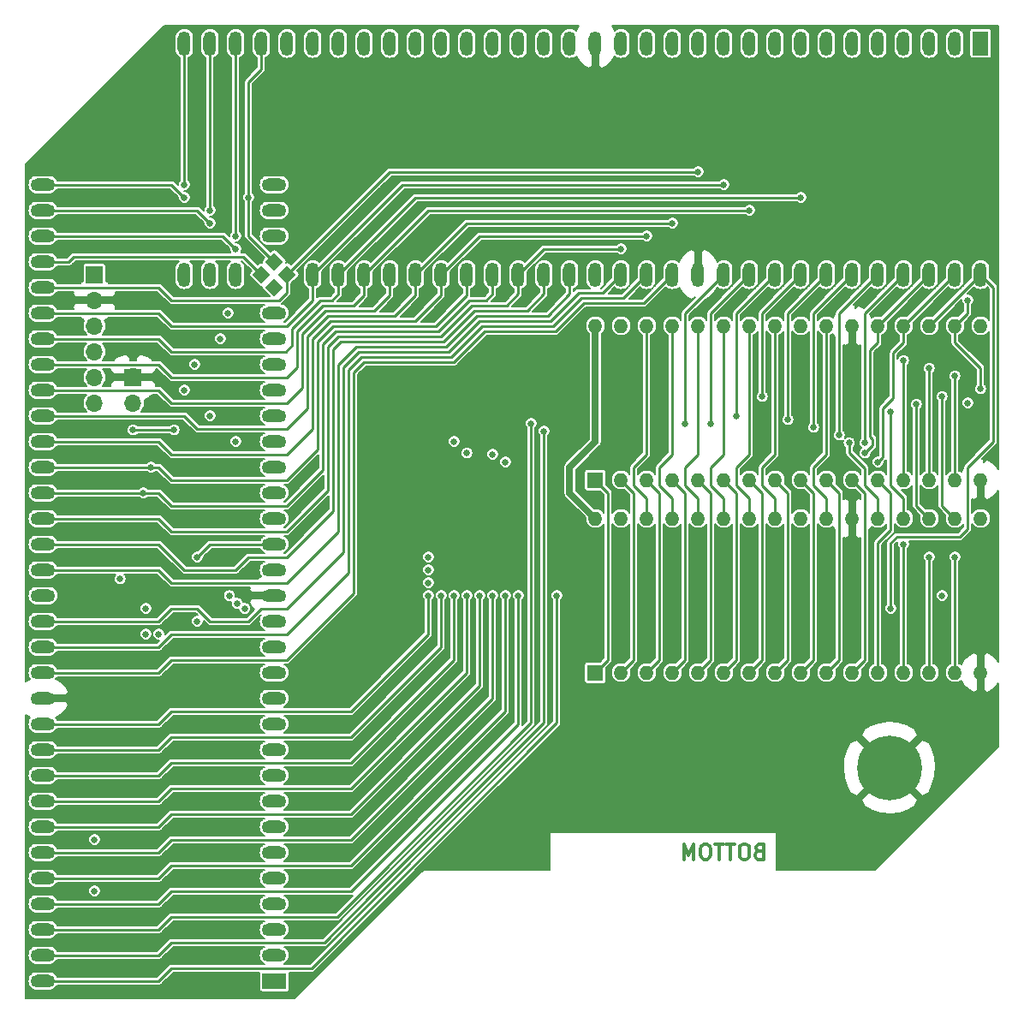
<source format=gbl>
G04 #@! TF.GenerationSoftware,KiCad,Pcbnew,5.1.6+dfsg1-1*
G04 #@! TF.CreationDate,2020-12-28T17:31:15+00:00*
G04 #@! TF.ProjectId,68000 Relocator FLASH Kickstart_Manual Route_DIP_Power Plan Split,36383030-3020-4526-956c-6f6361746f72,v1.0*
G04 #@! TF.SameCoordinates,Original*
G04 #@! TF.FileFunction,Copper,L4,Bot*
G04 #@! TF.FilePolarity,Positive*
%FSLAX46Y46*%
G04 Gerber Fmt 4.6, Leading zero omitted, Abs format (unit mm)*
G04 Created by KiCad (PCBNEW 5.1.6+dfsg1-1) date 2020-12-28 17:31:15*
%MOMM*%
%LPD*%
G01*
G04 APERTURE LIST*
G04 #@! TA.AperFunction,NonConductor*
%ADD10C,0.300000*%
G04 #@! TD*
G04 #@! TA.AperFunction,ComponentPad*
%ADD11R,1.600000X1.600000*%
G04 #@! TD*
G04 #@! TA.AperFunction,ComponentPad*
%ADD12O,1.397000X1.397000*%
G04 #@! TD*
G04 #@! TA.AperFunction,ComponentPad*
%ADD13R,2.400000X1.600000*%
G04 #@! TD*
G04 #@! TA.AperFunction,ComponentPad*
%ADD14O,2.413000X1.270000*%
G04 #@! TD*
G04 #@! TA.AperFunction,ComponentPad*
%ADD15C,0.100000*%
G04 #@! TD*
G04 #@! TA.AperFunction,ComponentPad*
%ADD16R,1.600000X2.400000*%
G04 #@! TD*
G04 #@! TA.AperFunction,ComponentPad*
%ADD17O,1.270000X2.413000*%
G04 #@! TD*
G04 #@! TA.AperFunction,ComponentPad*
%ADD18R,1.700000X1.700000*%
G04 #@! TD*
G04 #@! TA.AperFunction,ComponentPad*
%ADD19O,1.700000X1.700000*%
G04 #@! TD*
G04 #@! TA.AperFunction,ComponentPad*
%ADD20C,6.400000*%
G04 #@! TD*
G04 #@! TA.AperFunction,ViaPad*
%ADD21C,0.635000*%
G04 #@! TD*
G04 #@! TA.AperFunction,Conductor*
%ADD22C,0.254000*%
G04 #@! TD*
G04 #@! TA.AperFunction,Conductor*
%ADD23C,0.635000*%
G04 #@! TD*
G04 #@! TA.AperFunction,Conductor*
%ADD24C,0.203200*%
G04 #@! TD*
G04 APERTURE END LIST*
D10*
X175676285Y-139846857D02*
X175462000Y-139918285D01*
X175390571Y-139989714D01*
X175319142Y-140132571D01*
X175319142Y-140346857D01*
X175390571Y-140489714D01*
X175462000Y-140561142D01*
X175604857Y-140632571D01*
X176176285Y-140632571D01*
X176176285Y-139132571D01*
X175676285Y-139132571D01*
X175533428Y-139204000D01*
X175462000Y-139275428D01*
X175390571Y-139418285D01*
X175390571Y-139561142D01*
X175462000Y-139704000D01*
X175533428Y-139775428D01*
X175676285Y-139846857D01*
X176176285Y-139846857D01*
X174390571Y-139132571D02*
X174104857Y-139132571D01*
X173962000Y-139204000D01*
X173819142Y-139346857D01*
X173747714Y-139632571D01*
X173747714Y-140132571D01*
X173819142Y-140418285D01*
X173962000Y-140561142D01*
X174104857Y-140632571D01*
X174390571Y-140632571D01*
X174533428Y-140561142D01*
X174676285Y-140418285D01*
X174747714Y-140132571D01*
X174747714Y-139632571D01*
X174676285Y-139346857D01*
X174533428Y-139204000D01*
X174390571Y-139132571D01*
X173319142Y-139132571D02*
X172462000Y-139132571D01*
X172890571Y-140632571D02*
X172890571Y-139132571D01*
X172176285Y-139132571D02*
X171319142Y-139132571D01*
X171747714Y-140632571D02*
X171747714Y-139132571D01*
X170533428Y-139132571D02*
X170247714Y-139132571D01*
X170104857Y-139204000D01*
X169962000Y-139346857D01*
X169890571Y-139632571D01*
X169890571Y-140132571D01*
X169962000Y-140418285D01*
X170104857Y-140561142D01*
X170247714Y-140632571D01*
X170533428Y-140632571D01*
X170676285Y-140561142D01*
X170819142Y-140418285D01*
X170890571Y-140132571D01*
X170890571Y-139632571D01*
X170819142Y-139346857D01*
X170676285Y-139204000D01*
X170533428Y-139132571D01*
X169247714Y-140632571D02*
X169247714Y-139132571D01*
X168747714Y-140204000D01*
X168247714Y-139132571D01*
X168247714Y-140632571D01*
D11*
X159512000Y-103124000D03*
D12*
X197612000Y-87884000D03*
X162052000Y-103124000D03*
X195072000Y-87884000D03*
X164592000Y-103124000D03*
X192532000Y-87884000D03*
X167132000Y-103124000D03*
X189992000Y-87884000D03*
X169672000Y-103124000D03*
X187452000Y-87884000D03*
X172212000Y-103124000D03*
X184912000Y-87884000D03*
X174752000Y-103124000D03*
X182372000Y-87884000D03*
X177292000Y-103124000D03*
X179832000Y-87884000D03*
X179832000Y-103124000D03*
X177292000Y-87884000D03*
X182372000Y-103124000D03*
X174752000Y-87884000D03*
X184912000Y-103124000D03*
X172212000Y-87884000D03*
X187452000Y-103124000D03*
X169672000Y-87884000D03*
X189992000Y-103124000D03*
X167132000Y-87884000D03*
X192532000Y-103124000D03*
X164592000Y-87884000D03*
X195072000Y-103124000D03*
X162052000Y-87884000D03*
X197612000Y-103124000D03*
X159512000Y-87884000D03*
D13*
X127762000Y-152654000D03*
D14*
X104902000Y-73914000D03*
X127762000Y-150114000D03*
X104902000Y-76454000D03*
X127762000Y-147574000D03*
X104902000Y-78994000D03*
X127762000Y-145034000D03*
X104902000Y-81534000D03*
X127762000Y-142494000D03*
X104902000Y-84074000D03*
X127762000Y-139954000D03*
X104902000Y-86614000D03*
X127762000Y-137414000D03*
X104902000Y-89154000D03*
X127762000Y-134874000D03*
X104902000Y-91694000D03*
X127762000Y-132334000D03*
X104902000Y-94234000D03*
X127762000Y-129794000D03*
X104902000Y-96774000D03*
X127762000Y-127254000D03*
X104902000Y-99314000D03*
X127762000Y-124714000D03*
X104902000Y-101854000D03*
X127762000Y-122174000D03*
X104902000Y-104394000D03*
X127762000Y-119634000D03*
X104902000Y-106934000D03*
X127762000Y-117094000D03*
X104902000Y-109474000D03*
X127762000Y-114554000D03*
X104902000Y-112014000D03*
X127762000Y-112014000D03*
X104902000Y-114554000D03*
X127762000Y-109474000D03*
X104902000Y-117094000D03*
X127762000Y-106934000D03*
X104902000Y-119634000D03*
X127762000Y-104394000D03*
X104902000Y-122174000D03*
X127762000Y-101854000D03*
X104902000Y-124714000D03*
X127762000Y-99314000D03*
X104902000Y-127254000D03*
X127762000Y-96774000D03*
X104902000Y-129794000D03*
X127762000Y-94234000D03*
X104902000Y-132334000D03*
X127762000Y-91694000D03*
X104902000Y-134874000D03*
X127762000Y-89154000D03*
X104902000Y-137414000D03*
X127762000Y-86614000D03*
X104902000Y-139954000D03*
G04 #@! TA.AperFunction,ComponentPad*
D15*
G36*
X127762000Y-83175974D02*
G01*
X128660026Y-84074000D01*
X127762000Y-84972026D01*
X126863974Y-84074000D01*
X127762000Y-83175974D01*
G37*
G04 #@! TD.AperFunction*
D14*
X104902000Y-142494000D03*
G04 #@! TA.AperFunction,ComponentPad*
D15*
G36*
X127762000Y-80635974D02*
G01*
X128660026Y-81534000D01*
X127762000Y-82432026D01*
X126863974Y-81534000D01*
X127762000Y-80635974D01*
G37*
G04 #@! TD.AperFunction*
D14*
X104902000Y-145034000D03*
X127762000Y-78994000D03*
X104902000Y-147574000D03*
X127762000Y-76454000D03*
X104902000Y-150114000D03*
X127762000Y-73914000D03*
X104902000Y-152654000D03*
D16*
X197612000Y-59944000D03*
D17*
X118872000Y-82804000D03*
X195072000Y-59944000D03*
X121412000Y-82804000D03*
X192532000Y-59944000D03*
X123952000Y-82804000D03*
X189992000Y-59944000D03*
G04 #@! TA.AperFunction,ComponentPad*
D15*
G36*
X125593974Y-82804000D02*
G01*
X126492000Y-81905974D01*
X127390026Y-82804000D01*
X126492000Y-83702026D01*
X125593974Y-82804000D01*
G37*
G04 #@! TD.AperFunction*
D17*
X187452000Y-59944000D03*
G04 #@! TA.AperFunction,ComponentPad*
D15*
G36*
X128133974Y-82804000D02*
G01*
X129032000Y-81905974D01*
X129930026Y-82804000D01*
X129032000Y-83702026D01*
X128133974Y-82804000D01*
G37*
G04 #@! TD.AperFunction*
D17*
X184912000Y-59944000D03*
X131572000Y-82804000D03*
X182372000Y-59944000D03*
X134112000Y-82804000D03*
X179832000Y-59944000D03*
X136652000Y-82804000D03*
X177292000Y-59944000D03*
X139192000Y-82804000D03*
X174752000Y-59944000D03*
X141732000Y-82804000D03*
X172212000Y-59944000D03*
X144272000Y-82804000D03*
X169672000Y-59944000D03*
X146812000Y-82804000D03*
X167132000Y-59944000D03*
X149352000Y-82804000D03*
X164592000Y-59944000D03*
X151892000Y-82804000D03*
X162052000Y-59944000D03*
X154432000Y-82804000D03*
X159512000Y-59944000D03*
X156972000Y-82804000D03*
X156972000Y-59944000D03*
X159512000Y-82804000D03*
X154432000Y-59944000D03*
X162052000Y-82804000D03*
X151892000Y-59944000D03*
X164592000Y-82804000D03*
X149352000Y-59944000D03*
X167132000Y-82804000D03*
X146812000Y-59944000D03*
X169672000Y-82804000D03*
X144272000Y-59944000D03*
X172212000Y-82804000D03*
X141732000Y-59944000D03*
X174752000Y-82804000D03*
X139192000Y-59944000D03*
X177292000Y-82804000D03*
X136652000Y-59944000D03*
X179832000Y-82804000D03*
X134112000Y-59944000D03*
X182372000Y-82804000D03*
X131572000Y-59944000D03*
X184912000Y-82804000D03*
X129032000Y-59944000D03*
X187452000Y-82804000D03*
X126492000Y-59944000D03*
X189992000Y-82804000D03*
X123952000Y-59944000D03*
X192532000Y-82804000D03*
X121412000Y-59944000D03*
X195072000Y-82804000D03*
X118872000Y-59944000D03*
X197612000Y-82804000D03*
D11*
X159512000Y-122174000D03*
D12*
X197612000Y-106934000D03*
X162052000Y-122174000D03*
X195072000Y-106934000D03*
X164592000Y-122174000D03*
X192532000Y-106934000D03*
X167132000Y-122174000D03*
X189992000Y-106934000D03*
X169672000Y-122174000D03*
X187452000Y-106934000D03*
X172212000Y-122174000D03*
X184912000Y-106934000D03*
X174752000Y-122174000D03*
X182372000Y-106934000D03*
X177292000Y-122174000D03*
X179832000Y-106934000D03*
X179832000Y-122174000D03*
X177292000Y-106934000D03*
X182372000Y-122174000D03*
X174752000Y-106934000D03*
X184912000Y-122174000D03*
X172212000Y-106934000D03*
X187452000Y-122174000D03*
X169672000Y-106934000D03*
X189992000Y-122174000D03*
X167132000Y-106934000D03*
X192532000Y-122174000D03*
X164592000Y-106934000D03*
X195072000Y-122174000D03*
X162052000Y-106934000D03*
X197612000Y-122174000D03*
X159512000Y-106934000D03*
D18*
X109982000Y-82804000D03*
D19*
X109982000Y-85344000D03*
X109982000Y-87884000D03*
X109982000Y-90424000D03*
X109982000Y-92964000D03*
X109982000Y-95504000D03*
D18*
X113792000Y-92964000D03*
D19*
X113792000Y-95504000D03*
D20*
X188595000Y-131572000D03*
D21*
X196342000Y-85344000D03*
X197612000Y-94107000D03*
X118872000Y-75184000D03*
X118872000Y-94234000D03*
X121412000Y-77724000D03*
X121412000Y-96774000D03*
X195072000Y-92837000D03*
X123952000Y-80264000D03*
X123952000Y-99314000D03*
X192532000Y-92075000D03*
X145542000Y-99314000D03*
X189992000Y-91313000D03*
X169672000Y-72644000D03*
X172212000Y-73914000D03*
X179832000Y-75184000D03*
X174752000Y-76454000D03*
X146812000Y-100457000D03*
X167132000Y-77724000D03*
X164592000Y-78994000D03*
X115570000Y-101854000D03*
X149352000Y-100584000D03*
X114808000Y-104394000D03*
X150622000Y-101346000D03*
X193802000Y-114554000D03*
X196342000Y-95504000D03*
X109982000Y-138684000D03*
X109982000Y-143764000D03*
X162052000Y-80264000D03*
X130302000Y-103124000D03*
X130302000Y-105664000D03*
X130302000Y-108204000D03*
X125222000Y-99314000D03*
X120777000Y-122174000D03*
X131572000Y-145034000D03*
X131572000Y-127254000D03*
X131572000Y-129794000D03*
X131572000Y-132334000D03*
X131572000Y-134874000D03*
X131572000Y-137414000D03*
X131572000Y-139954000D03*
X176022000Y-97155000D03*
X191262000Y-109474000D03*
X165862000Y-93980000D03*
X112522000Y-118364000D03*
X112522000Y-114554000D03*
X118872000Y-134874000D03*
X118872000Y-132334000D03*
X118872000Y-129794000D03*
X118872000Y-127254000D03*
X111760000Y-128524000D03*
X111760000Y-131064000D03*
X111760000Y-133604000D03*
X111760000Y-136144000D03*
X157480000Y-88646000D03*
X122047000Y-127254000D03*
X111760000Y-124714000D03*
X111760000Y-125984000D03*
X124079000Y-122174000D03*
X124079000Y-123444000D03*
X117983000Y-106934000D03*
X124841000Y-114554000D03*
X179832000Y-105029000D03*
X125222000Y-101854000D03*
X125222000Y-96774000D03*
X125222000Y-94234000D03*
X125222000Y-91694000D03*
X125222000Y-89154000D03*
X125222000Y-86614000D03*
X117983000Y-101854000D03*
X120142000Y-110744000D03*
X184607200Y-99441000D03*
X168402000Y-97536000D03*
X143002000Y-114554000D03*
X188722000Y-96393000D03*
X170942000Y-97536000D03*
X144272000Y-114554000D03*
X191262000Y-95631000D03*
X173482000Y-96774000D03*
X145542000Y-114554000D03*
X193802000Y-94869000D03*
X176022000Y-94869000D03*
X146812000Y-114554000D03*
X178562000Y-97155000D03*
X148082000Y-114554000D03*
X181102000Y-97917000D03*
X195072000Y-110744000D03*
X149352000Y-114554000D03*
X183642000Y-98679000D03*
X192532000Y-110744000D03*
X150622000Y-114554000D03*
X125222000Y-75184000D03*
X186182000Y-99441000D03*
X189992000Y-109474000D03*
X151892000Y-114554000D03*
X123952000Y-78994000D03*
X123190000Y-86614000D03*
X153162000Y-97536000D03*
X186182000Y-100457000D03*
X121412000Y-76454000D03*
X122428000Y-89154000D03*
X154432000Y-98298000D03*
X187452000Y-101346000D03*
X118872000Y-73914000D03*
X119888000Y-91694000D03*
X188722000Y-115824000D03*
X155702000Y-114554000D03*
X112522000Y-112903000D03*
X120142000Y-117094000D03*
X115062000Y-118364000D03*
X115062000Y-115824000D03*
X116332000Y-118364000D03*
X143002000Y-112014000D03*
X124079000Y-115316000D03*
X143002000Y-113284000D03*
X124841000Y-115824000D03*
X117856000Y-98171000D03*
X113792000Y-98171000D03*
X143002000Y-110744000D03*
X123317000Y-114554000D03*
D22*
X196342000Y-86614000D02*
X195072000Y-87884000D01*
X196342000Y-85344000D02*
X196342000Y-86614000D01*
X197612000Y-94107000D02*
X197612000Y-92075000D01*
X195072000Y-89535000D02*
X195072000Y-87884000D01*
X197612000Y-92075000D02*
X195072000Y-89535000D01*
X104902000Y-73914000D02*
X117602000Y-73914000D01*
X117602000Y-73914000D02*
X118872000Y-75184000D01*
X177292000Y-103124000D02*
X178562000Y-104394000D01*
X178562000Y-120904000D02*
X177292000Y-122174000D01*
X178562000Y-104394000D02*
X178562000Y-120904000D01*
X104902000Y-76454000D02*
X120142000Y-76454000D01*
X120142000Y-76454000D02*
X121412000Y-77724000D01*
X174752000Y-103124000D02*
X176022000Y-104394000D01*
X176022000Y-120904000D02*
X174752000Y-122174000D01*
X176022000Y-104394000D02*
X176022000Y-120904000D01*
X195072000Y-103124000D02*
X195072000Y-92837000D01*
X104902000Y-78994000D02*
X122682000Y-78994000D01*
X122682000Y-78994000D02*
X123952000Y-80264000D01*
X172212000Y-103124000D02*
X173482000Y-104394000D01*
X173482000Y-120904000D02*
X172212000Y-122174000D01*
X173482000Y-104394000D02*
X173482000Y-120904000D01*
X192532000Y-92075000D02*
X192532000Y-103124000D01*
X124714000Y-81026000D02*
X126492000Y-82804000D01*
X124714000Y-81026000D02*
X107950000Y-81026000D01*
X107442000Y-81534000D02*
X104902000Y-81534000D01*
X107950000Y-81026000D02*
X107442000Y-81534000D01*
X169672000Y-103124000D02*
X170942000Y-104394000D01*
X170942000Y-120904000D02*
X169672000Y-122174000D01*
X170942000Y-104394000D02*
X170942000Y-120904000D01*
X189992000Y-103124000D02*
X189992000Y-93726000D01*
X189992000Y-91313000D02*
X189992000Y-103124000D01*
X129032000Y-84582000D02*
X129032000Y-82804000D01*
X128270000Y-85344000D02*
X129032000Y-84582000D01*
X104902000Y-84074000D02*
X116332000Y-84074000D01*
X117602000Y-85344000D02*
X128270000Y-85344000D01*
X116332000Y-84074000D02*
X117602000Y-85344000D01*
X172212000Y-87884000D02*
X172212000Y-100584000D01*
X172212000Y-100584000D02*
X170942000Y-101854000D01*
X170942000Y-101854000D02*
X170942000Y-103632000D01*
X172212000Y-104902000D02*
X172212000Y-106934000D01*
X170942000Y-103632000D02*
X172212000Y-104902000D01*
X137922000Y-73914000D02*
X129032000Y-82804000D01*
X139192000Y-72644000D02*
X137922000Y-73914000D01*
X169672000Y-72644000D02*
X139192000Y-72644000D01*
X131572000Y-85344000D02*
X131572000Y-82804000D01*
X129032000Y-87884000D02*
X131572000Y-85344000D01*
X117602000Y-87884000D02*
X129032000Y-87884000D01*
X104902000Y-86614000D02*
X116332000Y-86614000D01*
X116332000Y-86614000D02*
X117602000Y-87884000D01*
X174752000Y-87884000D02*
X174752000Y-100584000D01*
X174752000Y-100584000D02*
X173482000Y-101854000D01*
X173482000Y-101854000D02*
X173482000Y-103632000D01*
X174752000Y-104902000D02*
X174752000Y-106934000D01*
X173482000Y-103632000D02*
X174752000Y-104902000D01*
X140462000Y-73914000D02*
X131572000Y-82804000D01*
X172212000Y-73914000D02*
X140462000Y-73914000D01*
X116332000Y-89154000D02*
X104902000Y-89154000D01*
X117602000Y-90424000D02*
X116332000Y-89154000D01*
X134112000Y-84709000D02*
X133477000Y-85344000D01*
X134112000Y-82804000D02*
X134112000Y-84709000D01*
X128905000Y-90424000D02*
X117602000Y-90424000D01*
X133477000Y-85344000D02*
X132334000Y-85344000D01*
X132334000Y-85344000D02*
X129540000Y-88138000D01*
X129540000Y-88138000D02*
X129540000Y-89789000D01*
X129540000Y-89789000D02*
X128905000Y-90424000D01*
X182372000Y-104902000D02*
X182372000Y-106934000D01*
X181102000Y-103632000D02*
X182372000Y-104902000D01*
X181102000Y-101854000D02*
X181102000Y-103632000D01*
X182372000Y-87884000D02*
X182372000Y-100584000D01*
X182372000Y-100584000D02*
X181102000Y-101854000D01*
X141732000Y-75184000D02*
X134112000Y-82804000D01*
X179832000Y-75184000D02*
X141732000Y-75184000D01*
X136652000Y-84836000D02*
X136652000Y-82804000D01*
X135636000Y-85852000D02*
X136652000Y-84836000D01*
X132588000Y-85852000D02*
X135636000Y-85852000D01*
X104902000Y-91694000D02*
X116332000Y-91694000D01*
X116332000Y-91694000D02*
X117602000Y-92964000D01*
X130048000Y-88392000D02*
X132588000Y-85852000D01*
X130048000Y-88392000D02*
X130048000Y-91948000D01*
X130048000Y-91948000D02*
X129032000Y-92964000D01*
X129032000Y-92964000D02*
X117602000Y-92964000D01*
X177292000Y-87884000D02*
X177292000Y-100584000D01*
X177292000Y-100584000D02*
X176022000Y-101854000D01*
X176022000Y-101854000D02*
X176022000Y-103632000D01*
X177292000Y-104902000D02*
X177292000Y-106934000D01*
X176022000Y-103632000D02*
X177292000Y-104902000D01*
X143002000Y-76454000D02*
X136652000Y-82804000D01*
X174752000Y-76454000D02*
X143002000Y-76454000D01*
X139192000Y-84836000D02*
X139192000Y-82804000D01*
X137668000Y-86360000D02*
X139192000Y-84836000D01*
X132842000Y-86360000D02*
X137668000Y-86360000D01*
X116332000Y-94234000D02*
X117602000Y-95504000D01*
X104902000Y-94234000D02*
X116332000Y-94234000D01*
X130556000Y-88646000D02*
X132842000Y-86360000D01*
X130556000Y-88646000D02*
X130556000Y-93980000D01*
X129032000Y-95504000D02*
X117602000Y-95504000D01*
X130556000Y-93980000D02*
X129032000Y-95504000D01*
X167132000Y-103124000D02*
X168402000Y-104394000D01*
X168402000Y-120904000D02*
X167132000Y-122174000D01*
X168402000Y-104394000D02*
X168402000Y-120904000D01*
X141732000Y-82804000D02*
X141732000Y-84836000D01*
X141732000Y-84836000D02*
X139700000Y-86868000D01*
X139700000Y-86868000D02*
X133096000Y-86868000D01*
X104902000Y-96774000D02*
X118872000Y-96774000D01*
X118872000Y-96774000D02*
X120142000Y-98044000D01*
X131064000Y-88900000D02*
X133096000Y-86868000D01*
X131064000Y-88900000D02*
X131064000Y-96012000D01*
X129032000Y-98044000D02*
X120142000Y-98044000D01*
X131064000Y-96012000D02*
X129032000Y-98044000D01*
X169672000Y-87884000D02*
X169672000Y-100584000D01*
X169672000Y-100584000D02*
X168402000Y-101854000D01*
X168402000Y-101854000D02*
X168402000Y-103632000D01*
X169672000Y-104902000D02*
X169672000Y-106934000D01*
X168402000Y-103632000D02*
X169672000Y-104902000D01*
X146812000Y-77724000D02*
X141732000Y-82804000D01*
X167132000Y-77724000D02*
X146812000Y-77724000D01*
X116332000Y-99314000D02*
X104902000Y-99314000D01*
X144272000Y-84836000D02*
X141732000Y-87376000D01*
X144272000Y-82804000D02*
X144272000Y-84836000D01*
X141732000Y-87376000D02*
X133350000Y-87376000D01*
X133350000Y-87376000D02*
X131572000Y-89154000D01*
X117602000Y-100584000D02*
X116332000Y-99314000D01*
X131572000Y-89154000D02*
X131572000Y-98044000D01*
X129032000Y-100584000D02*
X117602000Y-100584000D01*
X131572000Y-98044000D02*
X129032000Y-100584000D01*
X167132000Y-87884000D02*
X167132000Y-100584000D01*
X167132000Y-100584000D02*
X165862000Y-101854000D01*
X165862000Y-101854000D02*
X165862000Y-103632000D01*
X167132000Y-104902000D02*
X167132000Y-106934000D01*
X165862000Y-103632000D02*
X167132000Y-104902000D01*
X148082000Y-78994000D02*
X144272000Y-82804000D01*
X164592000Y-78994000D02*
X148082000Y-78994000D01*
X114300000Y-101854000D02*
X104902000Y-101854000D01*
X114300000Y-101854000D02*
X115570000Y-101854000D01*
X115570000Y-101854000D02*
X116332000Y-101854000D01*
X116332000Y-101854000D02*
X117602000Y-103124000D01*
X132080000Y-89408000D02*
X133604000Y-87884000D01*
X133604000Y-87884000D02*
X143764000Y-87884000D01*
X146812000Y-84836000D02*
X146812000Y-82804000D01*
X143764000Y-87884000D02*
X146812000Y-84836000D01*
X132080000Y-89408000D02*
X132080000Y-100076000D01*
X132080000Y-100076000D02*
X129032000Y-103124000D01*
X129032000Y-103124000D02*
X117602000Y-103124000D01*
X164592000Y-103124000D02*
X165862000Y-104394000D01*
X165862000Y-120904000D02*
X164592000Y-122174000D01*
X165862000Y-104394000D02*
X165862000Y-120904000D01*
X113665000Y-104394000D02*
X104902000Y-104394000D01*
X113665000Y-104394000D02*
X114808000Y-104394000D01*
X116332000Y-104394000D02*
X114808000Y-104394000D01*
X132588000Y-89662000D02*
X132588000Y-102108000D01*
X149352000Y-84709000D02*
X148717000Y-85344000D01*
X149352000Y-82804000D02*
X149352000Y-84709000D01*
X148717000Y-85344000D02*
X147066000Y-85344000D01*
X147066000Y-85344000D02*
X144018000Y-88392000D01*
X144018000Y-88392000D02*
X133858000Y-88392000D01*
X133858000Y-88392000D02*
X132588000Y-89662000D01*
X132588000Y-102108000D02*
X129032000Y-105664000D01*
X129032000Y-105664000D02*
X117602000Y-105664000D01*
X117602000Y-105664000D02*
X116332000Y-104394000D01*
X162052000Y-103124000D02*
X163322000Y-104394000D01*
X163322000Y-120904000D02*
X162052000Y-122174000D01*
X163322000Y-104394000D02*
X163322000Y-120904000D01*
D23*
X159512000Y-106934000D02*
X156972000Y-104394000D01*
X156972000Y-104394000D02*
X156972000Y-101854000D01*
X156972000Y-101854000D02*
X159512000Y-99314000D01*
X159512000Y-99314000D02*
X159512000Y-87884000D01*
D22*
X104902000Y-106934000D02*
X116332000Y-106934000D01*
X116332000Y-106934000D02*
X117602000Y-108204000D01*
X117602000Y-108204000D02*
X129032000Y-108204000D01*
X129032000Y-108204000D02*
X133096000Y-104140000D01*
X133096000Y-104140000D02*
X133096000Y-89916000D01*
X133096000Y-89916000D02*
X134112000Y-88900000D01*
X134112000Y-88900000D02*
X144272000Y-88900000D01*
X144272000Y-88900000D02*
X147320000Y-85852000D01*
X147320000Y-85852000D02*
X150749000Y-85852000D01*
X151892000Y-84709000D02*
X151892000Y-82804000D01*
X150749000Y-85852000D02*
X151892000Y-84709000D01*
X164592000Y-87884000D02*
X164592000Y-100584000D01*
X164592000Y-100584000D02*
X163322000Y-101854000D01*
X163322000Y-101854000D02*
X163322000Y-103632000D01*
X164592000Y-104902000D02*
X164592000Y-106934000D01*
X163322000Y-103632000D02*
X164592000Y-104902000D01*
X154432000Y-80264000D02*
X151892000Y-82804000D01*
X162052000Y-80264000D02*
X154432000Y-80264000D01*
X152781000Y-86360000D02*
X154432000Y-84709000D01*
X144526000Y-89408000D02*
X147574000Y-86360000D01*
X154432000Y-84709000D02*
X154432000Y-82804000D01*
X134366000Y-89408000D02*
X144526000Y-89408000D01*
X133604000Y-90170000D02*
X134366000Y-89408000D01*
X133604000Y-106172000D02*
X133604000Y-90170000D01*
X116332000Y-109474000D02*
X118872000Y-112014000D01*
X104902000Y-109474000D02*
X116332000Y-109474000D01*
X147574000Y-86360000D02*
X152781000Y-86360000D01*
X118872000Y-112014000D02*
X123952000Y-112014000D01*
X123952000Y-112014000D02*
X125222000Y-110744000D01*
X125222000Y-110744000D02*
X129032000Y-110744000D01*
X129032000Y-110744000D02*
X133604000Y-106172000D01*
D23*
X118872000Y-127254000D02*
X122047000Y-127254000D01*
X127762000Y-114554000D02*
X124841000Y-114554000D01*
X120777000Y-122174000D02*
X124079000Y-122174000D01*
D22*
X104902000Y-112014000D02*
X116332000Y-112014000D01*
X116332000Y-112014000D02*
X117602000Y-113284000D01*
X117602000Y-113284000D02*
X129032000Y-113284000D01*
X129032000Y-113284000D02*
X134112000Y-108204000D01*
X134112000Y-108204000D02*
X134112000Y-91694000D01*
X134112000Y-91694000D02*
X135890000Y-89916000D01*
X135890000Y-89916000D02*
X144780000Y-89916000D01*
X144780000Y-89916000D02*
X147828000Y-86868000D01*
X147828000Y-86868000D02*
X154813000Y-86868000D01*
X154813000Y-86868000D02*
X156972000Y-84709000D01*
X156972000Y-84709000D02*
X156972000Y-82804000D01*
X127762000Y-109474000D02*
X121412000Y-109474000D01*
X121412000Y-109474000D02*
X120142000Y-110744000D01*
X148082000Y-87376000D02*
X155067000Y-87376000D01*
X145034000Y-90424000D02*
X148082000Y-87376000D01*
X155067000Y-87376000D02*
X157861000Y-84582000D01*
X136144000Y-90424000D02*
X145034000Y-90424000D01*
X116332000Y-117094000D02*
X117602000Y-115824000D01*
X157861000Y-84582000D02*
X160274000Y-84582000D01*
X104902000Y-117094000D02*
X116332000Y-117094000D01*
X129032000Y-115824000D02*
X134620000Y-110236000D01*
X160274000Y-84582000D02*
X162052000Y-82804000D01*
X134620000Y-110236000D02*
X134620000Y-91948000D01*
X134620000Y-91948000D02*
X136144000Y-90424000D01*
X117602000Y-115824000D02*
X120142000Y-115824000D01*
X120142000Y-115824000D02*
X121412000Y-117094000D01*
X121412000Y-117094000D02*
X125222000Y-117094000D01*
X126492000Y-115824000D02*
X129032000Y-115824000D01*
X125222000Y-117094000D02*
X126492000Y-115824000D01*
X162306000Y-85090000D02*
X164592000Y-82804000D01*
X158115000Y-85090000D02*
X162306000Y-85090000D01*
X155321000Y-87884000D02*
X158115000Y-85090000D01*
X148336000Y-87884000D02*
X155321000Y-87884000D01*
X136398000Y-90932000D02*
X145288000Y-90932000D01*
X116332000Y-119634000D02*
X117602000Y-118364000D01*
X104902000Y-119634000D02*
X116332000Y-119634000D01*
X145288000Y-90932000D02*
X148336000Y-87884000D01*
X117602000Y-118364000D02*
X129032000Y-118364000D01*
X129032000Y-118364000D02*
X135128000Y-112268000D01*
X135128000Y-112268000D02*
X135128000Y-92202000D01*
X135128000Y-92202000D02*
X136398000Y-90932000D01*
X104902000Y-122174000D02*
X116332000Y-122174000D01*
X116332000Y-122174000D02*
X117602000Y-120904000D01*
X117602000Y-120904000D02*
X129032000Y-120904000D01*
X129032000Y-120904000D02*
X135636000Y-114300000D01*
X135636000Y-114300000D02*
X135636000Y-92456000D01*
X135636000Y-92456000D02*
X136652000Y-91440000D01*
X136652000Y-91440000D02*
X145542000Y-91440000D01*
X145542000Y-91440000D02*
X148590000Y-88392000D01*
X148590000Y-88392000D02*
X155575000Y-88392000D01*
X155575000Y-88392000D02*
X158369000Y-85598000D01*
X164338000Y-85598000D02*
X167132000Y-82804000D01*
X158369000Y-85598000D02*
X164338000Y-85598000D01*
X187452000Y-106934000D02*
X187452000Y-104902000D01*
X187452000Y-104902000D02*
X186182000Y-103632000D01*
X186182000Y-103632000D02*
X186182000Y-101981000D01*
X168402000Y-86614000D02*
X172212000Y-82804000D01*
X186182000Y-101981000D02*
X184607200Y-100406200D01*
X168402000Y-86614000D02*
X168402000Y-97536000D01*
X143002000Y-114554000D02*
X143002000Y-118364000D01*
X143002000Y-118364000D02*
X135382000Y-125984000D01*
X135382000Y-125984000D02*
X117602000Y-125984000D01*
X117602000Y-125984000D02*
X116332000Y-127254000D01*
X116332000Y-127254000D02*
X104902000Y-127254000D01*
X184607200Y-100406200D02*
X184607200Y-99441000D01*
X189992000Y-106934000D02*
X189992000Y-104902000D01*
X189992000Y-104902000D02*
X188722000Y-103632000D01*
X170942000Y-86614000D02*
X174752000Y-82804000D01*
X188722000Y-103632000D02*
X188722000Y-96393000D01*
X170942000Y-97536000D02*
X170942000Y-86614000D01*
X144272000Y-114554000D02*
X144272000Y-119634000D01*
X144272000Y-119634000D02*
X135382000Y-128524000D01*
X135382000Y-128524000D02*
X117602000Y-128524000D01*
X117602000Y-128524000D02*
X116332000Y-129794000D01*
X116332000Y-129794000D02*
X104902000Y-129794000D01*
X177292000Y-82804000D02*
X173482000Y-86614000D01*
X192532000Y-106934000D02*
X191262000Y-105664000D01*
X191262000Y-105664000D02*
X191262000Y-95631000D01*
X173482000Y-96774000D02*
X173482000Y-86614000D01*
X145542000Y-114554000D02*
X145542000Y-120904000D01*
X145542000Y-120904000D02*
X135382000Y-131064000D01*
X135382000Y-131064000D02*
X117602000Y-131064000D01*
X117602000Y-131064000D02*
X116332000Y-132334000D01*
X116332000Y-132334000D02*
X104902000Y-132334000D01*
X179832000Y-82804000D02*
X176022000Y-86614000D01*
X195072000Y-106934000D02*
X193802000Y-105664000D01*
X176022000Y-93599000D02*
X176022000Y-86614000D01*
X193802000Y-105664000D02*
X193802000Y-98044000D01*
X193802000Y-98044000D02*
X193802000Y-94869000D01*
X176022000Y-93599000D02*
X176022000Y-94869000D01*
X146812000Y-114554000D02*
X146812000Y-122174000D01*
X146812000Y-122174000D02*
X135382000Y-133604000D01*
X135382000Y-133604000D02*
X117602000Y-133604000D01*
X117602000Y-133604000D02*
X116332000Y-134874000D01*
X116332000Y-134874000D02*
X104902000Y-134874000D01*
X182372000Y-82804000D02*
X178562000Y-86614000D01*
X178562000Y-97155000D02*
X178562000Y-86614000D01*
X148082000Y-123444000D02*
X135382000Y-136144000D01*
X135382000Y-136144000D02*
X117602000Y-136144000D01*
X117602000Y-136144000D02*
X116332000Y-137414000D01*
X116332000Y-137414000D02*
X104902000Y-137414000D01*
X148082000Y-114554000D02*
X148082000Y-123444000D01*
X181102000Y-86614000D02*
X184912000Y-82804000D01*
X181102000Y-97917000D02*
X181102000Y-86614000D01*
X195072000Y-110744000D02*
X195072000Y-122174000D01*
X149352000Y-114554000D02*
X149352000Y-124714000D01*
X149352000Y-124714000D02*
X135382000Y-138684000D01*
X135382000Y-138684000D02*
X117602000Y-138684000D01*
X117602000Y-138684000D02*
X116332000Y-139954000D01*
X116332000Y-139954000D02*
X104902000Y-139954000D01*
X187452000Y-82804000D02*
X183642000Y-86614000D01*
X183642000Y-98679000D02*
X183642000Y-86614000D01*
X192532000Y-110744000D02*
X192532000Y-122174000D01*
X150622000Y-114554000D02*
X150622000Y-125984000D01*
X150622000Y-125984000D02*
X135382000Y-141224000D01*
X135382000Y-141224000D02*
X117602000Y-141224000D01*
X117602000Y-141224000D02*
X116332000Y-142494000D01*
X116332000Y-142494000D02*
X104902000Y-142494000D01*
X125222000Y-78994000D02*
X127762000Y-81534000D01*
X125222000Y-75184000D02*
X125222000Y-78994000D01*
X125222000Y-75184000D02*
X125222000Y-63754000D01*
X126492000Y-62484000D02*
X126492000Y-59944000D01*
X125222000Y-63754000D02*
X126492000Y-62484000D01*
X187452000Y-103124000D02*
X188722000Y-104394000D01*
X187452000Y-122174000D02*
X187452000Y-109347000D01*
X188722000Y-108077000D02*
X188722000Y-104394000D01*
X187452000Y-109347000D02*
X188722000Y-108077000D01*
X189992000Y-82804000D02*
X186182000Y-86614000D01*
X189992000Y-122174000D02*
X189992000Y-109474000D01*
X151892000Y-114554000D02*
X151892000Y-127254000D01*
X151892000Y-127254000D02*
X135382000Y-143764000D01*
X135382000Y-143764000D02*
X117602000Y-143764000D01*
X117602000Y-143764000D02*
X116332000Y-145034000D01*
X116332000Y-145034000D02*
X104902000Y-145034000D01*
X186182000Y-99441000D02*
X186182000Y-86614000D01*
X123952000Y-78994000D02*
X123952000Y-59944000D01*
X184912000Y-103124000D02*
X186182000Y-104394000D01*
X186182000Y-120904000D02*
X184912000Y-122174000D01*
X186182000Y-104394000D02*
X186182000Y-120904000D01*
X187452000Y-87884000D02*
X192532000Y-82804000D01*
X104902000Y-147574000D02*
X116332000Y-147574000D01*
X116332000Y-147574000D02*
X117602000Y-146304000D01*
X117602000Y-146304000D02*
X127762000Y-146304000D01*
X127762000Y-146304000D02*
X132842000Y-146304000D01*
X132842000Y-146304000D02*
X133985000Y-146304000D01*
X133985000Y-146304000D02*
X137033000Y-143256000D01*
X137033000Y-143256000D02*
X153162000Y-127127000D01*
X153162000Y-127127000D02*
X153162000Y-97536000D01*
X186182000Y-100457000D02*
X186944000Y-99695000D01*
X186944000Y-99695000D02*
X186944000Y-99060000D01*
X186944000Y-99060000D02*
X186690000Y-98806000D01*
X187452000Y-87884000D02*
X187452000Y-89535000D01*
X186690000Y-90297000D02*
X186690000Y-98806000D01*
X187452000Y-89535000D02*
X186690000Y-90297000D01*
X121412000Y-76454000D02*
X121412000Y-59944000D01*
X182372000Y-103124000D02*
X183642000Y-104394000D01*
X183642000Y-120904000D02*
X182372000Y-122174000D01*
X183642000Y-104394000D02*
X183642000Y-120904000D01*
X189992000Y-87884000D02*
X195072000Y-82804000D01*
X104902000Y-150114000D02*
X116332000Y-150114000D01*
X116332000Y-150114000D02*
X117602000Y-148844000D01*
X117602000Y-148844000D02*
X123825000Y-148844000D01*
X123825000Y-148844000D02*
X130556000Y-148844000D01*
X130556000Y-148844000D02*
X132715000Y-148844000D01*
X132715000Y-148844000D02*
X137414000Y-144145000D01*
X137414000Y-144145000D02*
X154432000Y-127127000D01*
X154432000Y-127127000D02*
X154432000Y-98298000D01*
X187960000Y-100838000D02*
X187452000Y-101346000D01*
X187960000Y-96012000D02*
X187960000Y-100838000D01*
X188976000Y-94996000D02*
X187960000Y-96012000D01*
X188976000Y-90551000D02*
X188976000Y-94996000D01*
X189992000Y-87884000D02*
X189992000Y-89535000D01*
X189992000Y-89535000D02*
X188976000Y-90551000D01*
X118872000Y-73914000D02*
X118872000Y-59944000D01*
X179832000Y-103124000D02*
X181102000Y-104394000D01*
X181102000Y-120904000D02*
X179832000Y-122174000D01*
X181102000Y-104394000D02*
X181102000Y-120904000D01*
X192532000Y-87884000D02*
X193929000Y-86487000D01*
X193929000Y-86487000D02*
X197612000Y-82804000D01*
X197612000Y-82804000D02*
X198882000Y-84074000D01*
X198882000Y-84074000D02*
X198882000Y-99314000D01*
X198882000Y-99314000D02*
X196342000Y-101854000D01*
X196342000Y-101854000D02*
X196342000Y-107569000D01*
X196342000Y-107569000D02*
X196342000Y-107950000D01*
X196342000Y-107950000D02*
X195580000Y-108712000D01*
X195580000Y-108712000D02*
X189357000Y-108712000D01*
X189357000Y-108712000D02*
X188722000Y-109347000D01*
X188722000Y-109347000D02*
X188722000Y-115824000D01*
X155702000Y-127127000D02*
X155702000Y-114554000D01*
X131445000Y-151384000D02*
X155702000Y-127127000D01*
X117602000Y-151384000D02*
X131445000Y-151384000D01*
X104902000Y-152654000D02*
X116332000Y-152654000D01*
X116332000Y-152654000D02*
X117602000Y-151384000D01*
X117856000Y-98171000D02*
X113792000Y-98171000D01*
X159512000Y-103124000D02*
X160782000Y-104394000D01*
X160782000Y-120904000D02*
X159512000Y-122174000D01*
X160782000Y-104394000D02*
X160782000Y-120904000D01*
D24*
G36*
X166607349Y-84160696D02*
G01*
X166770614Y-84247963D01*
X166947767Y-84301702D01*
X167132000Y-84319847D01*
X167316232Y-84301702D01*
X167493385Y-84247963D01*
X167656651Y-84160696D01*
X167770572Y-84067203D01*
X167925065Y-84401525D01*
X168158799Y-84722620D01*
X168450685Y-84991946D01*
X168789505Y-85199153D01*
X169085196Y-85294381D01*
X169362204Y-85043139D01*
X168111679Y-86293665D01*
X168095194Y-86307194D01*
X168041234Y-86372945D01*
X168001139Y-86447959D01*
X167989296Y-86487000D01*
X167976448Y-86529353D01*
X167968111Y-86614000D01*
X167970200Y-86635210D01*
X167970200Y-87332562D01*
X167911314Y-87244433D01*
X167771567Y-87104686D01*
X167607241Y-86994887D01*
X167424652Y-86919256D01*
X167230816Y-86880700D01*
X167033184Y-86880700D01*
X166839348Y-86919256D01*
X166656759Y-86994887D01*
X166492433Y-87104686D01*
X166352686Y-87244433D01*
X166242887Y-87408759D01*
X166167256Y-87591348D01*
X166128700Y-87785184D01*
X166128700Y-87982816D01*
X166167256Y-88176652D01*
X166242887Y-88359241D01*
X166352686Y-88523567D01*
X166492433Y-88663314D01*
X166656759Y-88773113D01*
X166700200Y-88791107D01*
X166700201Y-100405141D01*
X165571679Y-101533665D01*
X165555194Y-101547194D01*
X165501234Y-101612945D01*
X165461139Y-101687959D01*
X165443271Y-101746860D01*
X165436448Y-101769353D01*
X165428111Y-101854000D01*
X165430200Y-101875210D01*
X165430200Y-102572563D01*
X165371314Y-102484433D01*
X165231567Y-102344686D01*
X165067241Y-102234887D01*
X164884652Y-102159256D01*
X164690816Y-102120700D01*
X164493184Y-102120700D01*
X164299348Y-102159256D01*
X164116759Y-102234887D01*
X163952433Y-102344686D01*
X163812686Y-102484433D01*
X163753800Y-102572562D01*
X163753800Y-102032856D01*
X164882332Y-100904326D01*
X164898806Y-100890806D01*
X164952766Y-100825056D01*
X164992861Y-100750042D01*
X165017552Y-100668648D01*
X165019852Y-100645291D01*
X165025889Y-100584001D01*
X165023800Y-100562791D01*
X165023800Y-88791107D01*
X165067241Y-88773113D01*
X165231567Y-88663314D01*
X165371314Y-88523567D01*
X165481113Y-88359241D01*
X165556744Y-88176652D01*
X165595300Y-87982816D01*
X165595300Y-87785184D01*
X165556744Y-87591348D01*
X165481113Y-87408759D01*
X165371314Y-87244433D01*
X165231567Y-87104686D01*
X165067241Y-86994887D01*
X164884652Y-86919256D01*
X164690816Y-86880700D01*
X164493184Y-86880700D01*
X164299348Y-86919256D01*
X164116759Y-86994887D01*
X163952433Y-87104686D01*
X163812686Y-87244433D01*
X163702887Y-87408759D01*
X163627256Y-87591348D01*
X163588700Y-87785184D01*
X163588700Y-87982816D01*
X163627256Y-88176652D01*
X163702887Y-88359241D01*
X163812686Y-88523567D01*
X163952433Y-88663314D01*
X164116759Y-88773113D01*
X164160200Y-88791107D01*
X164160201Y-100405141D01*
X163031679Y-101533665D01*
X163015194Y-101547194D01*
X162961234Y-101612945D01*
X162921139Y-101687959D01*
X162903271Y-101746860D01*
X162896448Y-101769353D01*
X162888111Y-101854000D01*
X162890200Y-101875210D01*
X162890200Y-102572563D01*
X162831314Y-102484433D01*
X162691567Y-102344686D01*
X162527241Y-102234887D01*
X162344652Y-102159256D01*
X162150816Y-102120700D01*
X161953184Y-102120700D01*
X161759348Y-102159256D01*
X161576759Y-102234887D01*
X161412433Y-102344686D01*
X161272686Y-102484433D01*
X161162887Y-102648759D01*
X161087256Y-102831348D01*
X161048700Y-103025184D01*
X161048700Y-103222816D01*
X161087256Y-103416652D01*
X161162887Y-103599241D01*
X161272686Y-103763567D01*
X161412433Y-103903314D01*
X161576759Y-104013113D01*
X161759348Y-104088744D01*
X161953184Y-104127300D01*
X162150816Y-104127300D01*
X162344652Y-104088744D01*
X162388093Y-104070750D01*
X162890200Y-104572858D01*
X162890200Y-106382562D01*
X162831314Y-106294433D01*
X162691567Y-106154686D01*
X162527241Y-106044887D01*
X162344652Y-105969256D01*
X162150816Y-105930700D01*
X161953184Y-105930700D01*
X161759348Y-105969256D01*
X161576759Y-106044887D01*
X161412433Y-106154686D01*
X161272686Y-106294433D01*
X161213800Y-106382562D01*
X161213800Y-104415209D01*
X161215889Y-104393999D01*
X161207552Y-104309352D01*
X161206548Y-104306041D01*
X161182861Y-104227958D01*
X161142766Y-104152944D01*
X161088806Y-104087194D01*
X161072332Y-104073674D01*
X160618274Y-103619617D01*
X160618274Y-102324000D01*
X160612389Y-102264249D01*
X160594960Y-102206794D01*
X160566658Y-102153843D01*
X160528568Y-102107432D01*
X160482157Y-102069342D01*
X160429206Y-102041040D01*
X160371751Y-102023611D01*
X160312000Y-102017726D01*
X158712000Y-102017726D01*
X158652249Y-102023611D01*
X158594794Y-102041040D01*
X158541843Y-102069342D01*
X158495432Y-102107432D01*
X158457342Y-102153843D01*
X158429040Y-102206794D01*
X158411611Y-102264249D01*
X158405726Y-102324000D01*
X158405726Y-103924000D01*
X158411611Y-103983751D01*
X158429040Y-104041206D01*
X158457342Y-104094157D01*
X158495432Y-104140568D01*
X158541843Y-104178658D01*
X158594794Y-104206960D01*
X158652249Y-104224389D01*
X158712000Y-104230274D01*
X160007617Y-104230274D01*
X160350200Y-104572858D01*
X160350200Y-106382562D01*
X160291314Y-106294433D01*
X160151567Y-106154686D01*
X159987241Y-106044887D01*
X159804652Y-105969256D01*
X159610816Y-105930700D01*
X159413184Y-105930700D01*
X159392816Y-105934751D01*
X157594300Y-104136236D01*
X157594300Y-102111764D01*
X159930414Y-99775651D01*
X159954162Y-99756162D01*
X160031927Y-99661404D01*
X160089712Y-99553296D01*
X160125296Y-99435992D01*
X160134300Y-99344572D01*
X160134300Y-99344570D01*
X160137311Y-99314001D01*
X160134300Y-99283432D01*
X160134300Y-88674851D01*
X160151567Y-88663314D01*
X160291314Y-88523567D01*
X160401113Y-88359241D01*
X160476744Y-88176652D01*
X160515300Y-87982816D01*
X160515300Y-87785184D01*
X161048700Y-87785184D01*
X161048700Y-87982816D01*
X161087256Y-88176652D01*
X161162887Y-88359241D01*
X161272686Y-88523567D01*
X161412433Y-88663314D01*
X161576759Y-88773113D01*
X161759348Y-88848744D01*
X161953184Y-88887300D01*
X162150816Y-88887300D01*
X162344652Y-88848744D01*
X162527241Y-88773113D01*
X162691567Y-88663314D01*
X162831314Y-88523567D01*
X162941113Y-88359241D01*
X163016744Y-88176652D01*
X163055300Y-87982816D01*
X163055300Y-87785184D01*
X163016744Y-87591348D01*
X162941113Y-87408759D01*
X162831314Y-87244433D01*
X162691567Y-87104686D01*
X162527241Y-86994887D01*
X162344652Y-86919256D01*
X162150816Y-86880700D01*
X161953184Y-86880700D01*
X161759348Y-86919256D01*
X161576759Y-86994887D01*
X161412433Y-87104686D01*
X161272686Y-87244433D01*
X161162887Y-87408759D01*
X161087256Y-87591348D01*
X161048700Y-87785184D01*
X160515300Y-87785184D01*
X160476744Y-87591348D01*
X160401113Y-87408759D01*
X160291314Y-87244433D01*
X160151567Y-87104686D01*
X159987241Y-86994887D01*
X159804652Y-86919256D01*
X159610816Y-86880700D01*
X159413184Y-86880700D01*
X159219348Y-86919256D01*
X159036759Y-86994887D01*
X158872433Y-87104686D01*
X158732686Y-87244433D01*
X158622887Y-87408759D01*
X158547256Y-87591348D01*
X158508700Y-87785184D01*
X158508700Y-87982816D01*
X158547256Y-88176652D01*
X158622887Y-88359241D01*
X158732686Y-88523567D01*
X158872433Y-88663314D01*
X158889701Y-88674852D01*
X158889700Y-99056235D01*
X156553588Y-101392348D01*
X156529839Y-101411838D01*
X156510350Y-101435586D01*
X156452073Y-101506596D01*
X156394289Y-101614704D01*
X156358705Y-101732008D01*
X156346689Y-101854000D01*
X156349701Y-101884579D01*
X156349700Y-104363431D01*
X156346689Y-104394000D01*
X156349700Y-104424569D01*
X156349700Y-104424571D01*
X156358704Y-104515991D01*
X156394288Y-104633295D01*
X156409067Y-104660944D01*
X156452073Y-104741404D01*
X156463039Y-104754766D01*
X156529838Y-104836162D01*
X156553593Y-104855657D01*
X158512751Y-106814816D01*
X158508700Y-106835184D01*
X158508700Y-107032816D01*
X158547256Y-107226652D01*
X158622887Y-107409241D01*
X158732686Y-107573567D01*
X158872433Y-107713314D01*
X159036759Y-107823113D01*
X159219348Y-107898744D01*
X159413184Y-107937300D01*
X159610816Y-107937300D01*
X159804652Y-107898744D01*
X159987241Y-107823113D01*
X160151567Y-107713314D01*
X160291314Y-107573567D01*
X160350200Y-107485437D01*
X160350201Y-120725141D01*
X160007617Y-121067726D01*
X158712000Y-121067726D01*
X158652249Y-121073611D01*
X158594794Y-121091040D01*
X158541843Y-121119342D01*
X158495432Y-121157432D01*
X158457342Y-121203843D01*
X158429040Y-121256794D01*
X158411611Y-121314249D01*
X158405726Y-121374000D01*
X158405726Y-122974000D01*
X158411611Y-123033751D01*
X158429040Y-123091206D01*
X158457342Y-123144157D01*
X158495432Y-123190568D01*
X158541843Y-123228658D01*
X158594794Y-123256960D01*
X158652249Y-123274389D01*
X158712000Y-123280274D01*
X160312000Y-123280274D01*
X160371751Y-123274389D01*
X160429206Y-123256960D01*
X160482157Y-123228658D01*
X160528568Y-123190568D01*
X160566658Y-123144157D01*
X160594960Y-123091206D01*
X160612389Y-123033751D01*
X160618274Y-122974000D01*
X160618274Y-121678383D01*
X161072332Y-121224326D01*
X161088806Y-121210806D01*
X161142766Y-121145056D01*
X161182861Y-121070042D01*
X161207552Y-120988648D01*
X161213800Y-120925210D01*
X161215889Y-120904001D01*
X161213800Y-120882791D01*
X161213800Y-107485438D01*
X161272686Y-107573567D01*
X161412433Y-107713314D01*
X161576759Y-107823113D01*
X161759348Y-107898744D01*
X161953184Y-107937300D01*
X162150816Y-107937300D01*
X162344652Y-107898744D01*
X162527241Y-107823113D01*
X162691567Y-107713314D01*
X162831314Y-107573567D01*
X162890200Y-107485437D01*
X162890201Y-120725141D01*
X162388093Y-121227250D01*
X162344652Y-121209256D01*
X162150816Y-121170700D01*
X161953184Y-121170700D01*
X161759348Y-121209256D01*
X161576759Y-121284887D01*
X161412433Y-121394686D01*
X161272686Y-121534433D01*
X161162887Y-121698759D01*
X161087256Y-121881348D01*
X161048700Y-122075184D01*
X161048700Y-122272816D01*
X161087256Y-122466652D01*
X161162887Y-122649241D01*
X161272686Y-122813567D01*
X161412433Y-122953314D01*
X161576759Y-123063113D01*
X161759348Y-123138744D01*
X161953184Y-123177300D01*
X162150816Y-123177300D01*
X162344652Y-123138744D01*
X162527241Y-123063113D01*
X162691567Y-122953314D01*
X162831314Y-122813567D01*
X162941113Y-122649241D01*
X163016744Y-122466652D01*
X163055300Y-122272816D01*
X163055300Y-122075184D01*
X163016744Y-121881348D01*
X162998750Y-121837907D01*
X163612332Y-121224326D01*
X163628806Y-121210806D01*
X163682766Y-121145056D01*
X163722861Y-121070042D01*
X163747552Y-120988648D01*
X163753800Y-120925210D01*
X163755889Y-120904001D01*
X163753800Y-120882791D01*
X163753800Y-107485438D01*
X163812686Y-107573567D01*
X163952433Y-107713314D01*
X164116759Y-107823113D01*
X164299348Y-107898744D01*
X164493184Y-107937300D01*
X164690816Y-107937300D01*
X164884652Y-107898744D01*
X165067241Y-107823113D01*
X165231567Y-107713314D01*
X165371314Y-107573567D01*
X165430200Y-107485437D01*
X165430201Y-120725141D01*
X164928093Y-121227250D01*
X164884652Y-121209256D01*
X164690816Y-121170700D01*
X164493184Y-121170700D01*
X164299348Y-121209256D01*
X164116759Y-121284887D01*
X163952433Y-121394686D01*
X163812686Y-121534433D01*
X163702887Y-121698759D01*
X163627256Y-121881348D01*
X163588700Y-122075184D01*
X163588700Y-122272816D01*
X163627256Y-122466652D01*
X163702887Y-122649241D01*
X163812686Y-122813567D01*
X163952433Y-122953314D01*
X164116759Y-123063113D01*
X164299348Y-123138744D01*
X164493184Y-123177300D01*
X164690816Y-123177300D01*
X164884652Y-123138744D01*
X165067241Y-123063113D01*
X165231567Y-122953314D01*
X165371314Y-122813567D01*
X165481113Y-122649241D01*
X165556744Y-122466652D01*
X165595300Y-122272816D01*
X165595300Y-122075184D01*
X165556744Y-121881348D01*
X165538750Y-121837907D01*
X166152332Y-121224326D01*
X166168806Y-121210806D01*
X166222766Y-121145056D01*
X166262861Y-121070042D01*
X166287552Y-120988648D01*
X166293800Y-120925210D01*
X166295889Y-120904001D01*
X166293800Y-120882791D01*
X166293800Y-107485438D01*
X166352686Y-107573567D01*
X166492433Y-107713314D01*
X166656759Y-107823113D01*
X166839348Y-107898744D01*
X167033184Y-107937300D01*
X167230816Y-107937300D01*
X167424652Y-107898744D01*
X167607241Y-107823113D01*
X167771567Y-107713314D01*
X167911314Y-107573567D01*
X167970200Y-107485437D01*
X167970201Y-120725141D01*
X167468093Y-121227250D01*
X167424652Y-121209256D01*
X167230816Y-121170700D01*
X167033184Y-121170700D01*
X166839348Y-121209256D01*
X166656759Y-121284887D01*
X166492433Y-121394686D01*
X166352686Y-121534433D01*
X166242887Y-121698759D01*
X166167256Y-121881348D01*
X166128700Y-122075184D01*
X166128700Y-122272816D01*
X166167256Y-122466652D01*
X166242887Y-122649241D01*
X166352686Y-122813567D01*
X166492433Y-122953314D01*
X166656759Y-123063113D01*
X166839348Y-123138744D01*
X167033184Y-123177300D01*
X167230816Y-123177300D01*
X167424652Y-123138744D01*
X167607241Y-123063113D01*
X167771567Y-122953314D01*
X167911314Y-122813567D01*
X168021113Y-122649241D01*
X168096744Y-122466652D01*
X168135300Y-122272816D01*
X168135300Y-122075184D01*
X168096744Y-121881348D01*
X168078750Y-121837907D01*
X168692332Y-121224326D01*
X168708806Y-121210806D01*
X168762766Y-121145056D01*
X168802861Y-121070042D01*
X168827552Y-120988648D01*
X168833800Y-120925210D01*
X168835889Y-120904001D01*
X168833800Y-120882791D01*
X168833800Y-107485438D01*
X168892686Y-107573567D01*
X169032433Y-107713314D01*
X169196759Y-107823113D01*
X169379348Y-107898744D01*
X169573184Y-107937300D01*
X169770816Y-107937300D01*
X169964652Y-107898744D01*
X170147241Y-107823113D01*
X170311567Y-107713314D01*
X170451314Y-107573567D01*
X170510200Y-107485437D01*
X170510201Y-120725141D01*
X170008093Y-121227250D01*
X169964652Y-121209256D01*
X169770816Y-121170700D01*
X169573184Y-121170700D01*
X169379348Y-121209256D01*
X169196759Y-121284887D01*
X169032433Y-121394686D01*
X168892686Y-121534433D01*
X168782887Y-121698759D01*
X168707256Y-121881348D01*
X168668700Y-122075184D01*
X168668700Y-122272816D01*
X168707256Y-122466652D01*
X168782887Y-122649241D01*
X168892686Y-122813567D01*
X169032433Y-122953314D01*
X169196759Y-123063113D01*
X169379348Y-123138744D01*
X169573184Y-123177300D01*
X169770816Y-123177300D01*
X169964652Y-123138744D01*
X170147241Y-123063113D01*
X170311567Y-122953314D01*
X170451314Y-122813567D01*
X170561113Y-122649241D01*
X170636744Y-122466652D01*
X170675300Y-122272816D01*
X170675300Y-122075184D01*
X170636744Y-121881348D01*
X170618750Y-121837907D01*
X171232332Y-121224326D01*
X171248806Y-121210806D01*
X171302766Y-121145056D01*
X171342861Y-121070042D01*
X171367552Y-120988648D01*
X171373800Y-120925210D01*
X171375889Y-120904001D01*
X171373800Y-120882791D01*
X171373800Y-107485438D01*
X171432686Y-107573567D01*
X171572433Y-107713314D01*
X171736759Y-107823113D01*
X171919348Y-107898744D01*
X172113184Y-107937300D01*
X172310816Y-107937300D01*
X172504652Y-107898744D01*
X172687241Y-107823113D01*
X172851567Y-107713314D01*
X172991314Y-107573567D01*
X173050200Y-107485437D01*
X173050201Y-120725141D01*
X172548093Y-121227250D01*
X172504652Y-121209256D01*
X172310816Y-121170700D01*
X172113184Y-121170700D01*
X171919348Y-121209256D01*
X171736759Y-121284887D01*
X171572433Y-121394686D01*
X171432686Y-121534433D01*
X171322887Y-121698759D01*
X171247256Y-121881348D01*
X171208700Y-122075184D01*
X171208700Y-122272816D01*
X171247256Y-122466652D01*
X171322887Y-122649241D01*
X171432686Y-122813567D01*
X171572433Y-122953314D01*
X171736759Y-123063113D01*
X171919348Y-123138744D01*
X172113184Y-123177300D01*
X172310816Y-123177300D01*
X172504652Y-123138744D01*
X172687241Y-123063113D01*
X172851567Y-122953314D01*
X172991314Y-122813567D01*
X173101113Y-122649241D01*
X173176744Y-122466652D01*
X173215300Y-122272816D01*
X173215300Y-122075184D01*
X173176744Y-121881348D01*
X173158750Y-121837907D01*
X173772332Y-121224326D01*
X173788806Y-121210806D01*
X173842766Y-121145056D01*
X173882861Y-121070042D01*
X173907552Y-120988648D01*
X173913800Y-120925210D01*
X173915889Y-120904001D01*
X173913800Y-120882791D01*
X173913800Y-107485438D01*
X173972686Y-107573567D01*
X174112433Y-107713314D01*
X174276759Y-107823113D01*
X174459348Y-107898744D01*
X174653184Y-107937300D01*
X174850816Y-107937300D01*
X175044652Y-107898744D01*
X175227241Y-107823113D01*
X175391567Y-107713314D01*
X175531314Y-107573567D01*
X175590200Y-107485437D01*
X175590201Y-120725141D01*
X175088093Y-121227250D01*
X175044652Y-121209256D01*
X174850816Y-121170700D01*
X174653184Y-121170700D01*
X174459348Y-121209256D01*
X174276759Y-121284887D01*
X174112433Y-121394686D01*
X173972686Y-121534433D01*
X173862887Y-121698759D01*
X173787256Y-121881348D01*
X173748700Y-122075184D01*
X173748700Y-122272816D01*
X173787256Y-122466652D01*
X173862887Y-122649241D01*
X173972686Y-122813567D01*
X174112433Y-122953314D01*
X174276759Y-123063113D01*
X174459348Y-123138744D01*
X174653184Y-123177300D01*
X174850816Y-123177300D01*
X175044652Y-123138744D01*
X175227241Y-123063113D01*
X175391567Y-122953314D01*
X175531314Y-122813567D01*
X175641113Y-122649241D01*
X175716744Y-122466652D01*
X175755300Y-122272816D01*
X175755300Y-122075184D01*
X175716744Y-121881348D01*
X175698750Y-121837907D01*
X176312332Y-121224326D01*
X176328806Y-121210806D01*
X176382766Y-121145056D01*
X176422861Y-121070042D01*
X176447552Y-120988648D01*
X176453800Y-120925210D01*
X176455889Y-120904001D01*
X176453800Y-120882791D01*
X176453800Y-107485438D01*
X176512686Y-107573567D01*
X176652433Y-107713314D01*
X176816759Y-107823113D01*
X176999348Y-107898744D01*
X177193184Y-107937300D01*
X177390816Y-107937300D01*
X177584652Y-107898744D01*
X177767241Y-107823113D01*
X177931567Y-107713314D01*
X178071314Y-107573567D01*
X178130200Y-107485437D01*
X178130201Y-120725141D01*
X177628093Y-121227250D01*
X177584652Y-121209256D01*
X177390816Y-121170700D01*
X177193184Y-121170700D01*
X176999348Y-121209256D01*
X176816759Y-121284887D01*
X176652433Y-121394686D01*
X176512686Y-121534433D01*
X176402887Y-121698759D01*
X176327256Y-121881348D01*
X176288700Y-122075184D01*
X176288700Y-122272816D01*
X176327256Y-122466652D01*
X176402887Y-122649241D01*
X176512686Y-122813567D01*
X176652433Y-122953314D01*
X176816759Y-123063113D01*
X176999348Y-123138744D01*
X177193184Y-123177300D01*
X177390816Y-123177300D01*
X177584652Y-123138744D01*
X177767241Y-123063113D01*
X177931567Y-122953314D01*
X178071314Y-122813567D01*
X178181113Y-122649241D01*
X178256744Y-122466652D01*
X178295300Y-122272816D01*
X178295300Y-122075184D01*
X178256744Y-121881348D01*
X178238750Y-121837907D01*
X178852332Y-121224326D01*
X178868806Y-121210806D01*
X178922766Y-121145056D01*
X178962861Y-121070042D01*
X178987552Y-120988648D01*
X178993800Y-120925210D01*
X178995889Y-120904001D01*
X178993800Y-120882791D01*
X178993800Y-107485438D01*
X179052686Y-107573567D01*
X179192433Y-107713314D01*
X179356759Y-107823113D01*
X179539348Y-107898744D01*
X179733184Y-107937300D01*
X179930816Y-107937300D01*
X180124652Y-107898744D01*
X180307241Y-107823113D01*
X180471567Y-107713314D01*
X180611314Y-107573567D01*
X180670200Y-107485437D01*
X180670201Y-120725141D01*
X180168093Y-121227250D01*
X180124652Y-121209256D01*
X179930816Y-121170700D01*
X179733184Y-121170700D01*
X179539348Y-121209256D01*
X179356759Y-121284887D01*
X179192433Y-121394686D01*
X179052686Y-121534433D01*
X178942887Y-121698759D01*
X178867256Y-121881348D01*
X178828700Y-122075184D01*
X178828700Y-122272816D01*
X178867256Y-122466652D01*
X178942887Y-122649241D01*
X179052686Y-122813567D01*
X179192433Y-122953314D01*
X179356759Y-123063113D01*
X179539348Y-123138744D01*
X179733184Y-123177300D01*
X179930816Y-123177300D01*
X180124652Y-123138744D01*
X180307241Y-123063113D01*
X180471567Y-122953314D01*
X180611314Y-122813567D01*
X180721113Y-122649241D01*
X180796744Y-122466652D01*
X180835300Y-122272816D01*
X180835300Y-122075184D01*
X180796744Y-121881348D01*
X180778750Y-121837907D01*
X181392332Y-121224326D01*
X181408806Y-121210806D01*
X181462766Y-121145056D01*
X181502861Y-121070042D01*
X181527552Y-120988648D01*
X181533800Y-120925210D01*
X181535889Y-120904001D01*
X181533800Y-120882791D01*
X181533800Y-107485438D01*
X181592686Y-107573567D01*
X181732433Y-107713314D01*
X181896759Y-107823113D01*
X182079348Y-107898744D01*
X182273184Y-107937300D01*
X182470816Y-107937300D01*
X182664652Y-107898744D01*
X182847241Y-107823113D01*
X183006370Y-107716786D01*
X183084319Y-107906074D01*
X183210200Y-108095312D01*
X183210201Y-120725141D01*
X182708093Y-121227250D01*
X182664652Y-121209256D01*
X182470816Y-121170700D01*
X182273184Y-121170700D01*
X182079348Y-121209256D01*
X181896759Y-121284887D01*
X181732433Y-121394686D01*
X181592686Y-121534433D01*
X181482887Y-121698759D01*
X181407256Y-121881348D01*
X181368700Y-122075184D01*
X181368700Y-122272816D01*
X181407256Y-122466652D01*
X181482887Y-122649241D01*
X181592686Y-122813567D01*
X181732433Y-122953314D01*
X181896759Y-123063113D01*
X182079348Y-123138744D01*
X182273184Y-123177300D01*
X182470816Y-123177300D01*
X182664652Y-123138744D01*
X182847241Y-123063113D01*
X183011567Y-122953314D01*
X183151314Y-122813567D01*
X183261113Y-122649241D01*
X183336744Y-122466652D01*
X183375300Y-122272816D01*
X183375300Y-122075184D01*
X183336744Y-121881348D01*
X183318750Y-121837907D01*
X183932332Y-121224326D01*
X183948806Y-121210806D01*
X184002766Y-121145056D01*
X184042861Y-121070042D01*
X184067552Y-120988648D01*
X184073800Y-120925210D01*
X184075889Y-120904001D01*
X184073800Y-120882791D01*
X184073800Y-108816570D01*
X184306995Y-108913726D01*
X184315168Y-108916197D01*
X184632600Y-108638452D01*
X184632600Y-107213400D01*
X184612600Y-107213400D01*
X184612600Y-106654600D01*
X184632600Y-106654600D01*
X184632600Y-105229548D01*
X184315168Y-104951803D01*
X184306995Y-104954274D01*
X184073800Y-105051430D01*
X184073800Y-104415209D01*
X184075889Y-104393999D01*
X184067552Y-104309352D01*
X184066548Y-104306041D01*
X184042861Y-104227958D01*
X184002766Y-104152944D01*
X183948806Y-104087194D01*
X183932332Y-104073674D01*
X183318750Y-103460093D01*
X183336744Y-103416652D01*
X183375300Y-103222816D01*
X183375300Y-103025184D01*
X183336744Y-102831348D01*
X183261113Y-102648759D01*
X183151314Y-102484433D01*
X183011567Y-102344686D01*
X182847241Y-102234887D01*
X182664652Y-102159256D01*
X182470816Y-102120700D01*
X182273184Y-102120700D01*
X182079348Y-102159256D01*
X181896759Y-102234887D01*
X181732433Y-102344686D01*
X181592686Y-102484433D01*
X181533800Y-102572562D01*
X181533800Y-102032856D01*
X182662332Y-100904326D01*
X182678806Y-100890806D01*
X182732766Y-100825056D01*
X182772861Y-100750042D01*
X182797552Y-100668648D01*
X182799852Y-100645291D01*
X182805889Y-100584001D01*
X182803800Y-100562791D01*
X182803800Y-88791107D01*
X182847241Y-88773113D01*
X183006370Y-88666786D01*
X183084319Y-88856074D01*
X183210201Y-89045313D01*
X183210200Y-98230735D01*
X183158628Y-98282307D01*
X183090525Y-98384230D01*
X183043615Y-98497482D01*
X183019700Y-98617709D01*
X183019700Y-98740291D01*
X183043615Y-98860518D01*
X183090525Y-98973770D01*
X183158628Y-99075693D01*
X183245307Y-99162372D01*
X183347230Y-99230475D01*
X183460482Y-99277385D01*
X183580709Y-99301300D01*
X183703291Y-99301300D01*
X183823518Y-99277385D01*
X183936770Y-99230475D01*
X184038693Y-99162372D01*
X184057517Y-99143548D01*
X184055725Y-99146230D01*
X184008815Y-99259482D01*
X183984900Y-99379709D01*
X183984900Y-99502291D01*
X184008815Y-99622518D01*
X184055725Y-99735770D01*
X184123828Y-99837693D01*
X184175401Y-99889266D01*
X184175400Y-100384990D01*
X184173311Y-100406200D01*
X184180307Y-100477235D01*
X184181648Y-100490847D01*
X184206339Y-100572241D01*
X184246434Y-100647255D01*
X184300394Y-100713006D01*
X184316879Y-100726535D01*
X185750201Y-102159858D01*
X185750201Y-102572563D01*
X185691314Y-102484433D01*
X185551567Y-102344686D01*
X185387241Y-102234887D01*
X185204652Y-102159256D01*
X185010816Y-102120700D01*
X184813184Y-102120700D01*
X184619348Y-102159256D01*
X184436759Y-102234887D01*
X184272433Y-102344686D01*
X184132686Y-102484433D01*
X184022887Y-102648759D01*
X183947256Y-102831348D01*
X183908700Y-103025184D01*
X183908700Y-103222816D01*
X183947256Y-103416652D01*
X184022887Y-103599241D01*
X184132686Y-103763567D01*
X184272433Y-103903314D01*
X184436759Y-104013113D01*
X184619348Y-104088744D01*
X184813184Y-104127300D01*
X185010816Y-104127300D01*
X185204652Y-104088744D01*
X185248093Y-104070750D01*
X185750200Y-104572858D01*
X185750200Y-105051430D01*
X185517005Y-104954274D01*
X185508832Y-104951803D01*
X185191400Y-105229548D01*
X185191400Y-106654600D01*
X185211400Y-106654600D01*
X185211400Y-107213400D01*
X185191400Y-107213400D01*
X185191400Y-108638452D01*
X185508832Y-108916197D01*
X185517005Y-108913726D01*
X185750200Y-108816570D01*
X185750201Y-120725141D01*
X185248093Y-121227250D01*
X185204652Y-121209256D01*
X185010816Y-121170700D01*
X184813184Y-121170700D01*
X184619348Y-121209256D01*
X184436759Y-121284887D01*
X184272433Y-121394686D01*
X184132686Y-121534433D01*
X184022887Y-121698759D01*
X183947256Y-121881348D01*
X183908700Y-122075184D01*
X183908700Y-122272816D01*
X183947256Y-122466652D01*
X184022887Y-122649241D01*
X184132686Y-122813567D01*
X184272433Y-122953314D01*
X184436759Y-123063113D01*
X184619348Y-123138744D01*
X184813184Y-123177300D01*
X185010816Y-123177300D01*
X185204652Y-123138744D01*
X185387241Y-123063113D01*
X185551567Y-122953314D01*
X185691314Y-122813567D01*
X185801113Y-122649241D01*
X185876744Y-122466652D01*
X185915300Y-122272816D01*
X185915300Y-122075184D01*
X185876744Y-121881348D01*
X185858750Y-121837907D01*
X186472332Y-121224326D01*
X186488806Y-121210806D01*
X186542766Y-121145056D01*
X186582861Y-121070042D01*
X186607552Y-120988648D01*
X186613800Y-120925210D01*
X186615889Y-120904001D01*
X186613800Y-120882791D01*
X186613800Y-108095312D01*
X186739681Y-107906074D01*
X186817630Y-107716786D01*
X186976759Y-107823113D01*
X187159348Y-107898744D01*
X187353184Y-107937300D01*
X187550816Y-107937300D01*
X187744652Y-107898744D01*
X187927241Y-107823113D01*
X188091567Y-107713314D01*
X188231314Y-107573567D01*
X188290200Y-107485438D01*
X188290200Y-107898142D01*
X187161674Y-109026670D01*
X187145195Y-109040194D01*
X187091235Y-109105944D01*
X187065723Y-109153674D01*
X187051140Y-109180958D01*
X187026448Y-109262353D01*
X187018111Y-109347000D01*
X187020201Y-109368220D01*
X187020200Y-121266893D01*
X186976759Y-121284887D01*
X186812433Y-121394686D01*
X186672686Y-121534433D01*
X186562887Y-121698759D01*
X186487256Y-121881348D01*
X186448700Y-122075184D01*
X186448700Y-122272816D01*
X186487256Y-122466652D01*
X186562887Y-122649241D01*
X186672686Y-122813567D01*
X186812433Y-122953314D01*
X186976759Y-123063113D01*
X187159348Y-123138744D01*
X187353184Y-123177300D01*
X187550816Y-123177300D01*
X187744652Y-123138744D01*
X187927241Y-123063113D01*
X188091567Y-122953314D01*
X188231314Y-122813567D01*
X188341113Y-122649241D01*
X188416744Y-122466652D01*
X188455300Y-122272816D01*
X188455300Y-122075184D01*
X188416744Y-121881348D01*
X188341113Y-121698759D01*
X188231314Y-121534433D01*
X188091567Y-121394686D01*
X187927241Y-121284887D01*
X187883800Y-121266893D01*
X187883800Y-109525856D01*
X189012333Y-108397325D01*
X189028806Y-108383806D01*
X189082766Y-108318056D01*
X189122861Y-108243042D01*
X189147552Y-108161648D01*
X189153800Y-108098210D01*
X189153800Y-108098209D01*
X189155889Y-108077001D01*
X189153800Y-108055791D01*
X189153800Y-107485438D01*
X189212686Y-107573567D01*
X189352433Y-107713314D01*
X189516759Y-107823113D01*
X189699348Y-107898744D01*
X189893184Y-107937300D01*
X190090816Y-107937300D01*
X190284652Y-107898744D01*
X190467241Y-107823113D01*
X190631567Y-107713314D01*
X190771314Y-107573567D01*
X190881113Y-107409241D01*
X190956744Y-107226652D01*
X190995300Y-107032816D01*
X190995300Y-106835184D01*
X190956744Y-106641348D01*
X190881113Y-106458759D01*
X190771314Y-106294433D01*
X190631567Y-106154686D01*
X190467241Y-106044887D01*
X190423800Y-106026893D01*
X190423800Y-104923209D01*
X190425889Y-104901999D01*
X190417552Y-104817352D01*
X190409465Y-104790693D01*
X190392861Y-104735958D01*
X190352766Y-104660944D01*
X190298806Y-104595194D01*
X190282332Y-104581674D01*
X189811761Y-104111104D01*
X189893184Y-104127300D01*
X190090816Y-104127300D01*
X190284652Y-104088744D01*
X190467241Y-104013113D01*
X190631567Y-103903314D01*
X190771314Y-103763567D01*
X190830200Y-103675437D01*
X190830200Y-105642790D01*
X190828111Y-105664000D01*
X190830200Y-105685209D01*
X190836448Y-105748647D01*
X190861139Y-105830041D01*
X190901234Y-105905055D01*
X190955194Y-105970806D01*
X190971679Y-105984335D01*
X191585250Y-106597907D01*
X191567256Y-106641348D01*
X191528700Y-106835184D01*
X191528700Y-107032816D01*
X191567256Y-107226652D01*
X191642887Y-107409241D01*
X191752686Y-107573567D01*
X191892433Y-107713314D01*
X192056759Y-107823113D01*
X192239348Y-107898744D01*
X192433184Y-107937300D01*
X192630816Y-107937300D01*
X192824652Y-107898744D01*
X193007241Y-107823113D01*
X193171567Y-107713314D01*
X193311314Y-107573567D01*
X193421113Y-107409241D01*
X193496744Y-107226652D01*
X193535300Y-107032816D01*
X193535300Y-106835184D01*
X193496744Y-106641348D01*
X193421113Y-106458759D01*
X193311314Y-106294433D01*
X193171567Y-106154686D01*
X193007241Y-106044887D01*
X192824652Y-105969256D01*
X192630816Y-105930700D01*
X192433184Y-105930700D01*
X192239348Y-105969256D01*
X192195907Y-105987250D01*
X191693800Y-105485144D01*
X191693800Y-103675438D01*
X191752686Y-103763567D01*
X191892433Y-103903314D01*
X192056759Y-104013113D01*
X192239348Y-104088744D01*
X192433184Y-104127300D01*
X192630816Y-104127300D01*
X192824652Y-104088744D01*
X193007241Y-104013113D01*
X193171567Y-103903314D01*
X193311314Y-103763567D01*
X193370200Y-103675437D01*
X193370200Y-105642790D01*
X193368111Y-105664000D01*
X193370200Y-105685209D01*
X193376448Y-105748647D01*
X193401139Y-105830041D01*
X193441234Y-105905055D01*
X193495194Y-105970806D01*
X193511679Y-105984335D01*
X194125250Y-106597907D01*
X194107256Y-106641348D01*
X194068700Y-106835184D01*
X194068700Y-107032816D01*
X194107256Y-107226652D01*
X194182887Y-107409241D01*
X194292686Y-107573567D01*
X194432433Y-107713314D01*
X194596759Y-107823113D01*
X194779348Y-107898744D01*
X194973184Y-107937300D01*
X195170816Y-107937300D01*
X195364652Y-107898744D01*
X195547241Y-107823113D01*
X195711567Y-107713314D01*
X195851314Y-107573567D01*
X195910201Y-107485436D01*
X195910201Y-107547781D01*
X195910200Y-107547791D01*
X195910200Y-107771143D01*
X195401144Y-108280200D01*
X189378210Y-108280200D01*
X189357000Y-108278111D01*
X189335790Y-108280200D01*
X189272352Y-108286448D01*
X189190958Y-108311139D01*
X189115944Y-108351234D01*
X189050194Y-108405194D01*
X189036669Y-108421674D01*
X188431679Y-109026665D01*
X188415194Y-109040194D01*
X188361234Y-109105945D01*
X188321139Y-109180959D01*
X188305369Y-109232945D01*
X188296448Y-109262353D01*
X188288111Y-109347000D01*
X188290200Y-109368210D01*
X188290201Y-115375734D01*
X188238628Y-115427307D01*
X188170525Y-115529230D01*
X188123615Y-115642482D01*
X188099700Y-115762709D01*
X188099700Y-115885291D01*
X188123615Y-116005518D01*
X188170525Y-116118770D01*
X188238628Y-116220693D01*
X188325307Y-116307372D01*
X188427230Y-116375475D01*
X188540482Y-116422385D01*
X188660709Y-116446300D01*
X188783291Y-116446300D01*
X188903518Y-116422385D01*
X189016770Y-116375475D01*
X189118693Y-116307372D01*
X189205372Y-116220693D01*
X189273475Y-116118770D01*
X189320385Y-116005518D01*
X189344300Y-115885291D01*
X189344300Y-115762709D01*
X189320385Y-115642482D01*
X189273475Y-115529230D01*
X189205372Y-115427307D01*
X189153800Y-115375735D01*
X189153800Y-109525856D01*
X189398169Y-109281488D01*
X189393615Y-109292482D01*
X189369700Y-109412709D01*
X189369700Y-109535291D01*
X189393615Y-109655518D01*
X189440525Y-109768770D01*
X189508628Y-109870693D01*
X189560201Y-109922266D01*
X189560200Y-121266893D01*
X189516759Y-121284887D01*
X189352433Y-121394686D01*
X189212686Y-121534433D01*
X189102887Y-121698759D01*
X189027256Y-121881348D01*
X188988700Y-122075184D01*
X188988700Y-122272816D01*
X189027256Y-122466652D01*
X189102887Y-122649241D01*
X189212686Y-122813567D01*
X189352433Y-122953314D01*
X189516759Y-123063113D01*
X189699348Y-123138744D01*
X189893184Y-123177300D01*
X190090816Y-123177300D01*
X190284652Y-123138744D01*
X190467241Y-123063113D01*
X190631567Y-122953314D01*
X190771314Y-122813567D01*
X190881113Y-122649241D01*
X190956744Y-122466652D01*
X190995300Y-122272816D01*
X190995300Y-122075184D01*
X191528700Y-122075184D01*
X191528700Y-122272816D01*
X191567256Y-122466652D01*
X191642887Y-122649241D01*
X191752686Y-122813567D01*
X191892433Y-122953314D01*
X192056759Y-123063113D01*
X192239348Y-123138744D01*
X192433184Y-123177300D01*
X192630816Y-123177300D01*
X192824652Y-123138744D01*
X193007241Y-123063113D01*
X193171567Y-122953314D01*
X193311314Y-122813567D01*
X193421113Y-122649241D01*
X193496744Y-122466652D01*
X193535300Y-122272816D01*
X193535300Y-122075184D01*
X194068700Y-122075184D01*
X194068700Y-122272816D01*
X194107256Y-122466652D01*
X194182887Y-122649241D01*
X194292686Y-122813567D01*
X194432433Y-122953314D01*
X194596759Y-123063113D01*
X194779348Y-123138744D01*
X194973184Y-123177300D01*
X195170816Y-123177300D01*
X195364652Y-123138744D01*
X195547241Y-123063113D01*
X195706370Y-122956786D01*
X195784319Y-123146074D01*
X196009080Y-123483959D01*
X196295440Y-123771503D01*
X196632395Y-123997656D01*
X197006995Y-124153726D01*
X197015168Y-124156197D01*
X197332600Y-123878452D01*
X197332600Y-122453400D01*
X197312600Y-122453400D01*
X197312600Y-121894600D01*
X197332600Y-121894600D01*
X197332600Y-120469548D01*
X197015168Y-120191803D01*
X197006995Y-120194274D01*
X196632395Y-120350344D01*
X196295440Y-120576497D01*
X196009080Y-120864041D01*
X195784319Y-121201926D01*
X195706370Y-121391214D01*
X195547241Y-121284887D01*
X195503800Y-121266893D01*
X195503800Y-111192265D01*
X195555372Y-111140693D01*
X195623475Y-111038770D01*
X195670385Y-110925518D01*
X195694300Y-110805291D01*
X195694300Y-110682709D01*
X195670385Y-110562482D01*
X195623475Y-110449230D01*
X195555372Y-110347307D01*
X195468693Y-110260628D01*
X195366770Y-110192525D01*
X195253518Y-110145615D01*
X195133291Y-110121700D01*
X195010709Y-110121700D01*
X194890482Y-110145615D01*
X194777230Y-110192525D01*
X194675307Y-110260628D01*
X194588628Y-110347307D01*
X194520525Y-110449230D01*
X194473615Y-110562482D01*
X194449700Y-110682709D01*
X194449700Y-110805291D01*
X194473615Y-110925518D01*
X194520525Y-111038770D01*
X194588628Y-111140693D01*
X194640200Y-111192265D01*
X194640201Y-121266893D01*
X194596759Y-121284887D01*
X194432433Y-121394686D01*
X194292686Y-121534433D01*
X194182887Y-121698759D01*
X194107256Y-121881348D01*
X194068700Y-122075184D01*
X193535300Y-122075184D01*
X193496744Y-121881348D01*
X193421113Y-121698759D01*
X193311314Y-121534433D01*
X193171567Y-121394686D01*
X193007241Y-121284887D01*
X192963800Y-121266893D01*
X192963800Y-114492709D01*
X193179700Y-114492709D01*
X193179700Y-114615291D01*
X193203615Y-114735518D01*
X193250525Y-114848770D01*
X193318628Y-114950693D01*
X193405307Y-115037372D01*
X193507230Y-115105475D01*
X193620482Y-115152385D01*
X193740709Y-115176300D01*
X193863291Y-115176300D01*
X193983518Y-115152385D01*
X194096770Y-115105475D01*
X194198693Y-115037372D01*
X194285372Y-114950693D01*
X194353475Y-114848770D01*
X194400385Y-114735518D01*
X194424300Y-114615291D01*
X194424300Y-114492709D01*
X194400385Y-114372482D01*
X194353475Y-114259230D01*
X194285372Y-114157307D01*
X194198693Y-114070628D01*
X194096770Y-114002525D01*
X193983518Y-113955615D01*
X193863291Y-113931700D01*
X193740709Y-113931700D01*
X193620482Y-113955615D01*
X193507230Y-114002525D01*
X193405307Y-114070628D01*
X193318628Y-114157307D01*
X193250525Y-114259230D01*
X193203615Y-114372482D01*
X193179700Y-114492709D01*
X192963800Y-114492709D01*
X192963800Y-111192265D01*
X193015372Y-111140693D01*
X193083475Y-111038770D01*
X193130385Y-110925518D01*
X193154300Y-110805291D01*
X193154300Y-110682709D01*
X193130385Y-110562482D01*
X193083475Y-110449230D01*
X193015372Y-110347307D01*
X192928693Y-110260628D01*
X192826770Y-110192525D01*
X192713518Y-110145615D01*
X192593291Y-110121700D01*
X192470709Y-110121700D01*
X192350482Y-110145615D01*
X192237230Y-110192525D01*
X192135307Y-110260628D01*
X192048628Y-110347307D01*
X191980525Y-110449230D01*
X191933615Y-110562482D01*
X191909700Y-110682709D01*
X191909700Y-110805291D01*
X191933615Y-110925518D01*
X191980525Y-111038770D01*
X192048628Y-111140693D01*
X192100200Y-111192265D01*
X192100201Y-121266893D01*
X192056759Y-121284887D01*
X191892433Y-121394686D01*
X191752686Y-121534433D01*
X191642887Y-121698759D01*
X191567256Y-121881348D01*
X191528700Y-122075184D01*
X190995300Y-122075184D01*
X190956744Y-121881348D01*
X190881113Y-121698759D01*
X190771314Y-121534433D01*
X190631567Y-121394686D01*
X190467241Y-121284887D01*
X190423800Y-121266893D01*
X190423800Y-109922265D01*
X190475372Y-109870693D01*
X190543475Y-109768770D01*
X190590385Y-109655518D01*
X190614300Y-109535291D01*
X190614300Y-109412709D01*
X190590385Y-109292482D01*
X190543475Y-109179230D01*
X190519801Y-109143800D01*
X195558790Y-109143800D01*
X195580000Y-109145889D01*
X195601210Y-109143800D01*
X195664648Y-109137552D01*
X195746042Y-109112861D01*
X195821056Y-109072766D01*
X195886806Y-109018806D01*
X195900335Y-109002321D01*
X196632326Y-108270330D01*
X196648806Y-108256806D01*
X196702766Y-108191056D01*
X196742861Y-108116042D01*
X196767552Y-108034648D01*
X196773800Y-107971210D01*
X196775889Y-107950000D01*
X196773800Y-107928790D01*
X196773800Y-107485438D01*
X196832686Y-107573567D01*
X196972433Y-107713314D01*
X197136759Y-107823113D01*
X197319348Y-107898744D01*
X197513184Y-107937300D01*
X197710816Y-107937300D01*
X197904652Y-107898744D01*
X198087241Y-107823113D01*
X198251567Y-107713314D01*
X198391314Y-107573567D01*
X198501113Y-107409241D01*
X198576744Y-107226652D01*
X198615300Y-107032816D01*
X198615300Y-106835184D01*
X198576744Y-106641348D01*
X198501113Y-106458759D01*
X198391314Y-106294433D01*
X198251567Y-106154686D01*
X198087241Y-106044887D01*
X197904652Y-105969256D01*
X197710816Y-105930700D01*
X197513184Y-105930700D01*
X197319348Y-105969256D01*
X197136759Y-106044887D01*
X196972433Y-106154686D01*
X196832686Y-106294433D01*
X196773800Y-106382562D01*
X196773800Y-105006570D01*
X197006995Y-105103726D01*
X197015168Y-105106197D01*
X197332600Y-104828452D01*
X197332600Y-103403400D01*
X197312600Y-103403400D01*
X197312600Y-102844600D01*
X197332600Y-102844600D01*
X197332600Y-102824600D01*
X197891400Y-102824600D01*
X197891400Y-102844600D01*
X197911400Y-102844600D01*
X197911400Y-103403400D01*
X197891400Y-103403400D01*
X197891400Y-104828452D01*
X198208832Y-105106197D01*
X198217005Y-105103726D01*
X198591605Y-104947656D01*
X198928560Y-104721503D01*
X199214920Y-104433959D01*
X199366200Y-104206538D01*
X199366200Y-121091462D01*
X199214920Y-120864041D01*
X198928560Y-120576497D01*
X198591605Y-120350344D01*
X198217005Y-120194274D01*
X198208832Y-120191803D01*
X197891400Y-120469548D01*
X197891400Y-121894600D01*
X197911400Y-121894600D01*
X197911400Y-122453400D01*
X197891400Y-122453400D01*
X197891400Y-123878452D01*
X198208832Y-124156197D01*
X198217005Y-124153726D01*
X198591605Y-123997656D01*
X198928560Y-123771503D01*
X199214920Y-123483959D01*
X199366200Y-123256538D01*
X199366200Y-129499326D01*
X187157327Y-141708200D01*
X177393600Y-141708200D01*
X177393600Y-138049000D01*
X177391648Y-138029179D01*
X177385866Y-138010119D01*
X177376477Y-137992554D01*
X177363842Y-137977158D01*
X177348446Y-137964523D01*
X177330881Y-137955134D01*
X177311821Y-137949352D01*
X177292000Y-137947400D01*
X155067000Y-137947400D01*
X155047179Y-137949352D01*
X155028119Y-137955134D01*
X155010554Y-137964523D01*
X154995158Y-137977158D01*
X154982523Y-137992554D01*
X154973134Y-138010119D01*
X154967352Y-138029179D01*
X154965400Y-138049000D01*
X154965400Y-141708200D01*
X142640871Y-141708200D01*
X142620999Y-141706243D01*
X142601127Y-141708200D01*
X142601121Y-141708200D01*
X142541645Y-141714058D01*
X142465340Y-141737205D01*
X142395017Y-141774793D01*
X142363564Y-141800606D01*
X142348819Y-141812707D01*
X142348816Y-141812710D01*
X142333379Y-141825379D01*
X142320710Y-141840816D01*
X129753327Y-154408200D01*
X103147800Y-154408200D01*
X103147800Y-143702709D01*
X109359700Y-143702709D01*
X109359700Y-143825291D01*
X109383615Y-143945518D01*
X109430525Y-144058770D01*
X109498628Y-144160693D01*
X109585307Y-144247372D01*
X109687230Y-144315475D01*
X109800482Y-144362385D01*
X109920709Y-144386300D01*
X110043291Y-144386300D01*
X110163518Y-144362385D01*
X110276770Y-144315475D01*
X110378693Y-144247372D01*
X110465372Y-144160693D01*
X110533475Y-144058770D01*
X110580385Y-143945518D01*
X110604300Y-143825291D01*
X110604300Y-143702709D01*
X110580385Y-143582482D01*
X110533475Y-143469230D01*
X110465372Y-143367307D01*
X110378693Y-143280628D01*
X110276770Y-143212525D01*
X110163518Y-143165615D01*
X110043291Y-143141700D01*
X109920709Y-143141700D01*
X109800482Y-143165615D01*
X109687230Y-143212525D01*
X109585307Y-143280628D01*
X109498628Y-143367307D01*
X109430525Y-143469230D01*
X109383615Y-143582482D01*
X109359700Y-143702709D01*
X103147800Y-143702709D01*
X103147800Y-138622709D01*
X109359700Y-138622709D01*
X109359700Y-138745291D01*
X109383615Y-138865518D01*
X109430525Y-138978770D01*
X109498628Y-139080693D01*
X109585307Y-139167372D01*
X109687230Y-139235475D01*
X109800482Y-139282385D01*
X109920709Y-139306300D01*
X110043291Y-139306300D01*
X110163518Y-139282385D01*
X110276770Y-139235475D01*
X110378693Y-139167372D01*
X110465372Y-139080693D01*
X110533475Y-138978770D01*
X110580385Y-138865518D01*
X110604300Y-138745291D01*
X110604300Y-138622709D01*
X110580385Y-138502482D01*
X110533475Y-138389230D01*
X110465372Y-138287307D01*
X110378693Y-138200628D01*
X110276770Y-138132525D01*
X110163518Y-138085615D01*
X110043291Y-138061700D01*
X109920709Y-138061700D01*
X109800482Y-138085615D01*
X109687230Y-138132525D01*
X109585307Y-138200628D01*
X109498628Y-138287307D01*
X109430525Y-138389230D01*
X109383615Y-138502482D01*
X109359700Y-138622709D01*
X103147800Y-138622709D01*
X103147800Y-126346887D01*
X103304475Y-126460935D01*
X103638797Y-126615428D01*
X103545304Y-126729349D01*
X103458037Y-126892614D01*
X103404298Y-127069767D01*
X103386153Y-127254000D01*
X103404298Y-127438233D01*
X103458037Y-127615386D01*
X103545304Y-127778651D01*
X103662746Y-127921754D01*
X103805849Y-128039196D01*
X103969114Y-128126463D01*
X104146267Y-128180202D01*
X104284333Y-128193800D01*
X105519667Y-128193800D01*
X105657733Y-128180202D01*
X105834886Y-128126463D01*
X105998151Y-128039196D01*
X106141254Y-127921754D01*
X106258696Y-127778651D01*
X106308326Y-127685800D01*
X116310790Y-127685800D01*
X116332000Y-127687889D01*
X116353210Y-127685800D01*
X116416648Y-127679552D01*
X116498042Y-127654861D01*
X116573056Y-127614766D01*
X116638806Y-127560806D01*
X116652335Y-127544321D01*
X117780858Y-126415800D01*
X126765012Y-126415800D01*
X126665849Y-126468804D01*
X126522746Y-126586246D01*
X126405304Y-126729349D01*
X126318037Y-126892614D01*
X126264298Y-127069767D01*
X126246153Y-127254000D01*
X126264298Y-127438233D01*
X126318037Y-127615386D01*
X126405304Y-127778651D01*
X126522746Y-127921754D01*
X126665849Y-128039196D01*
X126765012Y-128092200D01*
X117623209Y-128092200D01*
X117601999Y-128090111D01*
X117517352Y-128098448D01*
X117435958Y-128123139D01*
X117360944Y-128163234D01*
X117295194Y-128217194D01*
X117281674Y-128233668D01*
X116153144Y-129362200D01*
X106308326Y-129362200D01*
X106258696Y-129269349D01*
X106141254Y-129126246D01*
X105998151Y-129008804D01*
X105834886Y-128921537D01*
X105657733Y-128867798D01*
X105519667Y-128854200D01*
X104284333Y-128854200D01*
X104146267Y-128867798D01*
X103969114Y-128921537D01*
X103805849Y-129008804D01*
X103662746Y-129126246D01*
X103545304Y-129269349D01*
X103458037Y-129432614D01*
X103404298Y-129609767D01*
X103386153Y-129794000D01*
X103404298Y-129978233D01*
X103458037Y-130155386D01*
X103545304Y-130318651D01*
X103662746Y-130461754D01*
X103805849Y-130579196D01*
X103969114Y-130666463D01*
X104146267Y-130720202D01*
X104284333Y-130733800D01*
X105519667Y-130733800D01*
X105657733Y-130720202D01*
X105834886Y-130666463D01*
X105998151Y-130579196D01*
X106141254Y-130461754D01*
X106258696Y-130318651D01*
X106308326Y-130225800D01*
X116310790Y-130225800D01*
X116332000Y-130227889D01*
X116353210Y-130225800D01*
X116416648Y-130219552D01*
X116498042Y-130194861D01*
X116573056Y-130154766D01*
X116638806Y-130100806D01*
X116652335Y-130084321D01*
X117780858Y-128955800D01*
X126765012Y-128955800D01*
X126665849Y-129008804D01*
X126522746Y-129126246D01*
X126405304Y-129269349D01*
X126318037Y-129432614D01*
X126264298Y-129609767D01*
X126246153Y-129794000D01*
X126264298Y-129978233D01*
X126318037Y-130155386D01*
X126405304Y-130318651D01*
X126522746Y-130461754D01*
X126665849Y-130579196D01*
X126765012Y-130632200D01*
X117623209Y-130632200D01*
X117601999Y-130630111D01*
X117517352Y-130638448D01*
X117435958Y-130663139D01*
X117360944Y-130703234D01*
X117295194Y-130757194D01*
X117281674Y-130773668D01*
X116153144Y-131902200D01*
X106308326Y-131902200D01*
X106258696Y-131809349D01*
X106141254Y-131666246D01*
X105998151Y-131548804D01*
X105834886Y-131461537D01*
X105657733Y-131407798D01*
X105519667Y-131394200D01*
X104284333Y-131394200D01*
X104146267Y-131407798D01*
X103969114Y-131461537D01*
X103805849Y-131548804D01*
X103662746Y-131666246D01*
X103545304Y-131809349D01*
X103458037Y-131972614D01*
X103404298Y-132149767D01*
X103386153Y-132334000D01*
X103404298Y-132518233D01*
X103458037Y-132695386D01*
X103545304Y-132858651D01*
X103662746Y-133001754D01*
X103805849Y-133119196D01*
X103969114Y-133206463D01*
X104146267Y-133260202D01*
X104284333Y-133273800D01*
X105519667Y-133273800D01*
X105657733Y-133260202D01*
X105834886Y-133206463D01*
X105998151Y-133119196D01*
X106141254Y-133001754D01*
X106258696Y-132858651D01*
X106308326Y-132765800D01*
X116310790Y-132765800D01*
X116332000Y-132767889D01*
X116353210Y-132765800D01*
X116416648Y-132759552D01*
X116498042Y-132734861D01*
X116573056Y-132694766D01*
X116638806Y-132640806D01*
X116652335Y-132624321D01*
X117780858Y-131495800D01*
X126765012Y-131495800D01*
X126665849Y-131548804D01*
X126522746Y-131666246D01*
X126405304Y-131809349D01*
X126318037Y-131972614D01*
X126264298Y-132149767D01*
X126246153Y-132334000D01*
X126264298Y-132518233D01*
X126318037Y-132695386D01*
X126405304Y-132858651D01*
X126522746Y-133001754D01*
X126665849Y-133119196D01*
X126765012Y-133172200D01*
X117623209Y-133172200D01*
X117601999Y-133170111D01*
X117517352Y-133178448D01*
X117435958Y-133203139D01*
X117360944Y-133243234D01*
X117295194Y-133297194D01*
X117281674Y-133313668D01*
X116153144Y-134442200D01*
X106308326Y-134442200D01*
X106258696Y-134349349D01*
X106141254Y-134206246D01*
X105998151Y-134088804D01*
X105834886Y-134001537D01*
X105657733Y-133947798D01*
X105519667Y-133934200D01*
X104284333Y-133934200D01*
X104146267Y-133947798D01*
X103969114Y-134001537D01*
X103805849Y-134088804D01*
X103662746Y-134206246D01*
X103545304Y-134349349D01*
X103458037Y-134512614D01*
X103404298Y-134689767D01*
X103386153Y-134874000D01*
X103404298Y-135058233D01*
X103458037Y-135235386D01*
X103545304Y-135398651D01*
X103662746Y-135541754D01*
X103805849Y-135659196D01*
X103969114Y-135746463D01*
X104146267Y-135800202D01*
X104284333Y-135813800D01*
X105519667Y-135813800D01*
X105657733Y-135800202D01*
X105834886Y-135746463D01*
X105998151Y-135659196D01*
X106141254Y-135541754D01*
X106258696Y-135398651D01*
X106308326Y-135305800D01*
X116310790Y-135305800D01*
X116332000Y-135307889D01*
X116353210Y-135305800D01*
X116416648Y-135299552D01*
X116498042Y-135274861D01*
X116573056Y-135234766D01*
X116638806Y-135180806D01*
X116652335Y-135164321D01*
X117780858Y-134035800D01*
X126765012Y-134035800D01*
X126665849Y-134088804D01*
X126522746Y-134206246D01*
X126405304Y-134349349D01*
X126318037Y-134512614D01*
X126264298Y-134689767D01*
X126246153Y-134874000D01*
X126264298Y-135058233D01*
X126318037Y-135235386D01*
X126405304Y-135398651D01*
X126522746Y-135541754D01*
X126665849Y-135659196D01*
X126765012Y-135712200D01*
X117623209Y-135712200D01*
X117601999Y-135710111D01*
X117517352Y-135718448D01*
X117435958Y-135743139D01*
X117360944Y-135783234D01*
X117295194Y-135837194D01*
X117281674Y-135853668D01*
X116153144Y-136982200D01*
X106308326Y-136982200D01*
X106258696Y-136889349D01*
X106141254Y-136746246D01*
X105998151Y-136628804D01*
X105834886Y-136541537D01*
X105657733Y-136487798D01*
X105519667Y-136474200D01*
X104284333Y-136474200D01*
X104146267Y-136487798D01*
X103969114Y-136541537D01*
X103805849Y-136628804D01*
X103662746Y-136746246D01*
X103545304Y-136889349D01*
X103458037Y-137052614D01*
X103404298Y-137229767D01*
X103386153Y-137414000D01*
X103404298Y-137598233D01*
X103458037Y-137775386D01*
X103545304Y-137938651D01*
X103662746Y-138081754D01*
X103805849Y-138199196D01*
X103969114Y-138286463D01*
X104146267Y-138340202D01*
X104284333Y-138353800D01*
X105519667Y-138353800D01*
X105657733Y-138340202D01*
X105834886Y-138286463D01*
X105998151Y-138199196D01*
X106141254Y-138081754D01*
X106258696Y-137938651D01*
X106308326Y-137845800D01*
X116310790Y-137845800D01*
X116332000Y-137847889D01*
X116353210Y-137845800D01*
X116416648Y-137839552D01*
X116498042Y-137814861D01*
X116573056Y-137774766D01*
X116638806Y-137720806D01*
X116652335Y-137704321D01*
X117780858Y-136575800D01*
X126765012Y-136575800D01*
X126665849Y-136628804D01*
X126522746Y-136746246D01*
X126405304Y-136889349D01*
X126318037Y-137052614D01*
X126264298Y-137229767D01*
X126246153Y-137414000D01*
X126264298Y-137598233D01*
X126318037Y-137775386D01*
X126405304Y-137938651D01*
X126522746Y-138081754D01*
X126665849Y-138199196D01*
X126765012Y-138252200D01*
X117623209Y-138252200D01*
X117601999Y-138250111D01*
X117517352Y-138258448D01*
X117435958Y-138283139D01*
X117360944Y-138323234D01*
X117295194Y-138377194D01*
X117281674Y-138393668D01*
X116153144Y-139522200D01*
X106308326Y-139522200D01*
X106258696Y-139429349D01*
X106141254Y-139286246D01*
X105998151Y-139168804D01*
X105834886Y-139081537D01*
X105657733Y-139027798D01*
X105519667Y-139014200D01*
X104284333Y-139014200D01*
X104146267Y-139027798D01*
X103969114Y-139081537D01*
X103805849Y-139168804D01*
X103662746Y-139286246D01*
X103545304Y-139429349D01*
X103458037Y-139592614D01*
X103404298Y-139769767D01*
X103386153Y-139954000D01*
X103404298Y-140138233D01*
X103458037Y-140315386D01*
X103545304Y-140478651D01*
X103662746Y-140621754D01*
X103805849Y-140739196D01*
X103969114Y-140826463D01*
X104146267Y-140880202D01*
X104284333Y-140893800D01*
X105519667Y-140893800D01*
X105657733Y-140880202D01*
X105834886Y-140826463D01*
X105998151Y-140739196D01*
X106141254Y-140621754D01*
X106258696Y-140478651D01*
X106308326Y-140385800D01*
X116310790Y-140385800D01*
X116332000Y-140387889D01*
X116353210Y-140385800D01*
X116416648Y-140379552D01*
X116498042Y-140354861D01*
X116573056Y-140314766D01*
X116638806Y-140260806D01*
X116652335Y-140244321D01*
X117780858Y-139115800D01*
X126765012Y-139115800D01*
X126665849Y-139168804D01*
X126522746Y-139286246D01*
X126405304Y-139429349D01*
X126318037Y-139592614D01*
X126264298Y-139769767D01*
X126246153Y-139954000D01*
X126264298Y-140138233D01*
X126318037Y-140315386D01*
X126405304Y-140478651D01*
X126522746Y-140621754D01*
X126665849Y-140739196D01*
X126765012Y-140792200D01*
X117623209Y-140792200D01*
X117601999Y-140790111D01*
X117517352Y-140798448D01*
X117435958Y-140823139D01*
X117360944Y-140863234D01*
X117295194Y-140917194D01*
X117281674Y-140933668D01*
X116153144Y-142062200D01*
X106308326Y-142062200D01*
X106258696Y-141969349D01*
X106141254Y-141826246D01*
X105998151Y-141708804D01*
X105834886Y-141621537D01*
X105657733Y-141567798D01*
X105519667Y-141554200D01*
X104284333Y-141554200D01*
X104146267Y-141567798D01*
X103969114Y-141621537D01*
X103805849Y-141708804D01*
X103662746Y-141826246D01*
X103545304Y-141969349D01*
X103458037Y-142132614D01*
X103404298Y-142309767D01*
X103386153Y-142494000D01*
X103404298Y-142678233D01*
X103458037Y-142855386D01*
X103545304Y-143018651D01*
X103662746Y-143161754D01*
X103805849Y-143279196D01*
X103969114Y-143366463D01*
X104146267Y-143420202D01*
X104284333Y-143433800D01*
X105519667Y-143433800D01*
X105657733Y-143420202D01*
X105834886Y-143366463D01*
X105998151Y-143279196D01*
X106141254Y-143161754D01*
X106258696Y-143018651D01*
X106308326Y-142925800D01*
X116310790Y-142925800D01*
X116332000Y-142927889D01*
X116353210Y-142925800D01*
X116416648Y-142919552D01*
X116498042Y-142894861D01*
X116573056Y-142854766D01*
X116638806Y-142800806D01*
X116652335Y-142784321D01*
X117780858Y-141655800D01*
X126765012Y-141655800D01*
X126665849Y-141708804D01*
X126522746Y-141826246D01*
X126405304Y-141969349D01*
X126318037Y-142132614D01*
X126264298Y-142309767D01*
X126246153Y-142494000D01*
X126264298Y-142678233D01*
X126318037Y-142855386D01*
X126405304Y-143018651D01*
X126522746Y-143161754D01*
X126665849Y-143279196D01*
X126765012Y-143332200D01*
X117623209Y-143332200D01*
X117601999Y-143330111D01*
X117517352Y-143338448D01*
X117435958Y-143363139D01*
X117360944Y-143403234D01*
X117295194Y-143457194D01*
X117281674Y-143473668D01*
X116153144Y-144602200D01*
X106308326Y-144602200D01*
X106258696Y-144509349D01*
X106141254Y-144366246D01*
X105998151Y-144248804D01*
X105834886Y-144161537D01*
X105657733Y-144107798D01*
X105519667Y-144094200D01*
X104284333Y-144094200D01*
X104146267Y-144107798D01*
X103969114Y-144161537D01*
X103805849Y-144248804D01*
X103662746Y-144366246D01*
X103545304Y-144509349D01*
X103458037Y-144672614D01*
X103404298Y-144849767D01*
X103386153Y-145034000D01*
X103404298Y-145218233D01*
X103458037Y-145395386D01*
X103545304Y-145558651D01*
X103662746Y-145701754D01*
X103805849Y-145819196D01*
X103969114Y-145906463D01*
X104146267Y-145960202D01*
X104284333Y-145973800D01*
X105519667Y-145973800D01*
X105657733Y-145960202D01*
X105834886Y-145906463D01*
X105998151Y-145819196D01*
X106141254Y-145701754D01*
X106258696Y-145558651D01*
X106308326Y-145465800D01*
X116310790Y-145465800D01*
X116332000Y-145467889D01*
X116353210Y-145465800D01*
X116416648Y-145459552D01*
X116498042Y-145434861D01*
X116573056Y-145394766D01*
X116638806Y-145340806D01*
X116652335Y-145324321D01*
X117780858Y-144195800D01*
X126765012Y-144195800D01*
X126665849Y-144248804D01*
X126522746Y-144366246D01*
X126405304Y-144509349D01*
X126318037Y-144672614D01*
X126264298Y-144849767D01*
X126246153Y-145034000D01*
X126264298Y-145218233D01*
X126318037Y-145395386D01*
X126405304Y-145558651D01*
X126522746Y-145701754D01*
X126665849Y-145819196D01*
X126765012Y-145872200D01*
X117623209Y-145872200D01*
X117601999Y-145870111D01*
X117517352Y-145878448D01*
X117435958Y-145903139D01*
X117360944Y-145943234D01*
X117295194Y-145997194D01*
X117281674Y-146013668D01*
X116153144Y-147142200D01*
X106308326Y-147142200D01*
X106258696Y-147049349D01*
X106141254Y-146906246D01*
X105998151Y-146788804D01*
X105834886Y-146701537D01*
X105657733Y-146647798D01*
X105519667Y-146634200D01*
X104284333Y-146634200D01*
X104146267Y-146647798D01*
X103969114Y-146701537D01*
X103805849Y-146788804D01*
X103662746Y-146906246D01*
X103545304Y-147049349D01*
X103458037Y-147212614D01*
X103404298Y-147389767D01*
X103386153Y-147574000D01*
X103404298Y-147758233D01*
X103458037Y-147935386D01*
X103545304Y-148098651D01*
X103662746Y-148241754D01*
X103805849Y-148359196D01*
X103969114Y-148446463D01*
X104146267Y-148500202D01*
X104284333Y-148513800D01*
X105519667Y-148513800D01*
X105657733Y-148500202D01*
X105834886Y-148446463D01*
X105998151Y-148359196D01*
X106141254Y-148241754D01*
X106258696Y-148098651D01*
X106308326Y-148005800D01*
X116310790Y-148005800D01*
X116332000Y-148007889D01*
X116353210Y-148005800D01*
X116416648Y-147999552D01*
X116498042Y-147974861D01*
X116573056Y-147934766D01*
X116638806Y-147880806D01*
X116652335Y-147864321D01*
X117780858Y-146735800D01*
X126765012Y-146735800D01*
X126665849Y-146788804D01*
X126522746Y-146906246D01*
X126405304Y-147049349D01*
X126318037Y-147212614D01*
X126264298Y-147389767D01*
X126246153Y-147574000D01*
X126264298Y-147758233D01*
X126318037Y-147935386D01*
X126405304Y-148098651D01*
X126522746Y-148241754D01*
X126665849Y-148359196D01*
X126765012Y-148412200D01*
X117623209Y-148412200D01*
X117601999Y-148410111D01*
X117517352Y-148418448D01*
X117435958Y-148443139D01*
X117360944Y-148483234D01*
X117295194Y-148537194D01*
X117281674Y-148553668D01*
X116153144Y-149682200D01*
X106308326Y-149682200D01*
X106258696Y-149589349D01*
X106141254Y-149446246D01*
X105998151Y-149328804D01*
X105834886Y-149241537D01*
X105657733Y-149187798D01*
X105519667Y-149174200D01*
X104284333Y-149174200D01*
X104146267Y-149187798D01*
X103969114Y-149241537D01*
X103805849Y-149328804D01*
X103662746Y-149446246D01*
X103545304Y-149589349D01*
X103458037Y-149752614D01*
X103404298Y-149929767D01*
X103386153Y-150114000D01*
X103404298Y-150298233D01*
X103458037Y-150475386D01*
X103545304Y-150638651D01*
X103662746Y-150781754D01*
X103805849Y-150899196D01*
X103969114Y-150986463D01*
X104146267Y-151040202D01*
X104284333Y-151053800D01*
X105519667Y-151053800D01*
X105657733Y-151040202D01*
X105834886Y-150986463D01*
X105998151Y-150899196D01*
X106141254Y-150781754D01*
X106258696Y-150638651D01*
X106308326Y-150545800D01*
X116310790Y-150545800D01*
X116332000Y-150547889D01*
X116353210Y-150545800D01*
X116416648Y-150539552D01*
X116498042Y-150514861D01*
X116573056Y-150474766D01*
X116638806Y-150420806D01*
X116652335Y-150404321D01*
X117780858Y-149275800D01*
X126765012Y-149275800D01*
X126665849Y-149328804D01*
X126522746Y-149446246D01*
X126405304Y-149589349D01*
X126318037Y-149752614D01*
X126264298Y-149929767D01*
X126246153Y-150114000D01*
X126264298Y-150298233D01*
X126318037Y-150475386D01*
X126405304Y-150638651D01*
X126522746Y-150781754D01*
X126665849Y-150899196D01*
X126765012Y-150952200D01*
X117623209Y-150952200D01*
X117601999Y-150950111D01*
X117517352Y-150958448D01*
X117435958Y-150983139D01*
X117360944Y-151023234D01*
X117295194Y-151077194D01*
X117281674Y-151093668D01*
X116153144Y-152222200D01*
X106308326Y-152222200D01*
X106258696Y-152129349D01*
X106141254Y-151986246D01*
X105998151Y-151868804D01*
X105834886Y-151781537D01*
X105657733Y-151727798D01*
X105519667Y-151714200D01*
X104284333Y-151714200D01*
X104146267Y-151727798D01*
X103969114Y-151781537D01*
X103805849Y-151868804D01*
X103662746Y-151986246D01*
X103545304Y-152129349D01*
X103458037Y-152292614D01*
X103404298Y-152469767D01*
X103386153Y-152654000D01*
X103404298Y-152838233D01*
X103458037Y-153015386D01*
X103545304Y-153178651D01*
X103662746Y-153321754D01*
X103805849Y-153439196D01*
X103969114Y-153526463D01*
X104146267Y-153580202D01*
X104284333Y-153593800D01*
X105519667Y-153593800D01*
X105657733Y-153580202D01*
X105834886Y-153526463D01*
X105998151Y-153439196D01*
X106141254Y-153321754D01*
X106258696Y-153178651D01*
X106308326Y-153085800D01*
X116310790Y-153085800D01*
X116332000Y-153087889D01*
X116353210Y-153085800D01*
X116416648Y-153079552D01*
X116498042Y-153054861D01*
X116573056Y-153014766D01*
X116638806Y-152960806D01*
X116652335Y-152944321D01*
X117780858Y-151815800D01*
X126259488Y-151815800D01*
X126255726Y-151854000D01*
X126255726Y-153454000D01*
X126261611Y-153513751D01*
X126279040Y-153571206D01*
X126307342Y-153624157D01*
X126345432Y-153670568D01*
X126391843Y-153708658D01*
X126444794Y-153736960D01*
X126502249Y-153754389D01*
X126562000Y-153760274D01*
X128962000Y-153760274D01*
X129021751Y-153754389D01*
X129079206Y-153736960D01*
X129132157Y-153708658D01*
X129178568Y-153670568D01*
X129216658Y-153624157D01*
X129244960Y-153571206D01*
X129262389Y-153513751D01*
X129268274Y-153454000D01*
X129268274Y-151854000D01*
X129264512Y-151815800D01*
X131423790Y-151815800D01*
X131445000Y-151817889D01*
X131466210Y-151815800D01*
X131529648Y-151809552D01*
X131611042Y-151784861D01*
X131686056Y-151744766D01*
X131751806Y-151690806D01*
X131765335Y-151674321D01*
X148670806Y-134768850D01*
X185793282Y-134768850D01*
X186125917Y-135445744D01*
X186929090Y-135853005D01*
X187796283Y-136095750D01*
X188694170Y-136164649D01*
X189588246Y-136057055D01*
X190444152Y-135777103D01*
X191064083Y-135445744D01*
X191396718Y-134768850D01*
X188595000Y-131967131D01*
X185793282Y-134768850D01*
X148670806Y-134768850D01*
X151768487Y-131671170D01*
X184002351Y-131671170D01*
X184109945Y-132565246D01*
X184389897Y-133421152D01*
X184721256Y-134041083D01*
X185398150Y-134373718D01*
X188199869Y-131572000D01*
X188990131Y-131572000D01*
X191791850Y-134373718D01*
X192468744Y-134041083D01*
X192876005Y-133237910D01*
X193118750Y-132370717D01*
X193187649Y-131472830D01*
X193080055Y-130578754D01*
X192800103Y-129722848D01*
X192468744Y-129102917D01*
X191791850Y-128770282D01*
X188990131Y-131572000D01*
X188199869Y-131572000D01*
X185398150Y-128770282D01*
X184721256Y-129102917D01*
X184313995Y-129906090D01*
X184071250Y-130773283D01*
X184002351Y-131671170D01*
X151768487Y-131671170D01*
X155064507Y-128375150D01*
X185793282Y-128375150D01*
X188595000Y-131176869D01*
X191396718Y-128375150D01*
X191064083Y-127698256D01*
X190260910Y-127290995D01*
X189393717Y-127048250D01*
X188495830Y-126979351D01*
X187601754Y-127086945D01*
X186745848Y-127366897D01*
X186125917Y-127698256D01*
X185793282Y-128375150D01*
X155064507Y-128375150D01*
X155992333Y-127447325D01*
X156008806Y-127433806D01*
X156062766Y-127368056D01*
X156102861Y-127293042D01*
X156127552Y-127211648D01*
X156133800Y-127148210D01*
X156133800Y-127148204D01*
X156135888Y-127127001D01*
X156133800Y-127105798D01*
X156133800Y-115002265D01*
X156185372Y-114950693D01*
X156253475Y-114848770D01*
X156300385Y-114735518D01*
X156324300Y-114615291D01*
X156324300Y-114492709D01*
X156300385Y-114372482D01*
X156253475Y-114259230D01*
X156185372Y-114157307D01*
X156098693Y-114070628D01*
X155996770Y-114002525D01*
X155883518Y-113955615D01*
X155763291Y-113931700D01*
X155640709Y-113931700D01*
X155520482Y-113955615D01*
X155407230Y-114002525D01*
X155305307Y-114070628D01*
X155218628Y-114157307D01*
X155150525Y-114259230D01*
X155103615Y-114372482D01*
X155079700Y-114492709D01*
X155079700Y-114615291D01*
X155103615Y-114735518D01*
X155150525Y-114848770D01*
X155218628Y-114950693D01*
X155270201Y-115002266D01*
X155270200Y-126948142D01*
X131266144Y-150952200D01*
X128758988Y-150952200D01*
X128858151Y-150899196D01*
X129001254Y-150781754D01*
X129118696Y-150638651D01*
X129205963Y-150475386D01*
X129259702Y-150298233D01*
X129277847Y-150114000D01*
X129259702Y-149929767D01*
X129205963Y-149752614D01*
X129118696Y-149589349D01*
X129001254Y-149446246D01*
X128858151Y-149328804D01*
X128758988Y-149275800D01*
X132693790Y-149275800D01*
X132715000Y-149277889D01*
X132736210Y-149275800D01*
X132799648Y-149269552D01*
X132881042Y-149244861D01*
X132956056Y-149204766D01*
X133021806Y-149150806D01*
X133035335Y-149134321D01*
X137734326Y-144435331D01*
X137734331Y-144435325D01*
X154722333Y-127447325D01*
X154738806Y-127433806D01*
X154792766Y-127368056D01*
X154832861Y-127293042D01*
X154857552Y-127211648D01*
X154863800Y-127148210D01*
X154863800Y-127148204D01*
X154865888Y-127127001D01*
X154863800Y-127105798D01*
X154863800Y-98746265D01*
X154915372Y-98694693D01*
X154983475Y-98592770D01*
X155030385Y-98479518D01*
X155054300Y-98359291D01*
X155054300Y-98236709D01*
X155030385Y-98116482D01*
X154983475Y-98003230D01*
X154915372Y-97901307D01*
X154828693Y-97814628D01*
X154726770Y-97746525D01*
X154613518Y-97699615D01*
X154493291Y-97675700D01*
X154370709Y-97675700D01*
X154250482Y-97699615D01*
X154137230Y-97746525D01*
X154035307Y-97814628D01*
X153948628Y-97901307D01*
X153880525Y-98003230D01*
X153833615Y-98116482D01*
X153809700Y-98236709D01*
X153809700Y-98359291D01*
X153833615Y-98479518D01*
X153880525Y-98592770D01*
X153948628Y-98694693D01*
X154000201Y-98746266D01*
X154000200Y-126948142D01*
X137123675Y-143824669D01*
X137123669Y-143824674D01*
X132536144Y-148412200D01*
X128758988Y-148412200D01*
X128858151Y-148359196D01*
X129001254Y-148241754D01*
X129118696Y-148098651D01*
X129205963Y-147935386D01*
X129259702Y-147758233D01*
X129277847Y-147574000D01*
X129259702Y-147389767D01*
X129205963Y-147212614D01*
X129118696Y-147049349D01*
X129001254Y-146906246D01*
X128858151Y-146788804D01*
X128758988Y-146735800D01*
X133963790Y-146735800D01*
X133985000Y-146737889D01*
X134006210Y-146735800D01*
X134069648Y-146729552D01*
X134151042Y-146704861D01*
X134226056Y-146664766D01*
X134291806Y-146610806D01*
X134305335Y-146594321D01*
X137353326Y-143546331D01*
X137353331Y-143546325D01*
X153452328Y-127447329D01*
X153468806Y-127433806D01*
X153522766Y-127368056D01*
X153562861Y-127293042D01*
X153587552Y-127211648D01*
X153593800Y-127148210D01*
X153593800Y-127148209D01*
X153595889Y-127127000D01*
X153593800Y-127105790D01*
X153593800Y-97984265D01*
X153645372Y-97932693D01*
X153713475Y-97830770D01*
X153760385Y-97717518D01*
X153784300Y-97597291D01*
X153784300Y-97474709D01*
X153760385Y-97354482D01*
X153713475Y-97241230D01*
X153645372Y-97139307D01*
X153558693Y-97052628D01*
X153456770Y-96984525D01*
X153343518Y-96937615D01*
X153223291Y-96913700D01*
X153100709Y-96913700D01*
X152980482Y-96937615D01*
X152867230Y-96984525D01*
X152765307Y-97052628D01*
X152678628Y-97139307D01*
X152610525Y-97241230D01*
X152563615Y-97354482D01*
X152539700Y-97474709D01*
X152539700Y-97597291D01*
X152563615Y-97717518D01*
X152610525Y-97830770D01*
X152678628Y-97932693D01*
X152730201Y-97984266D01*
X152730200Y-126948143D01*
X152307910Y-127370433D01*
X152317552Y-127338648D01*
X152325889Y-127254000D01*
X152323800Y-127232790D01*
X152323800Y-115002265D01*
X152375372Y-114950693D01*
X152443475Y-114848770D01*
X152490385Y-114735518D01*
X152514300Y-114615291D01*
X152514300Y-114492709D01*
X152490385Y-114372482D01*
X152443475Y-114259230D01*
X152375372Y-114157307D01*
X152288693Y-114070628D01*
X152186770Y-114002525D01*
X152073518Y-113955615D01*
X151953291Y-113931700D01*
X151830709Y-113931700D01*
X151710482Y-113955615D01*
X151597230Y-114002525D01*
X151495307Y-114070628D01*
X151408628Y-114157307D01*
X151340525Y-114259230D01*
X151293615Y-114372482D01*
X151269700Y-114492709D01*
X151269700Y-114615291D01*
X151293615Y-114735518D01*
X151340525Y-114848770D01*
X151408628Y-114950693D01*
X151460200Y-115002265D01*
X151460201Y-127075142D01*
X135203144Y-143332200D01*
X128758988Y-143332200D01*
X128858151Y-143279196D01*
X129001254Y-143161754D01*
X129118696Y-143018651D01*
X129205963Y-142855386D01*
X129259702Y-142678233D01*
X129277847Y-142494000D01*
X129259702Y-142309767D01*
X129205963Y-142132614D01*
X129118696Y-141969349D01*
X129001254Y-141826246D01*
X128858151Y-141708804D01*
X128758988Y-141655800D01*
X135360790Y-141655800D01*
X135382000Y-141657889D01*
X135403210Y-141655800D01*
X135466648Y-141649552D01*
X135548042Y-141624861D01*
X135623056Y-141584766D01*
X135688806Y-141530806D01*
X135702335Y-141514321D01*
X150912327Y-126304330D01*
X150928806Y-126290806D01*
X150982766Y-126225056D01*
X151022861Y-126150042D01*
X151047552Y-126068648D01*
X151053800Y-126005210D01*
X151055889Y-125984000D01*
X151053800Y-125962790D01*
X151053800Y-115002265D01*
X151105372Y-114950693D01*
X151173475Y-114848770D01*
X151220385Y-114735518D01*
X151244300Y-114615291D01*
X151244300Y-114492709D01*
X151220385Y-114372482D01*
X151173475Y-114259230D01*
X151105372Y-114157307D01*
X151018693Y-114070628D01*
X150916770Y-114002525D01*
X150803518Y-113955615D01*
X150683291Y-113931700D01*
X150560709Y-113931700D01*
X150440482Y-113955615D01*
X150327230Y-114002525D01*
X150225307Y-114070628D01*
X150138628Y-114157307D01*
X150070525Y-114259230D01*
X150023615Y-114372482D01*
X149999700Y-114492709D01*
X149999700Y-114615291D01*
X150023615Y-114735518D01*
X150070525Y-114848770D01*
X150138628Y-114950693D01*
X150190200Y-115002265D01*
X150190201Y-125805142D01*
X135203144Y-140792200D01*
X128758988Y-140792200D01*
X128858151Y-140739196D01*
X129001254Y-140621754D01*
X129118696Y-140478651D01*
X129205963Y-140315386D01*
X129259702Y-140138233D01*
X129277847Y-139954000D01*
X129259702Y-139769767D01*
X129205963Y-139592614D01*
X129118696Y-139429349D01*
X129001254Y-139286246D01*
X128858151Y-139168804D01*
X128758988Y-139115800D01*
X135360790Y-139115800D01*
X135382000Y-139117889D01*
X135403210Y-139115800D01*
X135466648Y-139109552D01*
X135548042Y-139084861D01*
X135623056Y-139044766D01*
X135688806Y-138990806D01*
X135702335Y-138974321D01*
X149642332Y-125034326D01*
X149658806Y-125020806D01*
X149712766Y-124955056D01*
X149752861Y-124880042D01*
X149777552Y-124798648D01*
X149783800Y-124735210D01*
X149783800Y-124735204D01*
X149785888Y-124714001D01*
X149783800Y-124692798D01*
X149783800Y-115002265D01*
X149835372Y-114950693D01*
X149903475Y-114848770D01*
X149950385Y-114735518D01*
X149974300Y-114615291D01*
X149974300Y-114492709D01*
X149950385Y-114372482D01*
X149903475Y-114259230D01*
X149835372Y-114157307D01*
X149748693Y-114070628D01*
X149646770Y-114002525D01*
X149533518Y-113955615D01*
X149413291Y-113931700D01*
X149290709Y-113931700D01*
X149170482Y-113955615D01*
X149057230Y-114002525D01*
X148955307Y-114070628D01*
X148868628Y-114157307D01*
X148800525Y-114259230D01*
X148753615Y-114372482D01*
X148729700Y-114492709D01*
X148729700Y-114615291D01*
X148753615Y-114735518D01*
X148800525Y-114848770D01*
X148868628Y-114950693D01*
X148920200Y-115002265D01*
X148920201Y-124535141D01*
X135203144Y-138252200D01*
X128758988Y-138252200D01*
X128858151Y-138199196D01*
X129001254Y-138081754D01*
X129118696Y-137938651D01*
X129205963Y-137775386D01*
X129259702Y-137598233D01*
X129277847Y-137414000D01*
X129259702Y-137229767D01*
X129205963Y-137052614D01*
X129118696Y-136889349D01*
X129001254Y-136746246D01*
X128858151Y-136628804D01*
X128758988Y-136575800D01*
X135360790Y-136575800D01*
X135382000Y-136577889D01*
X135403210Y-136575800D01*
X135466648Y-136569552D01*
X135548042Y-136544861D01*
X135623056Y-136504766D01*
X135688806Y-136450806D01*
X135702335Y-136434321D01*
X148372332Y-123764326D01*
X148388806Y-123750806D01*
X148442766Y-123685056D01*
X148482861Y-123610042D01*
X148507552Y-123528648D01*
X148513800Y-123465210D01*
X148515889Y-123444001D01*
X148513800Y-123422791D01*
X148513800Y-115002265D01*
X148565372Y-114950693D01*
X148633475Y-114848770D01*
X148680385Y-114735518D01*
X148704300Y-114615291D01*
X148704300Y-114492709D01*
X148680385Y-114372482D01*
X148633475Y-114259230D01*
X148565372Y-114157307D01*
X148478693Y-114070628D01*
X148376770Y-114002525D01*
X148263518Y-113955615D01*
X148143291Y-113931700D01*
X148020709Y-113931700D01*
X147900482Y-113955615D01*
X147787230Y-114002525D01*
X147685307Y-114070628D01*
X147598628Y-114157307D01*
X147530525Y-114259230D01*
X147483615Y-114372482D01*
X147459700Y-114492709D01*
X147459700Y-114615291D01*
X147483615Y-114735518D01*
X147530525Y-114848770D01*
X147598628Y-114950693D01*
X147650200Y-115002265D01*
X147650201Y-123265141D01*
X135203144Y-135712200D01*
X128758988Y-135712200D01*
X128858151Y-135659196D01*
X129001254Y-135541754D01*
X129118696Y-135398651D01*
X129205963Y-135235386D01*
X129259702Y-135058233D01*
X129277847Y-134874000D01*
X129259702Y-134689767D01*
X129205963Y-134512614D01*
X129118696Y-134349349D01*
X129001254Y-134206246D01*
X128858151Y-134088804D01*
X128758988Y-134035800D01*
X135360790Y-134035800D01*
X135382000Y-134037889D01*
X135403210Y-134035800D01*
X135466648Y-134029552D01*
X135548042Y-134004861D01*
X135623056Y-133964766D01*
X135688806Y-133910806D01*
X135702335Y-133894321D01*
X147102327Y-122494330D01*
X147118806Y-122480806D01*
X147172766Y-122415056D01*
X147212861Y-122340042D01*
X147237552Y-122258648D01*
X147243800Y-122195210D01*
X147243800Y-122195209D01*
X147245889Y-122174001D01*
X147243800Y-122152791D01*
X147243800Y-115002265D01*
X147295372Y-114950693D01*
X147363475Y-114848770D01*
X147410385Y-114735518D01*
X147434300Y-114615291D01*
X147434300Y-114492709D01*
X147410385Y-114372482D01*
X147363475Y-114259230D01*
X147295372Y-114157307D01*
X147208693Y-114070628D01*
X147106770Y-114002525D01*
X146993518Y-113955615D01*
X146873291Y-113931700D01*
X146750709Y-113931700D01*
X146630482Y-113955615D01*
X146517230Y-114002525D01*
X146415307Y-114070628D01*
X146328628Y-114157307D01*
X146260525Y-114259230D01*
X146213615Y-114372482D01*
X146189700Y-114492709D01*
X146189700Y-114615291D01*
X146213615Y-114735518D01*
X146260525Y-114848770D01*
X146328628Y-114950693D01*
X146380200Y-115002265D01*
X146380201Y-121995142D01*
X135203144Y-133172200D01*
X128758988Y-133172200D01*
X128858151Y-133119196D01*
X129001254Y-133001754D01*
X129118696Y-132858651D01*
X129205963Y-132695386D01*
X129259702Y-132518233D01*
X129277847Y-132334000D01*
X129259702Y-132149767D01*
X129205963Y-131972614D01*
X129118696Y-131809349D01*
X129001254Y-131666246D01*
X128858151Y-131548804D01*
X128758988Y-131495800D01*
X135360790Y-131495800D01*
X135382000Y-131497889D01*
X135403210Y-131495800D01*
X135466648Y-131489552D01*
X135548042Y-131464861D01*
X135623056Y-131424766D01*
X135688806Y-131370806D01*
X135702335Y-131354321D01*
X145832327Y-121224330D01*
X145848806Y-121210806D01*
X145902766Y-121145056D01*
X145942861Y-121070042D01*
X145967552Y-120988648D01*
X145973800Y-120925210D01*
X145975889Y-120904000D01*
X145973800Y-120882790D01*
X145973800Y-115002265D01*
X146025372Y-114950693D01*
X146093475Y-114848770D01*
X146140385Y-114735518D01*
X146164300Y-114615291D01*
X146164300Y-114492709D01*
X146140385Y-114372482D01*
X146093475Y-114259230D01*
X146025372Y-114157307D01*
X145938693Y-114070628D01*
X145836770Y-114002525D01*
X145723518Y-113955615D01*
X145603291Y-113931700D01*
X145480709Y-113931700D01*
X145360482Y-113955615D01*
X145247230Y-114002525D01*
X145145307Y-114070628D01*
X145058628Y-114157307D01*
X144990525Y-114259230D01*
X144943615Y-114372482D01*
X144919700Y-114492709D01*
X144919700Y-114615291D01*
X144943615Y-114735518D01*
X144990525Y-114848770D01*
X145058628Y-114950693D01*
X145110200Y-115002265D01*
X145110201Y-120725142D01*
X135203144Y-130632200D01*
X128758988Y-130632200D01*
X128858151Y-130579196D01*
X129001254Y-130461754D01*
X129118696Y-130318651D01*
X129205963Y-130155386D01*
X129259702Y-129978233D01*
X129277847Y-129794000D01*
X129259702Y-129609767D01*
X129205963Y-129432614D01*
X129118696Y-129269349D01*
X129001254Y-129126246D01*
X128858151Y-129008804D01*
X128758988Y-128955800D01*
X135360790Y-128955800D01*
X135382000Y-128957889D01*
X135403210Y-128955800D01*
X135466648Y-128949552D01*
X135548042Y-128924861D01*
X135623056Y-128884766D01*
X135688806Y-128830806D01*
X135702335Y-128814321D01*
X144562327Y-119954330D01*
X144578806Y-119940806D01*
X144632766Y-119875056D01*
X144672861Y-119800042D01*
X144697552Y-119718648D01*
X144703800Y-119655210D01*
X144705889Y-119634000D01*
X144703800Y-119612790D01*
X144703800Y-115002265D01*
X144755372Y-114950693D01*
X144823475Y-114848770D01*
X144870385Y-114735518D01*
X144894300Y-114615291D01*
X144894300Y-114492709D01*
X144870385Y-114372482D01*
X144823475Y-114259230D01*
X144755372Y-114157307D01*
X144668693Y-114070628D01*
X144566770Y-114002525D01*
X144453518Y-113955615D01*
X144333291Y-113931700D01*
X144210709Y-113931700D01*
X144090482Y-113955615D01*
X143977230Y-114002525D01*
X143875307Y-114070628D01*
X143788628Y-114157307D01*
X143720525Y-114259230D01*
X143673615Y-114372482D01*
X143649700Y-114492709D01*
X143649700Y-114615291D01*
X143673615Y-114735518D01*
X143720525Y-114848770D01*
X143788628Y-114950693D01*
X143840200Y-115002265D01*
X143840201Y-119455142D01*
X135203144Y-128092200D01*
X128758988Y-128092200D01*
X128858151Y-128039196D01*
X129001254Y-127921754D01*
X129118696Y-127778651D01*
X129205963Y-127615386D01*
X129259702Y-127438233D01*
X129277847Y-127254000D01*
X129259702Y-127069767D01*
X129205963Y-126892614D01*
X129118696Y-126729349D01*
X129001254Y-126586246D01*
X128858151Y-126468804D01*
X128758988Y-126415800D01*
X135360790Y-126415800D01*
X135382000Y-126417889D01*
X135403210Y-126415800D01*
X135466648Y-126409552D01*
X135548042Y-126384861D01*
X135623056Y-126344766D01*
X135688806Y-126290806D01*
X135702335Y-126274321D01*
X143292332Y-118684326D01*
X143308806Y-118670806D01*
X143362766Y-118605056D01*
X143402861Y-118530042D01*
X143427552Y-118448648D01*
X143433800Y-118385210D01*
X143433800Y-118385203D01*
X143435888Y-118364001D01*
X143433800Y-118342798D01*
X143433800Y-115002265D01*
X143485372Y-114950693D01*
X143553475Y-114848770D01*
X143600385Y-114735518D01*
X143624300Y-114615291D01*
X143624300Y-114492709D01*
X143600385Y-114372482D01*
X143553475Y-114259230D01*
X143485372Y-114157307D01*
X143398693Y-114070628D01*
X143296770Y-114002525D01*
X143183518Y-113955615D01*
X143063291Y-113931700D01*
X142940709Y-113931700D01*
X142820482Y-113955615D01*
X142707230Y-114002525D01*
X142605307Y-114070628D01*
X142518628Y-114157307D01*
X142450525Y-114259230D01*
X142403615Y-114372482D01*
X142379700Y-114492709D01*
X142379700Y-114615291D01*
X142403615Y-114735518D01*
X142450525Y-114848770D01*
X142518628Y-114950693D01*
X142570200Y-115002265D01*
X142570201Y-118185141D01*
X135203144Y-125552200D01*
X128758988Y-125552200D01*
X128858151Y-125499196D01*
X129001254Y-125381754D01*
X129118696Y-125238651D01*
X129205963Y-125075386D01*
X129259702Y-124898233D01*
X129277847Y-124714000D01*
X129259702Y-124529767D01*
X129205963Y-124352614D01*
X129118696Y-124189349D01*
X129001254Y-124046246D01*
X128858151Y-123928804D01*
X128694886Y-123841537D01*
X128517733Y-123787798D01*
X128379667Y-123774200D01*
X127144333Y-123774200D01*
X127006267Y-123787798D01*
X126829114Y-123841537D01*
X126665849Y-123928804D01*
X126522746Y-124046246D01*
X126405304Y-124189349D01*
X126318037Y-124352614D01*
X126264298Y-124529767D01*
X126246153Y-124714000D01*
X126264298Y-124898233D01*
X126318037Y-125075386D01*
X126405304Y-125238651D01*
X126522746Y-125381754D01*
X126665849Y-125499196D01*
X126765012Y-125552200D01*
X117623209Y-125552200D01*
X117601999Y-125550111D01*
X117517352Y-125558448D01*
X117435958Y-125583139D01*
X117360944Y-125623234D01*
X117295194Y-125677194D01*
X117281674Y-125693668D01*
X116153144Y-126822200D01*
X106308326Y-126822200D01*
X106258696Y-126729349D01*
X106165203Y-126615428D01*
X106499525Y-126460935D01*
X106820620Y-126227201D01*
X107089946Y-125935315D01*
X107297153Y-125596495D01*
X107392381Y-125300804D01*
X107113571Y-124993400D01*
X105181400Y-124993400D01*
X105181400Y-125013400D01*
X104622600Y-125013400D01*
X104622600Y-124993400D01*
X104602600Y-124993400D01*
X104602600Y-124434600D01*
X104622600Y-124434600D01*
X104622600Y-124414600D01*
X105181400Y-124414600D01*
X105181400Y-124434600D01*
X107113571Y-124434600D01*
X107392381Y-124127196D01*
X107297153Y-123831505D01*
X107089946Y-123492685D01*
X106820620Y-123200799D01*
X106499525Y-122967065D01*
X106165203Y-122812572D01*
X106258696Y-122698651D01*
X106308326Y-122605800D01*
X116310790Y-122605800D01*
X116332000Y-122607889D01*
X116353210Y-122605800D01*
X116416648Y-122599552D01*
X116498042Y-122574861D01*
X116573056Y-122534766D01*
X116638806Y-122480806D01*
X116652335Y-122464321D01*
X117780858Y-121335800D01*
X126765012Y-121335800D01*
X126665849Y-121388804D01*
X126522746Y-121506246D01*
X126405304Y-121649349D01*
X126318037Y-121812614D01*
X126264298Y-121989767D01*
X126246153Y-122174000D01*
X126264298Y-122358233D01*
X126318037Y-122535386D01*
X126405304Y-122698651D01*
X126522746Y-122841754D01*
X126665849Y-122959196D01*
X126829114Y-123046463D01*
X127006267Y-123100202D01*
X127144333Y-123113800D01*
X128379667Y-123113800D01*
X128517733Y-123100202D01*
X128694886Y-123046463D01*
X128858151Y-122959196D01*
X129001254Y-122841754D01*
X129118696Y-122698651D01*
X129205963Y-122535386D01*
X129259702Y-122358233D01*
X129277847Y-122174000D01*
X129259702Y-121989767D01*
X129205963Y-121812614D01*
X129118696Y-121649349D01*
X129001254Y-121506246D01*
X128858151Y-121388804D01*
X128758988Y-121335800D01*
X129010790Y-121335800D01*
X129032000Y-121337889D01*
X129053210Y-121335800D01*
X129116648Y-121329552D01*
X129198042Y-121304861D01*
X129273056Y-121264766D01*
X129338806Y-121210806D01*
X129352335Y-121194321D01*
X135926333Y-114620325D01*
X135942806Y-114606806D01*
X135996766Y-114541056D01*
X136036861Y-114466042D01*
X136061552Y-114384648D01*
X136067800Y-114321210D01*
X136067800Y-114321204D01*
X136069888Y-114300001D01*
X136067800Y-114278798D01*
X136067800Y-113222709D01*
X142379700Y-113222709D01*
X142379700Y-113345291D01*
X142403615Y-113465518D01*
X142450525Y-113578770D01*
X142518628Y-113680693D01*
X142605307Y-113767372D01*
X142707230Y-113835475D01*
X142820482Y-113882385D01*
X142940709Y-113906300D01*
X143063291Y-113906300D01*
X143183518Y-113882385D01*
X143296770Y-113835475D01*
X143398693Y-113767372D01*
X143485372Y-113680693D01*
X143553475Y-113578770D01*
X143600385Y-113465518D01*
X143624300Y-113345291D01*
X143624300Y-113222709D01*
X143600385Y-113102482D01*
X143553475Y-112989230D01*
X143485372Y-112887307D01*
X143398693Y-112800628D01*
X143296770Y-112732525D01*
X143183518Y-112685615D01*
X143063291Y-112661700D01*
X142940709Y-112661700D01*
X142820482Y-112685615D01*
X142707230Y-112732525D01*
X142605307Y-112800628D01*
X142518628Y-112887307D01*
X142450525Y-112989230D01*
X142403615Y-113102482D01*
X142379700Y-113222709D01*
X136067800Y-113222709D01*
X136067800Y-111952709D01*
X142379700Y-111952709D01*
X142379700Y-112075291D01*
X142403615Y-112195518D01*
X142450525Y-112308770D01*
X142518628Y-112410693D01*
X142605307Y-112497372D01*
X142707230Y-112565475D01*
X142820482Y-112612385D01*
X142940709Y-112636300D01*
X143063291Y-112636300D01*
X143183518Y-112612385D01*
X143296770Y-112565475D01*
X143398693Y-112497372D01*
X143485372Y-112410693D01*
X143553475Y-112308770D01*
X143600385Y-112195518D01*
X143624300Y-112075291D01*
X143624300Y-111952709D01*
X143600385Y-111832482D01*
X143553475Y-111719230D01*
X143485372Y-111617307D01*
X143398693Y-111530628D01*
X143296770Y-111462525D01*
X143183518Y-111415615D01*
X143063291Y-111391700D01*
X142940709Y-111391700D01*
X142820482Y-111415615D01*
X142707230Y-111462525D01*
X142605307Y-111530628D01*
X142518628Y-111617307D01*
X142450525Y-111719230D01*
X142403615Y-111832482D01*
X142379700Y-111952709D01*
X136067800Y-111952709D01*
X136067800Y-110682709D01*
X142379700Y-110682709D01*
X142379700Y-110805291D01*
X142403615Y-110925518D01*
X142450525Y-111038770D01*
X142518628Y-111140693D01*
X142605307Y-111227372D01*
X142707230Y-111295475D01*
X142820482Y-111342385D01*
X142940709Y-111366300D01*
X143063291Y-111366300D01*
X143183518Y-111342385D01*
X143296770Y-111295475D01*
X143398693Y-111227372D01*
X143485372Y-111140693D01*
X143553475Y-111038770D01*
X143600385Y-110925518D01*
X143624300Y-110805291D01*
X143624300Y-110682709D01*
X143600385Y-110562482D01*
X143553475Y-110449230D01*
X143485372Y-110347307D01*
X143398693Y-110260628D01*
X143296770Y-110192525D01*
X143183518Y-110145615D01*
X143063291Y-110121700D01*
X142940709Y-110121700D01*
X142820482Y-110145615D01*
X142707230Y-110192525D01*
X142605307Y-110260628D01*
X142518628Y-110347307D01*
X142450525Y-110449230D01*
X142403615Y-110562482D01*
X142379700Y-110682709D01*
X136067800Y-110682709D01*
X136067800Y-101284709D01*
X149999700Y-101284709D01*
X149999700Y-101407291D01*
X150023615Y-101527518D01*
X150070525Y-101640770D01*
X150138628Y-101742693D01*
X150225307Y-101829372D01*
X150327230Y-101897475D01*
X150440482Y-101944385D01*
X150560709Y-101968300D01*
X150683291Y-101968300D01*
X150803518Y-101944385D01*
X150916770Y-101897475D01*
X151018693Y-101829372D01*
X151105372Y-101742693D01*
X151173475Y-101640770D01*
X151220385Y-101527518D01*
X151244300Y-101407291D01*
X151244300Y-101284709D01*
X151220385Y-101164482D01*
X151173475Y-101051230D01*
X151105372Y-100949307D01*
X151018693Y-100862628D01*
X150916770Y-100794525D01*
X150803518Y-100747615D01*
X150683291Y-100723700D01*
X150560709Y-100723700D01*
X150440482Y-100747615D01*
X150327230Y-100794525D01*
X150225307Y-100862628D01*
X150138628Y-100949307D01*
X150070525Y-101051230D01*
X150023615Y-101164482D01*
X149999700Y-101284709D01*
X136067800Y-101284709D01*
X136067800Y-100395709D01*
X146189700Y-100395709D01*
X146189700Y-100518291D01*
X146213615Y-100638518D01*
X146260525Y-100751770D01*
X146328628Y-100853693D01*
X146415307Y-100940372D01*
X146517230Y-101008475D01*
X146630482Y-101055385D01*
X146750709Y-101079300D01*
X146873291Y-101079300D01*
X146993518Y-101055385D01*
X147106770Y-101008475D01*
X147208693Y-100940372D01*
X147295372Y-100853693D01*
X147363475Y-100751770D01*
X147410385Y-100638518D01*
X147433421Y-100522709D01*
X148729700Y-100522709D01*
X148729700Y-100645291D01*
X148753615Y-100765518D01*
X148800525Y-100878770D01*
X148868628Y-100980693D01*
X148955307Y-101067372D01*
X149057230Y-101135475D01*
X149170482Y-101182385D01*
X149290709Y-101206300D01*
X149413291Y-101206300D01*
X149533518Y-101182385D01*
X149646770Y-101135475D01*
X149748693Y-101067372D01*
X149835372Y-100980693D01*
X149903475Y-100878770D01*
X149950385Y-100765518D01*
X149974300Y-100645291D01*
X149974300Y-100522709D01*
X149950385Y-100402482D01*
X149903475Y-100289230D01*
X149835372Y-100187307D01*
X149748693Y-100100628D01*
X149646770Y-100032525D01*
X149533518Y-99985615D01*
X149413291Y-99961700D01*
X149290709Y-99961700D01*
X149170482Y-99985615D01*
X149057230Y-100032525D01*
X148955307Y-100100628D01*
X148868628Y-100187307D01*
X148800525Y-100289230D01*
X148753615Y-100402482D01*
X148729700Y-100522709D01*
X147433421Y-100522709D01*
X147434300Y-100518291D01*
X147434300Y-100395709D01*
X147410385Y-100275482D01*
X147363475Y-100162230D01*
X147295372Y-100060307D01*
X147208693Y-99973628D01*
X147106770Y-99905525D01*
X146993518Y-99858615D01*
X146873291Y-99834700D01*
X146750709Y-99834700D01*
X146630482Y-99858615D01*
X146517230Y-99905525D01*
X146415307Y-99973628D01*
X146328628Y-100060307D01*
X146260525Y-100162230D01*
X146213615Y-100275482D01*
X146189700Y-100395709D01*
X136067800Y-100395709D01*
X136067800Y-99252709D01*
X144919700Y-99252709D01*
X144919700Y-99375291D01*
X144943615Y-99495518D01*
X144990525Y-99608770D01*
X145058628Y-99710693D01*
X145145307Y-99797372D01*
X145247230Y-99865475D01*
X145360482Y-99912385D01*
X145480709Y-99936300D01*
X145603291Y-99936300D01*
X145723518Y-99912385D01*
X145836770Y-99865475D01*
X145938693Y-99797372D01*
X146025372Y-99710693D01*
X146093475Y-99608770D01*
X146140385Y-99495518D01*
X146164300Y-99375291D01*
X146164300Y-99252709D01*
X146140385Y-99132482D01*
X146093475Y-99019230D01*
X146025372Y-98917307D01*
X145938693Y-98830628D01*
X145836770Y-98762525D01*
X145723518Y-98715615D01*
X145603291Y-98691700D01*
X145480709Y-98691700D01*
X145360482Y-98715615D01*
X145247230Y-98762525D01*
X145145307Y-98830628D01*
X145058628Y-98917307D01*
X144990525Y-99019230D01*
X144943615Y-99132482D01*
X144919700Y-99252709D01*
X136067800Y-99252709D01*
X136067800Y-92634856D01*
X136830857Y-91871800D01*
X145520790Y-91871800D01*
X145542000Y-91873889D01*
X145563210Y-91871800D01*
X145626648Y-91865552D01*
X145708042Y-91840861D01*
X145783056Y-91800766D01*
X145848806Y-91746806D01*
X145862335Y-91730321D01*
X148768857Y-88823800D01*
X155553790Y-88823800D01*
X155575000Y-88825889D01*
X155596210Y-88823800D01*
X155659648Y-88817552D01*
X155741042Y-88792861D01*
X155816056Y-88752766D01*
X155881806Y-88698806D01*
X155895335Y-88682321D01*
X158547857Y-86029800D01*
X164316790Y-86029800D01*
X164338000Y-86031889D01*
X164359210Y-86029800D01*
X164422648Y-86023552D01*
X164504042Y-85998861D01*
X164579056Y-85958766D01*
X164644806Y-85904806D01*
X164658335Y-85888321D01*
X166485753Y-84060904D01*
X166607349Y-84160696D01*
G37*
X166607349Y-84160696D02*
X166770614Y-84247963D01*
X166947767Y-84301702D01*
X167132000Y-84319847D01*
X167316232Y-84301702D01*
X167493385Y-84247963D01*
X167656651Y-84160696D01*
X167770572Y-84067203D01*
X167925065Y-84401525D01*
X168158799Y-84722620D01*
X168450685Y-84991946D01*
X168789505Y-85199153D01*
X169085196Y-85294381D01*
X169362204Y-85043139D01*
X168111679Y-86293665D01*
X168095194Y-86307194D01*
X168041234Y-86372945D01*
X168001139Y-86447959D01*
X167989296Y-86487000D01*
X167976448Y-86529353D01*
X167968111Y-86614000D01*
X167970200Y-86635210D01*
X167970200Y-87332562D01*
X167911314Y-87244433D01*
X167771567Y-87104686D01*
X167607241Y-86994887D01*
X167424652Y-86919256D01*
X167230816Y-86880700D01*
X167033184Y-86880700D01*
X166839348Y-86919256D01*
X166656759Y-86994887D01*
X166492433Y-87104686D01*
X166352686Y-87244433D01*
X166242887Y-87408759D01*
X166167256Y-87591348D01*
X166128700Y-87785184D01*
X166128700Y-87982816D01*
X166167256Y-88176652D01*
X166242887Y-88359241D01*
X166352686Y-88523567D01*
X166492433Y-88663314D01*
X166656759Y-88773113D01*
X166700200Y-88791107D01*
X166700201Y-100405141D01*
X165571679Y-101533665D01*
X165555194Y-101547194D01*
X165501234Y-101612945D01*
X165461139Y-101687959D01*
X165443271Y-101746860D01*
X165436448Y-101769353D01*
X165428111Y-101854000D01*
X165430200Y-101875210D01*
X165430200Y-102572563D01*
X165371314Y-102484433D01*
X165231567Y-102344686D01*
X165067241Y-102234887D01*
X164884652Y-102159256D01*
X164690816Y-102120700D01*
X164493184Y-102120700D01*
X164299348Y-102159256D01*
X164116759Y-102234887D01*
X163952433Y-102344686D01*
X163812686Y-102484433D01*
X163753800Y-102572562D01*
X163753800Y-102032856D01*
X164882332Y-100904326D01*
X164898806Y-100890806D01*
X164952766Y-100825056D01*
X164992861Y-100750042D01*
X165017552Y-100668648D01*
X165019852Y-100645291D01*
X165025889Y-100584001D01*
X165023800Y-100562791D01*
X165023800Y-88791107D01*
X165067241Y-88773113D01*
X165231567Y-88663314D01*
X165371314Y-88523567D01*
X165481113Y-88359241D01*
X165556744Y-88176652D01*
X165595300Y-87982816D01*
X165595300Y-87785184D01*
X165556744Y-87591348D01*
X165481113Y-87408759D01*
X165371314Y-87244433D01*
X165231567Y-87104686D01*
X165067241Y-86994887D01*
X164884652Y-86919256D01*
X164690816Y-86880700D01*
X164493184Y-86880700D01*
X164299348Y-86919256D01*
X164116759Y-86994887D01*
X163952433Y-87104686D01*
X163812686Y-87244433D01*
X163702887Y-87408759D01*
X163627256Y-87591348D01*
X163588700Y-87785184D01*
X163588700Y-87982816D01*
X163627256Y-88176652D01*
X163702887Y-88359241D01*
X163812686Y-88523567D01*
X163952433Y-88663314D01*
X164116759Y-88773113D01*
X164160200Y-88791107D01*
X164160201Y-100405141D01*
X163031679Y-101533665D01*
X163015194Y-101547194D01*
X162961234Y-101612945D01*
X162921139Y-101687959D01*
X162903271Y-101746860D01*
X162896448Y-101769353D01*
X162888111Y-101854000D01*
X162890200Y-101875210D01*
X162890200Y-102572563D01*
X162831314Y-102484433D01*
X162691567Y-102344686D01*
X162527241Y-102234887D01*
X162344652Y-102159256D01*
X162150816Y-102120700D01*
X161953184Y-102120700D01*
X161759348Y-102159256D01*
X161576759Y-102234887D01*
X161412433Y-102344686D01*
X161272686Y-102484433D01*
X161162887Y-102648759D01*
X161087256Y-102831348D01*
X161048700Y-103025184D01*
X161048700Y-103222816D01*
X161087256Y-103416652D01*
X161162887Y-103599241D01*
X161272686Y-103763567D01*
X161412433Y-103903314D01*
X161576759Y-104013113D01*
X161759348Y-104088744D01*
X161953184Y-104127300D01*
X162150816Y-104127300D01*
X162344652Y-104088744D01*
X162388093Y-104070750D01*
X162890200Y-104572858D01*
X162890200Y-106382562D01*
X162831314Y-106294433D01*
X162691567Y-106154686D01*
X162527241Y-106044887D01*
X162344652Y-105969256D01*
X162150816Y-105930700D01*
X161953184Y-105930700D01*
X161759348Y-105969256D01*
X161576759Y-106044887D01*
X161412433Y-106154686D01*
X161272686Y-106294433D01*
X161213800Y-106382562D01*
X161213800Y-104415209D01*
X161215889Y-104393999D01*
X161207552Y-104309352D01*
X161206548Y-104306041D01*
X161182861Y-104227958D01*
X161142766Y-104152944D01*
X161088806Y-104087194D01*
X161072332Y-104073674D01*
X160618274Y-103619617D01*
X160618274Y-102324000D01*
X160612389Y-102264249D01*
X160594960Y-102206794D01*
X160566658Y-102153843D01*
X160528568Y-102107432D01*
X160482157Y-102069342D01*
X160429206Y-102041040D01*
X160371751Y-102023611D01*
X160312000Y-102017726D01*
X158712000Y-102017726D01*
X158652249Y-102023611D01*
X158594794Y-102041040D01*
X158541843Y-102069342D01*
X158495432Y-102107432D01*
X158457342Y-102153843D01*
X158429040Y-102206794D01*
X158411611Y-102264249D01*
X158405726Y-102324000D01*
X158405726Y-103924000D01*
X158411611Y-103983751D01*
X158429040Y-104041206D01*
X158457342Y-104094157D01*
X158495432Y-104140568D01*
X158541843Y-104178658D01*
X158594794Y-104206960D01*
X158652249Y-104224389D01*
X158712000Y-104230274D01*
X160007617Y-104230274D01*
X160350200Y-104572858D01*
X160350200Y-106382562D01*
X160291314Y-106294433D01*
X160151567Y-106154686D01*
X159987241Y-106044887D01*
X159804652Y-105969256D01*
X159610816Y-105930700D01*
X159413184Y-105930700D01*
X159392816Y-105934751D01*
X157594300Y-104136236D01*
X157594300Y-102111764D01*
X159930414Y-99775651D01*
X159954162Y-99756162D01*
X160031927Y-99661404D01*
X160089712Y-99553296D01*
X160125296Y-99435992D01*
X160134300Y-99344572D01*
X160134300Y-99344570D01*
X160137311Y-99314001D01*
X160134300Y-99283432D01*
X160134300Y-88674851D01*
X160151567Y-88663314D01*
X160291314Y-88523567D01*
X160401113Y-88359241D01*
X160476744Y-88176652D01*
X160515300Y-87982816D01*
X160515300Y-87785184D01*
X161048700Y-87785184D01*
X161048700Y-87982816D01*
X161087256Y-88176652D01*
X161162887Y-88359241D01*
X161272686Y-88523567D01*
X161412433Y-88663314D01*
X161576759Y-88773113D01*
X161759348Y-88848744D01*
X161953184Y-88887300D01*
X162150816Y-88887300D01*
X162344652Y-88848744D01*
X162527241Y-88773113D01*
X162691567Y-88663314D01*
X162831314Y-88523567D01*
X162941113Y-88359241D01*
X163016744Y-88176652D01*
X163055300Y-87982816D01*
X163055300Y-87785184D01*
X163016744Y-87591348D01*
X162941113Y-87408759D01*
X162831314Y-87244433D01*
X162691567Y-87104686D01*
X162527241Y-86994887D01*
X162344652Y-86919256D01*
X162150816Y-86880700D01*
X161953184Y-86880700D01*
X161759348Y-86919256D01*
X161576759Y-86994887D01*
X161412433Y-87104686D01*
X161272686Y-87244433D01*
X161162887Y-87408759D01*
X161087256Y-87591348D01*
X161048700Y-87785184D01*
X160515300Y-87785184D01*
X160476744Y-87591348D01*
X160401113Y-87408759D01*
X160291314Y-87244433D01*
X160151567Y-87104686D01*
X159987241Y-86994887D01*
X159804652Y-86919256D01*
X159610816Y-86880700D01*
X159413184Y-86880700D01*
X159219348Y-86919256D01*
X159036759Y-86994887D01*
X158872433Y-87104686D01*
X158732686Y-87244433D01*
X158622887Y-87408759D01*
X158547256Y-87591348D01*
X158508700Y-87785184D01*
X158508700Y-87982816D01*
X158547256Y-88176652D01*
X158622887Y-88359241D01*
X158732686Y-88523567D01*
X158872433Y-88663314D01*
X158889701Y-88674852D01*
X158889700Y-99056235D01*
X156553588Y-101392348D01*
X156529839Y-101411838D01*
X156510350Y-101435586D01*
X156452073Y-101506596D01*
X156394289Y-101614704D01*
X156358705Y-101732008D01*
X156346689Y-101854000D01*
X156349701Y-101884579D01*
X156349700Y-104363431D01*
X156346689Y-104394000D01*
X156349700Y-104424569D01*
X156349700Y-104424571D01*
X156358704Y-104515991D01*
X156394288Y-104633295D01*
X156409067Y-104660944D01*
X156452073Y-104741404D01*
X156463039Y-104754766D01*
X156529838Y-104836162D01*
X156553593Y-104855657D01*
X158512751Y-106814816D01*
X158508700Y-106835184D01*
X158508700Y-107032816D01*
X158547256Y-107226652D01*
X158622887Y-107409241D01*
X158732686Y-107573567D01*
X158872433Y-107713314D01*
X159036759Y-107823113D01*
X159219348Y-107898744D01*
X159413184Y-107937300D01*
X159610816Y-107937300D01*
X159804652Y-107898744D01*
X159987241Y-107823113D01*
X160151567Y-107713314D01*
X160291314Y-107573567D01*
X160350200Y-107485437D01*
X160350201Y-120725141D01*
X160007617Y-121067726D01*
X158712000Y-121067726D01*
X158652249Y-121073611D01*
X158594794Y-121091040D01*
X158541843Y-121119342D01*
X158495432Y-121157432D01*
X158457342Y-121203843D01*
X158429040Y-121256794D01*
X158411611Y-121314249D01*
X158405726Y-121374000D01*
X158405726Y-122974000D01*
X158411611Y-123033751D01*
X158429040Y-123091206D01*
X158457342Y-123144157D01*
X158495432Y-123190568D01*
X158541843Y-123228658D01*
X158594794Y-123256960D01*
X158652249Y-123274389D01*
X158712000Y-123280274D01*
X160312000Y-123280274D01*
X160371751Y-123274389D01*
X160429206Y-123256960D01*
X160482157Y-123228658D01*
X160528568Y-123190568D01*
X160566658Y-123144157D01*
X160594960Y-123091206D01*
X160612389Y-123033751D01*
X160618274Y-122974000D01*
X160618274Y-121678383D01*
X161072332Y-121224326D01*
X161088806Y-121210806D01*
X161142766Y-121145056D01*
X161182861Y-121070042D01*
X161207552Y-120988648D01*
X161213800Y-120925210D01*
X161215889Y-120904001D01*
X161213800Y-120882791D01*
X161213800Y-107485438D01*
X161272686Y-107573567D01*
X161412433Y-107713314D01*
X161576759Y-107823113D01*
X161759348Y-107898744D01*
X161953184Y-107937300D01*
X162150816Y-107937300D01*
X162344652Y-107898744D01*
X162527241Y-107823113D01*
X162691567Y-107713314D01*
X162831314Y-107573567D01*
X162890200Y-107485437D01*
X162890201Y-120725141D01*
X162388093Y-121227250D01*
X162344652Y-121209256D01*
X162150816Y-121170700D01*
X161953184Y-121170700D01*
X161759348Y-121209256D01*
X161576759Y-121284887D01*
X161412433Y-121394686D01*
X161272686Y-121534433D01*
X161162887Y-121698759D01*
X161087256Y-121881348D01*
X161048700Y-122075184D01*
X161048700Y-122272816D01*
X161087256Y-122466652D01*
X161162887Y-122649241D01*
X161272686Y-122813567D01*
X161412433Y-122953314D01*
X161576759Y-123063113D01*
X161759348Y-123138744D01*
X161953184Y-123177300D01*
X162150816Y-123177300D01*
X162344652Y-123138744D01*
X162527241Y-123063113D01*
X162691567Y-122953314D01*
X162831314Y-122813567D01*
X162941113Y-122649241D01*
X163016744Y-122466652D01*
X163055300Y-122272816D01*
X163055300Y-122075184D01*
X163016744Y-121881348D01*
X162998750Y-121837907D01*
X163612332Y-121224326D01*
X163628806Y-121210806D01*
X163682766Y-121145056D01*
X163722861Y-121070042D01*
X163747552Y-120988648D01*
X163753800Y-120925210D01*
X163755889Y-120904001D01*
X163753800Y-120882791D01*
X163753800Y-107485438D01*
X163812686Y-107573567D01*
X163952433Y-107713314D01*
X164116759Y-107823113D01*
X164299348Y-107898744D01*
X164493184Y-107937300D01*
X164690816Y-107937300D01*
X164884652Y-107898744D01*
X165067241Y-107823113D01*
X165231567Y-107713314D01*
X165371314Y-107573567D01*
X165430200Y-107485437D01*
X165430201Y-120725141D01*
X164928093Y-121227250D01*
X164884652Y-121209256D01*
X164690816Y-121170700D01*
X164493184Y-121170700D01*
X164299348Y-121209256D01*
X164116759Y-121284887D01*
X163952433Y-121394686D01*
X163812686Y-121534433D01*
X163702887Y-121698759D01*
X163627256Y-121881348D01*
X163588700Y-122075184D01*
X163588700Y-122272816D01*
X163627256Y-122466652D01*
X163702887Y-122649241D01*
X163812686Y-122813567D01*
X163952433Y-122953314D01*
X164116759Y-123063113D01*
X164299348Y-123138744D01*
X164493184Y-123177300D01*
X164690816Y-123177300D01*
X164884652Y-123138744D01*
X165067241Y-123063113D01*
X165231567Y-122953314D01*
X165371314Y-122813567D01*
X165481113Y-122649241D01*
X165556744Y-122466652D01*
X165595300Y-122272816D01*
X165595300Y-122075184D01*
X165556744Y-121881348D01*
X165538750Y-121837907D01*
X166152332Y-121224326D01*
X166168806Y-121210806D01*
X166222766Y-121145056D01*
X166262861Y-121070042D01*
X166287552Y-120988648D01*
X166293800Y-120925210D01*
X166295889Y-120904001D01*
X166293800Y-120882791D01*
X166293800Y-107485438D01*
X166352686Y-107573567D01*
X166492433Y-107713314D01*
X166656759Y-107823113D01*
X166839348Y-107898744D01*
X167033184Y-107937300D01*
X167230816Y-107937300D01*
X167424652Y-107898744D01*
X167607241Y-107823113D01*
X167771567Y-107713314D01*
X167911314Y-107573567D01*
X167970200Y-107485437D01*
X167970201Y-120725141D01*
X167468093Y-121227250D01*
X167424652Y-121209256D01*
X167230816Y-121170700D01*
X167033184Y-121170700D01*
X166839348Y-121209256D01*
X166656759Y-121284887D01*
X166492433Y-121394686D01*
X166352686Y-121534433D01*
X166242887Y-121698759D01*
X166167256Y-121881348D01*
X166128700Y-122075184D01*
X166128700Y-122272816D01*
X166167256Y-122466652D01*
X166242887Y-122649241D01*
X166352686Y-122813567D01*
X166492433Y-122953314D01*
X166656759Y-123063113D01*
X166839348Y-123138744D01*
X167033184Y-123177300D01*
X167230816Y-123177300D01*
X167424652Y-123138744D01*
X167607241Y-123063113D01*
X167771567Y-122953314D01*
X167911314Y-122813567D01*
X168021113Y-122649241D01*
X168096744Y-122466652D01*
X168135300Y-122272816D01*
X168135300Y-122075184D01*
X168096744Y-121881348D01*
X168078750Y-121837907D01*
X168692332Y-121224326D01*
X168708806Y-121210806D01*
X168762766Y-121145056D01*
X168802861Y-121070042D01*
X168827552Y-120988648D01*
X168833800Y-120925210D01*
X168835889Y-120904001D01*
X168833800Y-120882791D01*
X168833800Y-107485438D01*
X168892686Y-107573567D01*
X169032433Y-107713314D01*
X169196759Y-107823113D01*
X169379348Y-107898744D01*
X169573184Y-107937300D01*
X169770816Y-107937300D01*
X169964652Y-107898744D01*
X170147241Y-107823113D01*
X170311567Y-107713314D01*
X170451314Y-107573567D01*
X170510200Y-107485437D01*
X170510201Y-120725141D01*
X170008093Y-121227250D01*
X169964652Y-121209256D01*
X169770816Y-121170700D01*
X169573184Y-121170700D01*
X169379348Y-121209256D01*
X169196759Y-121284887D01*
X169032433Y-121394686D01*
X168892686Y-121534433D01*
X168782887Y-121698759D01*
X168707256Y-121881348D01*
X168668700Y-122075184D01*
X168668700Y-122272816D01*
X168707256Y-122466652D01*
X168782887Y-122649241D01*
X168892686Y-122813567D01*
X169032433Y-122953314D01*
X169196759Y-123063113D01*
X169379348Y-123138744D01*
X169573184Y-123177300D01*
X169770816Y-123177300D01*
X169964652Y-123138744D01*
X170147241Y-123063113D01*
X170311567Y-122953314D01*
X170451314Y-122813567D01*
X170561113Y-122649241D01*
X170636744Y-122466652D01*
X170675300Y-122272816D01*
X170675300Y-122075184D01*
X170636744Y-121881348D01*
X170618750Y-121837907D01*
X171232332Y-121224326D01*
X171248806Y-121210806D01*
X171302766Y-121145056D01*
X171342861Y-121070042D01*
X171367552Y-120988648D01*
X171373800Y-120925210D01*
X171375889Y-120904001D01*
X171373800Y-120882791D01*
X171373800Y-107485438D01*
X171432686Y-107573567D01*
X171572433Y-107713314D01*
X171736759Y-107823113D01*
X171919348Y-107898744D01*
X172113184Y-107937300D01*
X172310816Y-107937300D01*
X172504652Y-107898744D01*
X172687241Y-107823113D01*
X172851567Y-107713314D01*
X172991314Y-107573567D01*
X173050200Y-107485437D01*
X173050201Y-120725141D01*
X172548093Y-121227250D01*
X172504652Y-121209256D01*
X172310816Y-121170700D01*
X172113184Y-121170700D01*
X171919348Y-121209256D01*
X171736759Y-121284887D01*
X171572433Y-121394686D01*
X171432686Y-121534433D01*
X171322887Y-121698759D01*
X171247256Y-121881348D01*
X171208700Y-122075184D01*
X171208700Y-122272816D01*
X171247256Y-122466652D01*
X171322887Y-122649241D01*
X171432686Y-122813567D01*
X171572433Y-122953314D01*
X171736759Y-123063113D01*
X171919348Y-123138744D01*
X172113184Y-123177300D01*
X172310816Y-123177300D01*
X172504652Y-123138744D01*
X172687241Y-123063113D01*
X172851567Y-122953314D01*
X172991314Y-122813567D01*
X173101113Y-122649241D01*
X173176744Y-122466652D01*
X173215300Y-122272816D01*
X173215300Y-122075184D01*
X173176744Y-121881348D01*
X173158750Y-121837907D01*
X173772332Y-121224326D01*
X173788806Y-121210806D01*
X173842766Y-121145056D01*
X173882861Y-121070042D01*
X173907552Y-120988648D01*
X173913800Y-120925210D01*
X173915889Y-120904001D01*
X173913800Y-120882791D01*
X173913800Y-107485438D01*
X173972686Y-107573567D01*
X174112433Y-107713314D01*
X174276759Y-107823113D01*
X174459348Y-107898744D01*
X174653184Y-107937300D01*
X174850816Y-107937300D01*
X175044652Y-107898744D01*
X175227241Y-107823113D01*
X175391567Y-107713314D01*
X175531314Y-107573567D01*
X175590200Y-107485437D01*
X175590201Y-120725141D01*
X175088093Y-121227250D01*
X175044652Y-121209256D01*
X174850816Y-121170700D01*
X174653184Y-121170700D01*
X174459348Y-121209256D01*
X174276759Y-121284887D01*
X174112433Y-121394686D01*
X173972686Y-121534433D01*
X173862887Y-121698759D01*
X173787256Y-121881348D01*
X173748700Y-122075184D01*
X173748700Y-122272816D01*
X173787256Y-122466652D01*
X173862887Y-122649241D01*
X173972686Y-122813567D01*
X174112433Y-122953314D01*
X174276759Y-123063113D01*
X174459348Y-123138744D01*
X174653184Y-123177300D01*
X174850816Y-123177300D01*
X175044652Y-123138744D01*
X175227241Y-123063113D01*
X175391567Y-122953314D01*
X175531314Y-122813567D01*
X175641113Y-122649241D01*
X175716744Y-122466652D01*
X175755300Y-122272816D01*
X175755300Y-122075184D01*
X175716744Y-121881348D01*
X175698750Y-121837907D01*
X176312332Y-121224326D01*
X176328806Y-121210806D01*
X176382766Y-121145056D01*
X176422861Y-121070042D01*
X176447552Y-120988648D01*
X176453800Y-120925210D01*
X176455889Y-120904001D01*
X176453800Y-120882791D01*
X176453800Y-107485438D01*
X176512686Y-107573567D01*
X176652433Y-107713314D01*
X176816759Y-107823113D01*
X176999348Y-107898744D01*
X177193184Y-107937300D01*
X177390816Y-107937300D01*
X177584652Y-107898744D01*
X177767241Y-107823113D01*
X177931567Y-107713314D01*
X178071314Y-107573567D01*
X178130200Y-107485437D01*
X178130201Y-120725141D01*
X177628093Y-121227250D01*
X177584652Y-121209256D01*
X177390816Y-121170700D01*
X177193184Y-121170700D01*
X176999348Y-121209256D01*
X176816759Y-121284887D01*
X176652433Y-121394686D01*
X176512686Y-121534433D01*
X176402887Y-121698759D01*
X176327256Y-121881348D01*
X176288700Y-122075184D01*
X176288700Y-122272816D01*
X176327256Y-122466652D01*
X176402887Y-122649241D01*
X176512686Y-122813567D01*
X176652433Y-122953314D01*
X176816759Y-123063113D01*
X176999348Y-123138744D01*
X177193184Y-123177300D01*
X177390816Y-123177300D01*
X177584652Y-123138744D01*
X177767241Y-123063113D01*
X177931567Y-122953314D01*
X178071314Y-122813567D01*
X178181113Y-122649241D01*
X178256744Y-122466652D01*
X178295300Y-122272816D01*
X178295300Y-122075184D01*
X178256744Y-121881348D01*
X178238750Y-121837907D01*
X178852332Y-121224326D01*
X178868806Y-121210806D01*
X178922766Y-121145056D01*
X178962861Y-121070042D01*
X178987552Y-120988648D01*
X178993800Y-120925210D01*
X178995889Y-120904001D01*
X178993800Y-120882791D01*
X178993800Y-107485438D01*
X179052686Y-107573567D01*
X179192433Y-107713314D01*
X179356759Y-107823113D01*
X179539348Y-107898744D01*
X179733184Y-107937300D01*
X179930816Y-107937300D01*
X180124652Y-107898744D01*
X180307241Y-107823113D01*
X180471567Y-107713314D01*
X180611314Y-107573567D01*
X180670200Y-107485437D01*
X180670201Y-120725141D01*
X180168093Y-121227250D01*
X180124652Y-121209256D01*
X179930816Y-121170700D01*
X179733184Y-121170700D01*
X179539348Y-121209256D01*
X179356759Y-121284887D01*
X179192433Y-121394686D01*
X179052686Y-121534433D01*
X178942887Y-121698759D01*
X178867256Y-121881348D01*
X178828700Y-122075184D01*
X178828700Y-122272816D01*
X178867256Y-122466652D01*
X178942887Y-122649241D01*
X179052686Y-122813567D01*
X179192433Y-122953314D01*
X179356759Y-123063113D01*
X179539348Y-123138744D01*
X179733184Y-123177300D01*
X179930816Y-123177300D01*
X180124652Y-123138744D01*
X180307241Y-123063113D01*
X180471567Y-122953314D01*
X180611314Y-122813567D01*
X180721113Y-122649241D01*
X180796744Y-122466652D01*
X180835300Y-122272816D01*
X180835300Y-122075184D01*
X180796744Y-121881348D01*
X180778750Y-121837907D01*
X181392332Y-121224326D01*
X181408806Y-121210806D01*
X181462766Y-121145056D01*
X181502861Y-121070042D01*
X181527552Y-120988648D01*
X181533800Y-120925210D01*
X181535889Y-120904001D01*
X181533800Y-120882791D01*
X181533800Y-107485438D01*
X181592686Y-107573567D01*
X181732433Y-107713314D01*
X181896759Y-107823113D01*
X182079348Y-107898744D01*
X182273184Y-107937300D01*
X182470816Y-107937300D01*
X182664652Y-107898744D01*
X182847241Y-107823113D01*
X183006370Y-107716786D01*
X183084319Y-107906074D01*
X183210200Y-108095312D01*
X183210201Y-120725141D01*
X182708093Y-121227250D01*
X182664652Y-121209256D01*
X182470816Y-121170700D01*
X182273184Y-121170700D01*
X182079348Y-121209256D01*
X181896759Y-121284887D01*
X181732433Y-121394686D01*
X181592686Y-121534433D01*
X181482887Y-121698759D01*
X181407256Y-121881348D01*
X181368700Y-122075184D01*
X181368700Y-122272816D01*
X181407256Y-122466652D01*
X181482887Y-122649241D01*
X181592686Y-122813567D01*
X181732433Y-122953314D01*
X181896759Y-123063113D01*
X182079348Y-123138744D01*
X182273184Y-123177300D01*
X182470816Y-123177300D01*
X182664652Y-123138744D01*
X182847241Y-123063113D01*
X183011567Y-122953314D01*
X183151314Y-122813567D01*
X183261113Y-122649241D01*
X183336744Y-122466652D01*
X183375300Y-122272816D01*
X183375300Y-122075184D01*
X183336744Y-121881348D01*
X183318750Y-121837907D01*
X183932332Y-121224326D01*
X183948806Y-121210806D01*
X184002766Y-121145056D01*
X184042861Y-121070042D01*
X184067552Y-120988648D01*
X184073800Y-120925210D01*
X184075889Y-120904001D01*
X184073800Y-120882791D01*
X184073800Y-108816570D01*
X184306995Y-108913726D01*
X184315168Y-108916197D01*
X184632600Y-108638452D01*
X184632600Y-107213400D01*
X184612600Y-107213400D01*
X184612600Y-106654600D01*
X184632600Y-106654600D01*
X184632600Y-105229548D01*
X184315168Y-104951803D01*
X184306995Y-104954274D01*
X184073800Y-105051430D01*
X184073800Y-104415209D01*
X184075889Y-104393999D01*
X184067552Y-104309352D01*
X184066548Y-104306041D01*
X184042861Y-104227958D01*
X184002766Y-104152944D01*
X183948806Y-104087194D01*
X183932332Y-104073674D01*
X183318750Y-103460093D01*
X183336744Y-103416652D01*
X183375300Y-103222816D01*
X183375300Y-103025184D01*
X183336744Y-102831348D01*
X183261113Y-102648759D01*
X183151314Y-102484433D01*
X183011567Y-102344686D01*
X182847241Y-102234887D01*
X182664652Y-102159256D01*
X182470816Y-102120700D01*
X182273184Y-102120700D01*
X182079348Y-102159256D01*
X181896759Y-102234887D01*
X181732433Y-102344686D01*
X181592686Y-102484433D01*
X181533800Y-102572562D01*
X181533800Y-102032856D01*
X182662332Y-100904326D01*
X182678806Y-100890806D01*
X182732766Y-100825056D01*
X182772861Y-100750042D01*
X182797552Y-100668648D01*
X182799852Y-100645291D01*
X182805889Y-100584001D01*
X182803800Y-100562791D01*
X182803800Y-88791107D01*
X182847241Y-88773113D01*
X183006370Y-88666786D01*
X183084319Y-88856074D01*
X183210201Y-89045313D01*
X183210200Y-98230735D01*
X183158628Y-98282307D01*
X183090525Y-98384230D01*
X183043615Y-98497482D01*
X183019700Y-98617709D01*
X183019700Y-98740291D01*
X183043615Y-98860518D01*
X183090525Y-98973770D01*
X183158628Y-99075693D01*
X183245307Y-99162372D01*
X183347230Y-99230475D01*
X183460482Y-99277385D01*
X183580709Y-99301300D01*
X183703291Y-99301300D01*
X183823518Y-99277385D01*
X183936770Y-99230475D01*
X184038693Y-99162372D01*
X184057517Y-99143548D01*
X184055725Y-99146230D01*
X184008815Y-99259482D01*
X183984900Y-99379709D01*
X183984900Y-99502291D01*
X184008815Y-99622518D01*
X184055725Y-99735770D01*
X184123828Y-99837693D01*
X184175401Y-99889266D01*
X184175400Y-100384990D01*
X184173311Y-100406200D01*
X184180307Y-100477235D01*
X184181648Y-100490847D01*
X184206339Y-100572241D01*
X184246434Y-100647255D01*
X184300394Y-100713006D01*
X184316879Y-100726535D01*
X185750201Y-102159858D01*
X185750201Y-102572563D01*
X185691314Y-102484433D01*
X185551567Y-102344686D01*
X185387241Y-102234887D01*
X185204652Y-102159256D01*
X185010816Y-102120700D01*
X184813184Y-102120700D01*
X184619348Y-102159256D01*
X184436759Y-102234887D01*
X184272433Y-102344686D01*
X184132686Y-102484433D01*
X184022887Y-102648759D01*
X183947256Y-102831348D01*
X183908700Y-103025184D01*
X183908700Y-103222816D01*
X183947256Y-103416652D01*
X184022887Y-103599241D01*
X184132686Y-103763567D01*
X184272433Y-103903314D01*
X184436759Y-104013113D01*
X184619348Y-104088744D01*
X184813184Y-104127300D01*
X185010816Y-104127300D01*
X185204652Y-104088744D01*
X185248093Y-104070750D01*
X185750200Y-104572858D01*
X185750200Y-105051430D01*
X185517005Y-104954274D01*
X185508832Y-104951803D01*
X185191400Y-105229548D01*
X185191400Y-106654600D01*
X185211400Y-106654600D01*
X185211400Y-107213400D01*
X185191400Y-107213400D01*
X185191400Y-108638452D01*
X185508832Y-108916197D01*
X185517005Y-108913726D01*
X185750200Y-108816570D01*
X185750201Y-120725141D01*
X185248093Y-121227250D01*
X185204652Y-121209256D01*
X185010816Y-121170700D01*
X184813184Y-121170700D01*
X184619348Y-121209256D01*
X184436759Y-121284887D01*
X184272433Y-121394686D01*
X184132686Y-121534433D01*
X184022887Y-121698759D01*
X183947256Y-121881348D01*
X183908700Y-122075184D01*
X183908700Y-122272816D01*
X183947256Y-122466652D01*
X184022887Y-122649241D01*
X184132686Y-122813567D01*
X184272433Y-122953314D01*
X184436759Y-123063113D01*
X184619348Y-123138744D01*
X184813184Y-123177300D01*
X185010816Y-123177300D01*
X185204652Y-123138744D01*
X185387241Y-123063113D01*
X185551567Y-122953314D01*
X185691314Y-122813567D01*
X185801113Y-122649241D01*
X185876744Y-122466652D01*
X185915300Y-122272816D01*
X185915300Y-122075184D01*
X185876744Y-121881348D01*
X185858750Y-121837907D01*
X186472332Y-121224326D01*
X186488806Y-121210806D01*
X186542766Y-121145056D01*
X186582861Y-121070042D01*
X186607552Y-120988648D01*
X186613800Y-120925210D01*
X186615889Y-120904001D01*
X186613800Y-120882791D01*
X186613800Y-108095312D01*
X186739681Y-107906074D01*
X186817630Y-107716786D01*
X186976759Y-107823113D01*
X187159348Y-107898744D01*
X187353184Y-107937300D01*
X187550816Y-107937300D01*
X187744652Y-107898744D01*
X187927241Y-107823113D01*
X188091567Y-107713314D01*
X188231314Y-107573567D01*
X188290200Y-107485438D01*
X188290200Y-107898142D01*
X187161674Y-109026670D01*
X187145195Y-109040194D01*
X187091235Y-109105944D01*
X187065723Y-109153674D01*
X187051140Y-109180958D01*
X187026448Y-109262353D01*
X187018111Y-109347000D01*
X187020201Y-109368220D01*
X187020200Y-121266893D01*
X186976759Y-121284887D01*
X186812433Y-121394686D01*
X186672686Y-121534433D01*
X186562887Y-121698759D01*
X186487256Y-121881348D01*
X186448700Y-122075184D01*
X186448700Y-122272816D01*
X186487256Y-122466652D01*
X186562887Y-122649241D01*
X186672686Y-122813567D01*
X186812433Y-122953314D01*
X186976759Y-123063113D01*
X187159348Y-123138744D01*
X187353184Y-123177300D01*
X187550816Y-123177300D01*
X187744652Y-123138744D01*
X187927241Y-123063113D01*
X188091567Y-122953314D01*
X188231314Y-122813567D01*
X188341113Y-122649241D01*
X188416744Y-122466652D01*
X188455300Y-122272816D01*
X188455300Y-122075184D01*
X188416744Y-121881348D01*
X188341113Y-121698759D01*
X188231314Y-121534433D01*
X188091567Y-121394686D01*
X187927241Y-121284887D01*
X187883800Y-121266893D01*
X187883800Y-109525856D01*
X189012333Y-108397325D01*
X189028806Y-108383806D01*
X189082766Y-108318056D01*
X189122861Y-108243042D01*
X189147552Y-108161648D01*
X189153800Y-108098210D01*
X189153800Y-108098209D01*
X189155889Y-108077001D01*
X189153800Y-108055791D01*
X189153800Y-107485438D01*
X189212686Y-107573567D01*
X189352433Y-107713314D01*
X189516759Y-107823113D01*
X189699348Y-107898744D01*
X189893184Y-107937300D01*
X190090816Y-107937300D01*
X190284652Y-107898744D01*
X190467241Y-107823113D01*
X190631567Y-107713314D01*
X190771314Y-107573567D01*
X190881113Y-107409241D01*
X190956744Y-107226652D01*
X190995300Y-107032816D01*
X190995300Y-106835184D01*
X190956744Y-106641348D01*
X190881113Y-106458759D01*
X190771314Y-106294433D01*
X190631567Y-106154686D01*
X190467241Y-106044887D01*
X190423800Y-106026893D01*
X190423800Y-104923209D01*
X190425889Y-104901999D01*
X190417552Y-104817352D01*
X190409465Y-104790693D01*
X190392861Y-104735958D01*
X190352766Y-104660944D01*
X190298806Y-104595194D01*
X190282332Y-104581674D01*
X189811761Y-104111104D01*
X189893184Y-104127300D01*
X190090816Y-104127300D01*
X190284652Y-104088744D01*
X190467241Y-104013113D01*
X190631567Y-103903314D01*
X190771314Y-103763567D01*
X190830200Y-103675437D01*
X190830200Y-105642790D01*
X190828111Y-105664000D01*
X190830200Y-105685209D01*
X190836448Y-105748647D01*
X190861139Y-105830041D01*
X190901234Y-105905055D01*
X190955194Y-105970806D01*
X190971679Y-105984335D01*
X191585250Y-106597907D01*
X191567256Y-106641348D01*
X191528700Y-106835184D01*
X191528700Y-107032816D01*
X191567256Y-107226652D01*
X191642887Y-107409241D01*
X191752686Y-107573567D01*
X191892433Y-107713314D01*
X192056759Y-107823113D01*
X192239348Y-107898744D01*
X192433184Y-107937300D01*
X192630816Y-107937300D01*
X192824652Y-107898744D01*
X193007241Y-107823113D01*
X193171567Y-107713314D01*
X193311314Y-107573567D01*
X193421113Y-107409241D01*
X193496744Y-107226652D01*
X193535300Y-107032816D01*
X193535300Y-106835184D01*
X193496744Y-106641348D01*
X193421113Y-106458759D01*
X193311314Y-106294433D01*
X193171567Y-106154686D01*
X193007241Y-106044887D01*
X192824652Y-105969256D01*
X192630816Y-105930700D01*
X192433184Y-105930700D01*
X192239348Y-105969256D01*
X192195907Y-105987250D01*
X191693800Y-105485144D01*
X191693800Y-103675438D01*
X191752686Y-103763567D01*
X191892433Y-103903314D01*
X192056759Y-104013113D01*
X192239348Y-104088744D01*
X192433184Y-104127300D01*
X192630816Y-104127300D01*
X192824652Y-104088744D01*
X193007241Y-104013113D01*
X193171567Y-103903314D01*
X193311314Y-103763567D01*
X193370200Y-103675437D01*
X193370200Y-105642790D01*
X193368111Y-105664000D01*
X193370200Y-105685209D01*
X193376448Y-105748647D01*
X193401139Y-105830041D01*
X193441234Y-105905055D01*
X193495194Y-105970806D01*
X193511679Y-105984335D01*
X194125250Y-106597907D01*
X194107256Y-106641348D01*
X194068700Y-106835184D01*
X194068700Y-107032816D01*
X194107256Y-107226652D01*
X194182887Y-107409241D01*
X194292686Y-107573567D01*
X194432433Y-107713314D01*
X194596759Y-107823113D01*
X194779348Y-107898744D01*
X194973184Y-107937300D01*
X195170816Y-107937300D01*
X195364652Y-107898744D01*
X195547241Y-107823113D01*
X195711567Y-107713314D01*
X195851314Y-107573567D01*
X195910201Y-107485436D01*
X195910201Y-107547781D01*
X195910200Y-107547791D01*
X195910200Y-107771143D01*
X195401144Y-108280200D01*
X189378210Y-108280200D01*
X189357000Y-108278111D01*
X189335790Y-108280200D01*
X189272352Y-108286448D01*
X189190958Y-108311139D01*
X189115944Y-108351234D01*
X189050194Y-108405194D01*
X189036669Y-108421674D01*
X188431679Y-109026665D01*
X188415194Y-109040194D01*
X188361234Y-109105945D01*
X188321139Y-109180959D01*
X188305369Y-109232945D01*
X188296448Y-109262353D01*
X188288111Y-109347000D01*
X188290200Y-109368210D01*
X188290201Y-115375734D01*
X188238628Y-115427307D01*
X188170525Y-115529230D01*
X188123615Y-115642482D01*
X188099700Y-115762709D01*
X188099700Y-115885291D01*
X188123615Y-116005518D01*
X188170525Y-116118770D01*
X188238628Y-116220693D01*
X188325307Y-116307372D01*
X188427230Y-116375475D01*
X188540482Y-116422385D01*
X188660709Y-116446300D01*
X188783291Y-116446300D01*
X188903518Y-116422385D01*
X189016770Y-116375475D01*
X189118693Y-116307372D01*
X189205372Y-116220693D01*
X189273475Y-116118770D01*
X189320385Y-116005518D01*
X189344300Y-115885291D01*
X189344300Y-115762709D01*
X189320385Y-115642482D01*
X189273475Y-115529230D01*
X189205372Y-115427307D01*
X189153800Y-115375735D01*
X189153800Y-109525856D01*
X189398169Y-109281488D01*
X189393615Y-109292482D01*
X189369700Y-109412709D01*
X189369700Y-109535291D01*
X189393615Y-109655518D01*
X189440525Y-109768770D01*
X189508628Y-109870693D01*
X189560201Y-109922266D01*
X189560200Y-121266893D01*
X189516759Y-121284887D01*
X189352433Y-121394686D01*
X189212686Y-121534433D01*
X189102887Y-121698759D01*
X189027256Y-121881348D01*
X188988700Y-122075184D01*
X188988700Y-122272816D01*
X189027256Y-122466652D01*
X189102887Y-122649241D01*
X189212686Y-122813567D01*
X189352433Y-122953314D01*
X189516759Y-123063113D01*
X189699348Y-123138744D01*
X189893184Y-123177300D01*
X190090816Y-123177300D01*
X190284652Y-123138744D01*
X190467241Y-123063113D01*
X190631567Y-122953314D01*
X190771314Y-122813567D01*
X190881113Y-122649241D01*
X190956744Y-122466652D01*
X190995300Y-122272816D01*
X190995300Y-122075184D01*
X191528700Y-122075184D01*
X191528700Y-122272816D01*
X191567256Y-122466652D01*
X191642887Y-122649241D01*
X191752686Y-122813567D01*
X191892433Y-122953314D01*
X192056759Y-123063113D01*
X192239348Y-123138744D01*
X192433184Y-123177300D01*
X192630816Y-123177300D01*
X192824652Y-123138744D01*
X193007241Y-123063113D01*
X193171567Y-122953314D01*
X193311314Y-122813567D01*
X193421113Y-122649241D01*
X193496744Y-122466652D01*
X193535300Y-122272816D01*
X193535300Y-122075184D01*
X194068700Y-122075184D01*
X194068700Y-122272816D01*
X194107256Y-122466652D01*
X194182887Y-122649241D01*
X194292686Y-122813567D01*
X194432433Y-122953314D01*
X194596759Y-123063113D01*
X194779348Y-123138744D01*
X194973184Y-123177300D01*
X195170816Y-123177300D01*
X195364652Y-123138744D01*
X195547241Y-123063113D01*
X195706370Y-122956786D01*
X195784319Y-123146074D01*
X196009080Y-123483959D01*
X196295440Y-123771503D01*
X196632395Y-123997656D01*
X197006995Y-124153726D01*
X197015168Y-124156197D01*
X197332600Y-123878452D01*
X197332600Y-122453400D01*
X197312600Y-122453400D01*
X197312600Y-121894600D01*
X197332600Y-121894600D01*
X197332600Y-120469548D01*
X197015168Y-120191803D01*
X197006995Y-120194274D01*
X196632395Y-120350344D01*
X196295440Y-120576497D01*
X196009080Y-120864041D01*
X195784319Y-121201926D01*
X195706370Y-121391214D01*
X195547241Y-121284887D01*
X195503800Y-121266893D01*
X195503800Y-111192265D01*
X195555372Y-111140693D01*
X195623475Y-111038770D01*
X195670385Y-110925518D01*
X195694300Y-110805291D01*
X195694300Y-110682709D01*
X195670385Y-110562482D01*
X195623475Y-110449230D01*
X195555372Y-110347307D01*
X195468693Y-110260628D01*
X195366770Y-110192525D01*
X195253518Y-110145615D01*
X195133291Y-110121700D01*
X195010709Y-110121700D01*
X194890482Y-110145615D01*
X194777230Y-110192525D01*
X194675307Y-110260628D01*
X194588628Y-110347307D01*
X194520525Y-110449230D01*
X194473615Y-110562482D01*
X194449700Y-110682709D01*
X194449700Y-110805291D01*
X194473615Y-110925518D01*
X194520525Y-111038770D01*
X194588628Y-111140693D01*
X194640200Y-111192265D01*
X194640201Y-121266893D01*
X194596759Y-121284887D01*
X194432433Y-121394686D01*
X194292686Y-121534433D01*
X194182887Y-121698759D01*
X194107256Y-121881348D01*
X194068700Y-122075184D01*
X193535300Y-122075184D01*
X193496744Y-121881348D01*
X193421113Y-121698759D01*
X193311314Y-121534433D01*
X193171567Y-121394686D01*
X193007241Y-121284887D01*
X192963800Y-121266893D01*
X192963800Y-114492709D01*
X193179700Y-114492709D01*
X193179700Y-114615291D01*
X193203615Y-114735518D01*
X193250525Y-114848770D01*
X193318628Y-114950693D01*
X193405307Y-115037372D01*
X193507230Y-115105475D01*
X193620482Y-115152385D01*
X193740709Y-115176300D01*
X193863291Y-115176300D01*
X193983518Y-115152385D01*
X194096770Y-115105475D01*
X194198693Y-115037372D01*
X194285372Y-114950693D01*
X194353475Y-114848770D01*
X194400385Y-114735518D01*
X194424300Y-114615291D01*
X194424300Y-114492709D01*
X194400385Y-114372482D01*
X194353475Y-114259230D01*
X194285372Y-114157307D01*
X194198693Y-114070628D01*
X194096770Y-114002525D01*
X193983518Y-113955615D01*
X193863291Y-113931700D01*
X193740709Y-113931700D01*
X193620482Y-113955615D01*
X193507230Y-114002525D01*
X193405307Y-114070628D01*
X193318628Y-114157307D01*
X193250525Y-114259230D01*
X193203615Y-114372482D01*
X193179700Y-114492709D01*
X192963800Y-114492709D01*
X192963800Y-111192265D01*
X193015372Y-111140693D01*
X193083475Y-111038770D01*
X193130385Y-110925518D01*
X193154300Y-110805291D01*
X193154300Y-110682709D01*
X193130385Y-110562482D01*
X193083475Y-110449230D01*
X193015372Y-110347307D01*
X192928693Y-110260628D01*
X192826770Y-110192525D01*
X192713518Y-110145615D01*
X192593291Y-110121700D01*
X192470709Y-110121700D01*
X192350482Y-110145615D01*
X192237230Y-110192525D01*
X192135307Y-110260628D01*
X192048628Y-110347307D01*
X191980525Y-110449230D01*
X191933615Y-110562482D01*
X191909700Y-110682709D01*
X191909700Y-110805291D01*
X191933615Y-110925518D01*
X191980525Y-111038770D01*
X192048628Y-111140693D01*
X192100200Y-111192265D01*
X192100201Y-121266893D01*
X192056759Y-121284887D01*
X191892433Y-121394686D01*
X191752686Y-121534433D01*
X191642887Y-121698759D01*
X191567256Y-121881348D01*
X191528700Y-122075184D01*
X190995300Y-122075184D01*
X190956744Y-121881348D01*
X190881113Y-121698759D01*
X190771314Y-121534433D01*
X190631567Y-121394686D01*
X190467241Y-121284887D01*
X190423800Y-121266893D01*
X190423800Y-109922265D01*
X190475372Y-109870693D01*
X190543475Y-109768770D01*
X190590385Y-109655518D01*
X190614300Y-109535291D01*
X190614300Y-109412709D01*
X190590385Y-109292482D01*
X190543475Y-109179230D01*
X190519801Y-109143800D01*
X195558790Y-109143800D01*
X195580000Y-109145889D01*
X195601210Y-109143800D01*
X195664648Y-109137552D01*
X195746042Y-109112861D01*
X195821056Y-109072766D01*
X195886806Y-109018806D01*
X195900335Y-109002321D01*
X196632326Y-108270330D01*
X196648806Y-108256806D01*
X196702766Y-108191056D01*
X196742861Y-108116042D01*
X196767552Y-108034648D01*
X196773800Y-107971210D01*
X196775889Y-107950000D01*
X196773800Y-107928790D01*
X196773800Y-107485438D01*
X196832686Y-107573567D01*
X196972433Y-107713314D01*
X197136759Y-107823113D01*
X197319348Y-107898744D01*
X197513184Y-107937300D01*
X197710816Y-107937300D01*
X197904652Y-107898744D01*
X198087241Y-107823113D01*
X198251567Y-107713314D01*
X198391314Y-107573567D01*
X198501113Y-107409241D01*
X198576744Y-107226652D01*
X198615300Y-107032816D01*
X198615300Y-106835184D01*
X198576744Y-106641348D01*
X198501113Y-106458759D01*
X198391314Y-106294433D01*
X198251567Y-106154686D01*
X198087241Y-106044887D01*
X197904652Y-105969256D01*
X197710816Y-105930700D01*
X197513184Y-105930700D01*
X197319348Y-105969256D01*
X197136759Y-106044887D01*
X196972433Y-106154686D01*
X196832686Y-106294433D01*
X196773800Y-106382562D01*
X196773800Y-105006570D01*
X197006995Y-105103726D01*
X197015168Y-105106197D01*
X197332600Y-104828452D01*
X197332600Y-103403400D01*
X197312600Y-103403400D01*
X197312600Y-102844600D01*
X197332600Y-102844600D01*
X197332600Y-102824600D01*
X197891400Y-102824600D01*
X197891400Y-102844600D01*
X197911400Y-102844600D01*
X197911400Y-103403400D01*
X197891400Y-103403400D01*
X197891400Y-104828452D01*
X198208832Y-105106197D01*
X198217005Y-105103726D01*
X198591605Y-104947656D01*
X198928560Y-104721503D01*
X199214920Y-104433959D01*
X199366200Y-104206538D01*
X199366200Y-121091462D01*
X199214920Y-120864041D01*
X198928560Y-120576497D01*
X198591605Y-120350344D01*
X198217005Y-120194274D01*
X198208832Y-120191803D01*
X197891400Y-120469548D01*
X197891400Y-121894600D01*
X197911400Y-121894600D01*
X197911400Y-122453400D01*
X197891400Y-122453400D01*
X197891400Y-123878452D01*
X198208832Y-124156197D01*
X198217005Y-124153726D01*
X198591605Y-123997656D01*
X198928560Y-123771503D01*
X199214920Y-123483959D01*
X199366200Y-123256538D01*
X199366200Y-129499326D01*
X187157327Y-141708200D01*
X177393600Y-141708200D01*
X177393600Y-138049000D01*
X177391648Y-138029179D01*
X177385866Y-138010119D01*
X177376477Y-137992554D01*
X177363842Y-137977158D01*
X177348446Y-137964523D01*
X177330881Y-137955134D01*
X177311821Y-137949352D01*
X177292000Y-137947400D01*
X155067000Y-137947400D01*
X155047179Y-137949352D01*
X155028119Y-137955134D01*
X155010554Y-137964523D01*
X154995158Y-137977158D01*
X154982523Y-137992554D01*
X154973134Y-138010119D01*
X154967352Y-138029179D01*
X154965400Y-138049000D01*
X154965400Y-141708200D01*
X142640871Y-141708200D01*
X142620999Y-141706243D01*
X142601127Y-141708200D01*
X142601121Y-141708200D01*
X142541645Y-141714058D01*
X142465340Y-141737205D01*
X142395017Y-141774793D01*
X142363564Y-141800606D01*
X142348819Y-141812707D01*
X142348816Y-141812710D01*
X142333379Y-141825379D01*
X142320710Y-141840816D01*
X129753327Y-154408200D01*
X103147800Y-154408200D01*
X103147800Y-143702709D01*
X109359700Y-143702709D01*
X109359700Y-143825291D01*
X109383615Y-143945518D01*
X109430525Y-144058770D01*
X109498628Y-144160693D01*
X109585307Y-144247372D01*
X109687230Y-144315475D01*
X109800482Y-144362385D01*
X109920709Y-144386300D01*
X110043291Y-144386300D01*
X110163518Y-144362385D01*
X110276770Y-144315475D01*
X110378693Y-144247372D01*
X110465372Y-144160693D01*
X110533475Y-144058770D01*
X110580385Y-143945518D01*
X110604300Y-143825291D01*
X110604300Y-143702709D01*
X110580385Y-143582482D01*
X110533475Y-143469230D01*
X110465372Y-143367307D01*
X110378693Y-143280628D01*
X110276770Y-143212525D01*
X110163518Y-143165615D01*
X110043291Y-143141700D01*
X109920709Y-143141700D01*
X109800482Y-143165615D01*
X109687230Y-143212525D01*
X109585307Y-143280628D01*
X109498628Y-143367307D01*
X109430525Y-143469230D01*
X109383615Y-143582482D01*
X109359700Y-143702709D01*
X103147800Y-143702709D01*
X103147800Y-138622709D01*
X109359700Y-138622709D01*
X109359700Y-138745291D01*
X109383615Y-138865518D01*
X109430525Y-138978770D01*
X109498628Y-139080693D01*
X109585307Y-139167372D01*
X109687230Y-139235475D01*
X109800482Y-139282385D01*
X109920709Y-139306300D01*
X110043291Y-139306300D01*
X110163518Y-139282385D01*
X110276770Y-139235475D01*
X110378693Y-139167372D01*
X110465372Y-139080693D01*
X110533475Y-138978770D01*
X110580385Y-138865518D01*
X110604300Y-138745291D01*
X110604300Y-138622709D01*
X110580385Y-138502482D01*
X110533475Y-138389230D01*
X110465372Y-138287307D01*
X110378693Y-138200628D01*
X110276770Y-138132525D01*
X110163518Y-138085615D01*
X110043291Y-138061700D01*
X109920709Y-138061700D01*
X109800482Y-138085615D01*
X109687230Y-138132525D01*
X109585307Y-138200628D01*
X109498628Y-138287307D01*
X109430525Y-138389230D01*
X109383615Y-138502482D01*
X109359700Y-138622709D01*
X103147800Y-138622709D01*
X103147800Y-126346887D01*
X103304475Y-126460935D01*
X103638797Y-126615428D01*
X103545304Y-126729349D01*
X103458037Y-126892614D01*
X103404298Y-127069767D01*
X103386153Y-127254000D01*
X103404298Y-127438233D01*
X103458037Y-127615386D01*
X103545304Y-127778651D01*
X103662746Y-127921754D01*
X103805849Y-128039196D01*
X103969114Y-128126463D01*
X104146267Y-128180202D01*
X104284333Y-128193800D01*
X105519667Y-128193800D01*
X105657733Y-128180202D01*
X105834886Y-128126463D01*
X105998151Y-128039196D01*
X106141254Y-127921754D01*
X106258696Y-127778651D01*
X106308326Y-127685800D01*
X116310790Y-127685800D01*
X116332000Y-127687889D01*
X116353210Y-127685800D01*
X116416648Y-127679552D01*
X116498042Y-127654861D01*
X116573056Y-127614766D01*
X116638806Y-127560806D01*
X116652335Y-127544321D01*
X117780858Y-126415800D01*
X126765012Y-126415800D01*
X126665849Y-126468804D01*
X126522746Y-126586246D01*
X126405304Y-126729349D01*
X126318037Y-126892614D01*
X126264298Y-127069767D01*
X126246153Y-127254000D01*
X126264298Y-127438233D01*
X126318037Y-127615386D01*
X126405304Y-127778651D01*
X126522746Y-127921754D01*
X126665849Y-128039196D01*
X126765012Y-128092200D01*
X117623209Y-128092200D01*
X117601999Y-128090111D01*
X117517352Y-128098448D01*
X117435958Y-128123139D01*
X117360944Y-128163234D01*
X117295194Y-128217194D01*
X117281674Y-128233668D01*
X116153144Y-129362200D01*
X106308326Y-129362200D01*
X106258696Y-129269349D01*
X106141254Y-129126246D01*
X105998151Y-129008804D01*
X105834886Y-128921537D01*
X105657733Y-128867798D01*
X105519667Y-128854200D01*
X104284333Y-128854200D01*
X104146267Y-128867798D01*
X103969114Y-128921537D01*
X103805849Y-129008804D01*
X103662746Y-129126246D01*
X103545304Y-129269349D01*
X103458037Y-129432614D01*
X103404298Y-129609767D01*
X103386153Y-129794000D01*
X103404298Y-129978233D01*
X103458037Y-130155386D01*
X103545304Y-130318651D01*
X103662746Y-130461754D01*
X103805849Y-130579196D01*
X103969114Y-130666463D01*
X104146267Y-130720202D01*
X104284333Y-130733800D01*
X105519667Y-130733800D01*
X105657733Y-130720202D01*
X105834886Y-130666463D01*
X105998151Y-130579196D01*
X106141254Y-130461754D01*
X106258696Y-130318651D01*
X106308326Y-130225800D01*
X116310790Y-130225800D01*
X116332000Y-130227889D01*
X116353210Y-130225800D01*
X116416648Y-130219552D01*
X116498042Y-130194861D01*
X116573056Y-130154766D01*
X116638806Y-130100806D01*
X116652335Y-130084321D01*
X117780858Y-128955800D01*
X126765012Y-128955800D01*
X126665849Y-129008804D01*
X126522746Y-129126246D01*
X126405304Y-129269349D01*
X126318037Y-129432614D01*
X126264298Y-129609767D01*
X126246153Y-129794000D01*
X126264298Y-129978233D01*
X126318037Y-130155386D01*
X126405304Y-130318651D01*
X126522746Y-130461754D01*
X126665849Y-130579196D01*
X126765012Y-130632200D01*
X117623209Y-130632200D01*
X117601999Y-130630111D01*
X117517352Y-130638448D01*
X117435958Y-130663139D01*
X117360944Y-130703234D01*
X117295194Y-130757194D01*
X117281674Y-130773668D01*
X116153144Y-131902200D01*
X106308326Y-131902200D01*
X106258696Y-131809349D01*
X106141254Y-131666246D01*
X105998151Y-131548804D01*
X105834886Y-131461537D01*
X105657733Y-131407798D01*
X105519667Y-131394200D01*
X104284333Y-131394200D01*
X104146267Y-131407798D01*
X103969114Y-131461537D01*
X103805849Y-131548804D01*
X103662746Y-131666246D01*
X103545304Y-131809349D01*
X103458037Y-131972614D01*
X103404298Y-132149767D01*
X103386153Y-132334000D01*
X103404298Y-132518233D01*
X103458037Y-132695386D01*
X103545304Y-132858651D01*
X103662746Y-133001754D01*
X103805849Y-133119196D01*
X103969114Y-133206463D01*
X104146267Y-133260202D01*
X104284333Y-133273800D01*
X105519667Y-133273800D01*
X105657733Y-133260202D01*
X105834886Y-133206463D01*
X105998151Y-133119196D01*
X106141254Y-133001754D01*
X106258696Y-132858651D01*
X106308326Y-132765800D01*
X116310790Y-132765800D01*
X116332000Y-132767889D01*
X116353210Y-132765800D01*
X116416648Y-132759552D01*
X116498042Y-132734861D01*
X116573056Y-132694766D01*
X116638806Y-132640806D01*
X116652335Y-132624321D01*
X117780858Y-131495800D01*
X126765012Y-131495800D01*
X126665849Y-131548804D01*
X126522746Y-131666246D01*
X126405304Y-131809349D01*
X126318037Y-131972614D01*
X126264298Y-132149767D01*
X126246153Y-132334000D01*
X126264298Y-132518233D01*
X126318037Y-132695386D01*
X126405304Y-132858651D01*
X126522746Y-133001754D01*
X126665849Y-133119196D01*
X126765012Y-133172200D01*
X117623209Y-133172200D01*
X117601999Y-133170111D01*
X117517352Y-133178448D01*
X117435958Y-133203139D01*
X117360944Y-133243234D01*
X117295194Y-133297194D01*
X117281674Y-133313668D01*
X116153144Y-134442200D01*
X106308326Y-134442200D01*
X106258696Y-134349349D01*
X106141254Y-134206246D01*
X105998151Y-134088804D01*
X105834886Y-134001537D01*
X105657733Y-133947798D01*
X105519667Y-133934200D01*
X104284333Y-133934200D01*
X104146267Y-133947798D01*
X103969114Y-134001537D01*
X103805849Y-134088804D01*
X103662746Y-134206246D01*
X103545304Y-134349349D01*
X103458037Y-134512614D01*
X103404298Y-134689767D01*
X103386153Y-134874000D01*
X103404298Y-135058233D01*
X103458037Y-135235386D01*
X103545304Y-135398651D01*
X103662746Y-135541754D01*
X103805849Y-135659196D01*
X103969114Y-135746463D01*
X104146267Y-135800202D01*
X104284333Y-135813800D01*
X105519667Y-135813800D01*
X105657733Y-135800202D01*
X105834886Y-135746463D01*
X105998151Y-135659196D01*
X106141254Y-135541754D01*
X106258696Y-135398651D01*
X106308326Y-135305800D01*
X116310790Y-135305800D01*
X116332000Y-135307889D01*
X116353210Y-135305800D01*
X116416648Y-135299552D01*
X116498042Y-135274861D01*
X116573056Y-135234766D01*
X116638806Y-135180806D01*
X116652335Y-135164321D01*
X117780858Y-134035800D01*
X126765012Y-134035800D01*
X126665849Y-134088804D01*
X126522746Y-134206246D01*
X126405304Y-134349349D01*
X126318037Y-134512614D01*
X126264298Y-134689767D01*
X126246153Y-134874000D01*
X126264298Y-135058233D01*
X126318037Y-135235386D01*
X126405304Y-135398651D01*
X126522746Y-135541754D01*
X126665849Y-135659196D01*
X126765012Y-135712200D01*
X117623209Y-135712200D01*
X117601999Y-135710111D01*
X117517352Y-135718448D01*
X117435958Y-135743139D01*
X117360944Y-135783234D01*
X117295194Y-135837194D01*
X117281674Y-135853668D01*
X116153144Y-136982200D01*
X106308326Y-136982200D01*
X106258696Y-136889349D01*
X106141254Y-136746246D01*
X105998151Y-136628804D01*
X105834886Y-136541537D01*
X105657733Y-136487798D01*
X105519667Y-136474200D01*
X104284333Y-136474200D01*
X104146267Y-136487798D01*
X103969114Y-136541537D01*
X103805849Y-136628804D01*
X103662746Y-136746246D01*
X103545304Y-136889349D01*
X103458037Y-137052614D01*
X103404298Y-137229767D01*
X103386153Y-137414000D01*
X103404298Y-137598233D01*
X103458037Y-137775386D01*
X103545304Y-137938651D01*
X103662746Y-138081754D01*
X103805849Y-138199196D01*
X103969114Y-138286463D01*
X104146267Y-138340202D01*
X104284333Y-138353800D01*
X105519667Y-138353800D01*
X105657733Y-138340202D01*
X105834886Y-138286463D01*
X105998151Y-138199196D01*
X106141254Y-138081754D01*
X106258696Y-137938651D01*
X106308326Y-137845800D01*
X116310790Y-137845800D01*
X116332000Y-137847889D01*
X116353210Y-137845800D01*
X116416648Y-137839552D01*
X116498042Y-137814861D01*
X116573056Y-137774766D01*
X116638806Y-137720806D01*
X116652335Y-137704321D01*
X117780858Y-136575800D01*
X126765012Y-136575800D01*
X126665849Y-136628804D01*
X126522746Y-136746246D01*
X126405304Y-136889349D01*
X126318037Y-137052614D01*
X126264298Y-137229767D01*
X126246153Y-137414000D01*
X126264298Y-137598233D01*
X126318037Y-137775386D01*
X126405304Y-137938651D01*
X126522746Y-138081754D01*
X126665849Y-138199196D01*
X126765012Y-138252200D01*
X117623209Y-138252200D01*
X117601999Y-138250111D01*
X117517352Y-138258448D01*
X117435958Y-138283139D01*
X117360944Y-138323234D01*
X117295194Y-138377194D01*
X117281674Y-138393668D01*
X116153144Y-139522200D01*
X106308326Y-139522200D01*
X106258696Y-139429349D01*
X106141254Y-139286246D01*
X105998151Y-139168804D01*
X105834886Y-139081537D01*
X105657733Y-139027798D01*
X105519667Y-139014200D01*
X104284333Y-139014200D01*
X104146267Y-139027798D01*
X103969114Y-139081537D01*
X103805849Y-139168804D01*
X103662746Y-139286246D01*
X103545304Y-139429349D01*
X103458037Y-139592614D01*
X103404298Y-139769767D01*
X103386153Y-139954000D01*
X103404298Y-140138233D01*
X103458037Y-140315386D01*
X103545304Y-140478651D01*
X103662746Y-140621754D01*
X103805849Y-140739196D01*
X103969114Y-140826463D01*
X104146267Y-140880202D01*
X104284333Y-140893800D01*
X105519667Y-140893800D01*
X105657733Y-140880202D01*
X105834886Y-140826463D01*
X105998151Y-140739196D01*
X106141254Y-140621754D01*
X106258696Y-140478651D01*
X106308326Y-140385800D01*
X116310790Y-140385800D01*
X116332000Y-140387889D01*
X116353210Y-140385800D01*
X116416648Y-140379552D01*
X116498042Y-140354861D01*
X116573056Y-140314766D01*
X116638806Y-140260806D01*
X116652335Y-140244321D01*
X117780858Y-139115800D01*
X126765012Y-139115800D01*
X126665849Y-139168804D01*
X126522746Y-139286246D01*
X126405304Y-139429349D01*
X126318037Y-139592614D01*
X126264298Y-139769767D01*
X126246153Y-139954000D01*
X126264298Y-140138233D01*
X126318037Y-140315386D01*
X126405304Y-140478651D01*
X126522746Y-140621754D01*
X126665849Y-140739196D01*
X126765012Y-140792200D01*
X117623209Y-140792200D01*
X117601999Y-140790111D01*
X117517352Y-140798448D01*
X117435958Y-140823139D01*
X117360944Y-140863234D01*
X117295194Y-140917194D01*
X117281674Y-140933668D01*
X116153144Y-142062200D01*
X106308326Y-142062200D01*
X106258696Y-141969349D01*
X106141254Y-141826246D01*
X105998151Y-141708804D01*
X105834886Y-141621537D01*
X105657733Y-141567798D01*
X105519667Y-141554200D01*
X104284333Y-141554200D01*
X104146267Y-141567798D01*
X103969114Y-141621537D01*
X103805849Y-141708804D01*
X103662746Y-141826246D01*
X103545304Y-141969349D01*
X103458037Y-142132614D01*
X103404298Y-142309767D01*
X103386153Y-142494000D01*
X103404298Y-142678233D01*
X103458037Y-142855386D01*
X103545304Y-143018651D01*
X103662746Y-143161754D01*
X103805849Y-143279196D01*
X103969114Y-143366463D01*
X104146267Y-143420202D01*
X104284333Y-143433800D01*
X105519667Y-143433800D01*
X105657733Y-143420202D01*
X105834886Y-143366463D01*
X105998151Y-143279196D01*
X106141254Y-143161754D01*
X106258696Y-143018651D01*
X106308326Y-142925800D01*
X116310790Y-142925800D01*
X116332000Y-142927889D01*
X116353210Y-142925800D01*
X116416648Y-142919552D01*
X116498042Y-142894861D01*
X116573056Y-142854766D01*
X116638806Y-142800806D01*
X116652335Y-142784321D01*
X117780858Y-141655800D01*
X126765012Y-141655800D01*
X126665849Y-141708804D01*
X126522746Y-141826246D01*
X126405304Y-141969349D01*
X126318037Y-142132614D01*
X126264298Y-142309767D01*
X126246153Y-142494000D01*
X126264298Y-142678233D01*
X126318037Y-142855386D01*
X126405304Y-143018651D01*
X126522746Y-143161754D01*
X126665849Y-143279196D01*
X126765012Y-143332200D01*
X117623209Y-143332200D01*
X117601999Y-143330111D01*
X117517352Y-143338448D01*
X117435958Y-143363139D01*
X117360944Y-143403234D01*
X117295194Y-143457194D01*
X117281674Y-143473668D01*
X116153144Y-144602200D01*
X106308326Y-144602200D01*
X106258696Y-144509349D01*
X106141254Y-144366246D01*
X105998151Y-144248804D01*
X105834886Y-144161537D01*
X105657733Y-144107798D01*
X105519667Y-144094200D01*
X104284333Y-144094200D01*
X104146267Y-144107798D01*
X103969114Y-144161537D01*
X103805849Y-144248804D01*
X103662746Y-144366246D01*
X103545304Y-144509349D01*
X103458037Y-144672614D01*
X103404298Y-144849767D01*
X103386153Y-145034000D01*
X103404298Y-145218233D01*
X103458037Y-145395386D01*
X103545304Y-145558651D01*
X103662746Y-145701754D01*
X103805849Y-145819196D01*
X103969114Y-145906463D01*
X104146267Y-145960202D01*
X104284333Y-145973800D01*
X105519667Y-145973800D01*
X105657733Y-145960202D01*
X105834886Y-145906463D01*
X105998151Y-145819196D01*
X106141254Y-145701754D01*
X106258696Y-145558651D01*
X106308326Y-145465800D01*
X116310790Y-145465800D01*
X116332000Y-145467889D01*
X116353210Y-145465800D01*
X116416648Y-145459552D01*
X116498042Y-145434861D01*
X116573056Y-145394766D01*
X116638806Y-145340806D01*
X116652335Y-145324321D01*
X117780858Y-144195800D01*
X126765012Y-144195800D01*
X126665849Y-144248804D01*
X126522746Y-144366246D01*
X126405304Y-144509349D01*
X126318037Y-144672614D01*
X126264298Y-144849767D01*
X126246153Y-145034000D01*
X126264298Y-145218233D01*
X126318037Y-145395386D01*
X126405304Y-145558651D01*
X126522746Y-145701754D01*
X126665849Y-145819196D01*
X126765012Y-145872200D01*
X117623209Y-145872200D01*
X117601999Y-145870111D01*
X117517352Y-145878448D01*
X117435958Y-145903139D01*
X117360944Y-145943234D01*
X117295194Y-145997194D01*
X117281674Y-146013668D01*
X116153144Y-147142200D01*
X106308326Y-147142200D01*
X106258696Y-147049349D01*
X106141254Y-146906246D01*
X105998151Y-146788804D01*
X105834886Y-146701537D01*
X105657733Y-146647798D01*
X105519667Y-146634200D01*
X104284333Y-146634200D01*
X104146267Y-146647798D01*
X103969114Y-146701537D01*
X103805849Y-146788804D01*
X103662746Y-146906246D01*
X103545304Y-147049349D01*
X103458037Y-147212614D01*
X103404298Y-147389767D01*
X103386153Y-147574000D01*
X103404298Y-147758233D01*
X103458037Y-147935386D01*
X103545304Y-148098651D01*
X103662746Y-148241754D01*
X103805849Y-148359196D01*
X103969114Y-148446463D01*
X104146267Y-148500202D01*
X104284333Y-148513800D01*
X105519667Y-148513800D01*
X105657733Y-148500202D01*
X105834886Y-148446463D01*
X105998151Y-148359196D01*
X106141254Y-148241754D01*
X106258696Y-148098651D01*
X106308326Y-148005800D01*
X116310790Y-148005800D01*
X116332000Y-148007889D01*
X116353210Y-148005800D01*
X116416648Y-147999552D01*
X116498042Y-147974861D01*
X116573056Y-147934766D01*
X116638806Y-147880806D01*
X116652335Y-147864321D01*
X117780858Y-146735800D01*
X126765012Y-146735800D01*
X126665849Y-146788804D01*
X126522746Y-146906246D01*
X126405304Y-147049349D01*
X126318037Y-147212614D01*
X126264298Y-147389767D01*
X126246153Y-147574000D01*
X126264298Y-147758233D01*
X126318037Y-147935386D01*
X126405304Y-148098651D01*
X126522746Y-148241754D01*
X126665849Y-148359196D01*
X126765012Y-148412200D01*
X117623209Y-148412200D01*
X117601999Y-148410111D01*
X117517352Y-148418448D01*
X117435958Y-148443139D01*
X117360944Y-148483234D01*
X117295194Y-148537194D01*
X117281674Y-148553668D01*
X116153144Y-149682200D01*
X106308326Y-149682200D01*
X106258696Y-149589349D01*
X106141254Y-149446246D01*
X105998151Y-149328804D01*
X105834886Y-149241537D01*
X105657733Y-149187798D01*
X105519667Y-149174200D01*
X104284333Y-149174200D01*
X104146267Y-149187798D01*
X103969114Y-149241537D01*
X103805849Y-149328804D01*
X103662746Y-149446246D01*
X103545304Y-149589349D01*
X103458037Y-149752614D01*
X103404298Y-149929767D01*
X103386153Y-150114000D01*
X103404298Y-150298233D01*
X103458037Y-150475386D01*
X103545304Y-150638651D01*
X103662746Y-150781754D01*
X103805849Y-150899196D01*
X103969114Y-150986463D01*
X104146267Y-151040202D01*
X104284333Y-151053800D01*
X105519667Y-151053800D01*
X105657733Y-151040202D01*
X105834886Y-150986463D01*
X105998151Y-150899196D01*
X106141254Y-150781754D01*
X106258696Y-150638651D01*
X106308326Y-150545800D01*
X116310790Y-150545800D01*
X116332000Y-150547889D01*
X116353210Y-150545800D01*
X116416648Y-150539552D01*
X116498042Y-150514861D01*
X116573056Y-150474766D01*
X116638806Y-150420806D01*
X116652335Y-150404321D01*
X117780858Y-149275800D01*
X126765012Y-149275800D01*
X126665849Y-149328804D01*
X126522746Y-149446246D01*
X126405304Y-149589349D01*
X126318037Y-149752614D01*
X126264298Y-149929767D01*
X126246153Y-150114000D01*
X126264298Y-150298233D01*
X126318037Y-150475386D01*
X126405304Y-150638651D01*
X126522746Y-150781754D01*
X126665849Y-150899196D01*
X126765012Y-150952200D01*
X117623209Y-150952200D01*
X117601999Y-150950111D01*
X117517352Y-150958448D01*
X117435958Y-150983139D01*
X117360944Y-151023234D01*
X117295194Y-151077194D01*
X117281674Y-151093668D01*
X116153144Y-152222200D01*
X106308326Y-152222200D01*
X106258696Y-152129349D01*
X106141254Y-151986246D01*
X105998151Y-151868804D01*
X105834886Y-151781537D01*
X105657733Y-151727798D01*
X105519667Y-151714200D01*
X104284333Y-151714200D01*
X104146267Y-151727798D01*
X103969114Y-151781537D01*
X103805849Y-151868804D01*
X103662746Y-151986246D01*
X103545304Y-152129349D01*
X103458037Y-152292614D01*
X103404298Y-152469767D01*
X103386153Y-152654000D01*
X103404298Y-152838233D01*
X103458037Y-153015386D01*
X103545304Y-153178651D01*
X103662746Y-153321754D01*
X103805849Y-153439196D01*
X103969114Y-153526463D01*
X104146267Y-153580202D01*
X104284333Y-153593800D01*
X105519667Y-153593800D01*
X105657733Y-153580202D01*
X105834886Y-153526463D01*
X105998151Y-153439196D01*
X106141254Y-153321754D01*
X106258696Y-153178651D01*
X106308326Y-153085800D01*
X116310790Y-153085800D01*
X116332000Y-153087889D01*
X116353210Y-153085800D01*
X116416648Y-153079552D01*
X116498042Y-153054861D01*
X116573056Y-153014766D01*
X116638806Y-152960806D01*
X116652335Y-152944321D01*
X117780858Y-151815800D01*
X126259488Y-151815800D01*
X126255726Y-151854000D01*
X126255726Y-153454000D01*
X126261611Y-153513751D01*
X126279040Y-153571206D01*
X126307342Y-153624157D01*
X126345432Y-153670568D01*
X126391843Y-153708658D01*
X126444794Y-153736960D01*
X126502249Y-153754389D01*
X126562000Y-153760274D01*
X128962000Y-153760274D01*
X129021751Y-153754389D01*
X129079206Y-153736960D01*
X129132157Y-153708658D01*
X129178568Y-153670568D01*
X129216658Y-153624157D01*
X129244960Y-153571206D01*
X129262389Y-153513751D01*
X129268274Y-153454000D01*
X129268274Y-151854000D01*
X129264512Y-151815800D01*
X131423790Y-151815800D01*
X131445000Y-151817889D01*
X131466210Y-151815800D01*
X131529648Y-151809552D01*
X131611042Y-151784861D01*
X131686056Y-151744766D01*
X131751806Y-151690806D01*
X131765335Y-151674321D01*
X148670806Y-134768850D01*
X185793282Y-134768850D01*
X186125917Y-135445744D01*
X186929090Y-135853005D01*
X187796283Y-136095750D01*
X188694170Y-136164649D01*
X189588246Y-136057055D01*
X190444152Y-135777103D01*
X191064083Y-135445744D01*
X191396718Y-134768850D01*
X188595000Y-131967131D01*
X185793282Y-134768850D01*
X148670806Y-134768850D01*
X151768487Y-131671170D01*
X184002351Y-131671170D01*
X184109945Y-132565246D01*
X184389897Y-133421152D01*
X184721256Y-134041083D01*
X185398150Y-134373718D01*
X188199869Y-131572000D01*
X188990131Y-131572000D01*
X191791850Y-134373718D01*
X192468744Y-134041083D01*
X192876005Y-133237910D01*
X193118750Y-132370717D01*
X193187649Y-131472830D01*
X193080055Y-130578754D01*
X192800103Y-129722848D01*
X192468744Y-129102917D01*
X191791850Y-128770282D01*
X188990131Y-131572000D01*
X188199869Y-131572000D01*
X185398150Y-128770282D01*
X184721256Y-129102917D01*
X184313995Y-129906090D01*
X184071250Y-130773283D01*
X184002351Y-131671170D01*
X151768487Y-131671170D01*
X155064507Y-128375150D01*
X185793282Y-128375150D01*
X188595000Y-131176869D01*
X191396718Y-128375150D01*
X191064083Y-127698256D01*
X190260910Y-127290995D01*
X189393717Y-127048250D01*
X188495830Y-126979351D01*
X187601754Y-127086945D01*
X186745848Y-127366897D01*
X186125917Y-127698256D01*
X185793282Y-128375150D01*
X155064507Y-128375150D01*
X155992333Y-127447325D01*
X156008806Y-127433806D01*
X156062766Y-127368056D01*
X156102861Y-127293042D01*
X156127552Y-127211648D01*
X156133800Y-127148210D01*
X156133800Y-127148204D01*
X156135888Y-127127001D01*
X156133800Y-127105798D01*
X156133800Y-115002265D01*
X156185372Y-114950693D01*
X156253475Y-114848770D01*
X156300385Y-114735518D01*
X156324300Y-114615291D01*
X156324300Y-114492709D01*
X156300385Y-114372482D01*
X156253475Y-114259230D01*
X156185372Y-114157307D01*
X156098693Y-114070628D01*
X155996770Y-114002525D01*
X155883518Y-113955615D01*
X155763291Y-113931700D01*
X155640709Y-113931700D01*
X155520482Y-113955615D01*
X155407230Y-114002525D01*
X155305307Y-114070628D01*
X155218628Y-114157307D01*
X155150525Y-114259230D01*
X155103615Y-114372482D01*
X155079700Y-114492709D01*
X155079700Y-114615291D01*
X155103615Y-114735518D01*
X155150525Y-114848770D01*
X155218628Y-114950693D01*
X155270201Y-115002266D01*
X155270200Y-126948142D01*
X131266144Y-150952200D01*
X128758988Y-150952200D01*
X128858151Y-150899196D01*
X129001254Y-150781754D01*
X129118696Y-150638651D01*
X129205963Y-150475386D01*
X129259702Y-150298233D01*
X129277847Y-150114000D01*
X129259702Y-149929767D01*
X129205963Y-149752614D01*
X129118696Y-149589349D01*
X129001254Y-149446246D01*
X128858151Y-149328804D01*
X128758988Y-149275800D01*
X132693790Y-149275800D01*
X132715000Y-149277889D01*
X132736210Y-149275800D01*
X132799648Y-149269552D01*
X132881042Y-149244861D01*
X132956056Y-149204766D01*
X133021806Y-149150806D01*
X133035335Y-149134321D01*
X137734326Y-144435331D01*
X137734331Y-144435325D01*
X154722333Y-127447325D01*
X154738806Y-127433806D01*
X154792766Y-127368056D01*
X154832861Y-127293042D01*
X154857552Y-127211648D01*
X154863800Y-127148210D01*
X154863800Y-127148204D01*
X154865888Y-127127001D01*
X154863800Y-127105798D01*
X154863800Y-98746265D01*
X154915372Y-98694693D01*
X154983475Y-98592770D01*
X155030385Y-98479518D01*
X155054300Y-98359291D01*
X155054300Y-98236709D01*
X155030385Y-98116482D01*
X154983475Y-98003230D01*
X154915372Y-97901307D01*
X154828693Y-97814628D01*
X154726770Y-97746525D01*
X154613518Y-97699615D01*
X154493291Y-97675700D01*
X154370709Y-97675700D01*
X154250482Y-97699615D01*
X154137230Y-97746525D01*
X154035307Y-97814628D01*
X153948628Y-97901307D01*
X153880525Y-98003230D01*
X153833615Y-98116482D01*
X153809700Y-98236709D01*
X153809700Y-98359291D01*
X153833615Y-98479518D01*
X153880525Y-98592770D01*
X153948628Y-98694693D01*
X154000201Y-98746266D01*
X154000200Y-126948142D01*
X137123675Y-143824669D01*
X137123669Y-143824674D01*
X132536144Y-148412200D01*
X128758988Y-148412200D01*
X128858151Y-148359196D01*
X129001254Y-148241754D01*
X129118696Y-148098651D01*
X129205963Y-147935386D01*
X129259702Y-147758233D01*
X129277847Y-147574000D01*
X129259702Y-147389767D01*
X129205963Y-147212614D01*
X129118696Y-147049349D01*
X129001254Y-146906246D01*
X128858151Y-146788804D01*
X128758988Y-146735800D01*
X133963790Y-146735800D01*
X133985000Y-146737889D01*
X134006210Y-146735800D01*
X134069648Y-146729552D01*
X134151042Y-146704861D01*
X134226056Y-146664766D01*
X134291806Y-146610806D01*
X134305335Y-146594321D01*
X137353326Y-143546331D01*
X137353331Y-143546325D01*
X153452328Y-127447329D01*
X153468806Y-127433806D01*
X153522766Y-127368056D01*
X153562861Y-127293042D01*
X153587552Y-127211648D01*
X153593800Y-127148210D01*
X153593800Y-127148209D01*
X153595889Y-127127000D01*
X153593800Y-127105790D01*
X153593800Y-97984265D01*
X153645372Y-97932693D01*
X153713475Y-97830770D01*
X153760385Y-97717518D01*
X153784300Y-97597291D01*
X153784300Y-97474709D01*
X153760385Y-97354482D01*
X153713475Y-97241230D01*
X153645372Y-97139307D01*
X153558693Y-97052628D01*
X153456770Y-96984525D01*
X153343518Y-96937615D01*
X153223291Y-96913700D01*
X153100709Y-96913700D01*
X152980482Y-96937615D01*
X152867230Y-96984525D01*
X152765307Y-97052628D01*
X152678628Y-97139307D01*
X152610525Y-97241230D01*
X152563615Y-97354482D01*
X152539700Y-97474709D01*
X152539700Y-97597291D01*
X152563615Y-97717518D01*
X152610525Y-97830770D01*
X152678628Y-97932693D01*
X152730201Y-97984266D01*
X152730200Y-126948143D01*
X152307910Y-127370433D01*
X152317552Y-127338648D01*
X152325889Y-127254000D01*
X152323800Y-127232790D01*
X152323800Y-115002265D01*
X152375372Y-114950693D01*
X152443475Y-114848770D01*
X152490385Y-114735518D01*
X152514300Y-114615291D01*
X152514300Y-114492709D01*
X152490385Y-114372482D01*
X152443475Y-114259230D01*
X152375372Y-114157307D01*
X152288693Y-114070628D01*
X152186770Y-114002525D01*
X152073518Y-113955615D01*
X151953291Y-113931700D01*
X151830709Y-113931700D01*
X151710482Y-113955615D01*
X151597230Y-114002525D01*
X151495307Y-114070628D01*
X151408628Y-114157307D01*
X151340525Y-114259230D01*
X151293615Y-114372482D01*
X151269700Y-114492709D01*
X151269700Y-114615291D01*
X151293615Y-114735518D01*
X151340525Y-114848770D01*
X151408628Y-114950693D01*
X151460200Y-115002265D01*
X151460201Y-127075142D01*
X135203144Y-143332200D01*
X128758988Y-143332200D01*
X128858151Y-143279196D01*
X129001254Y-143161754D01*
X129118696Y-143018651D01*
X129205963Y-142855386D01*
X129259702Y-142678233D01*
X129277847Y-142494000D01*
X129259702Y-142309767D01*
X129205963Y-142132614D01*
X129118696Y-141969349D01*
X129001254Y-141826246D01*
X128858151Y-141708804D01*
X128758988Y-141655800D01*
X135360790Y-141655800D01*
X135382000Y-141657889D01*
X135403210Y-141655800D01*
X135466648Y-141649552D01*
X135548042Y-141624861D01*
X135623056Y-141584766D01*
X135688806Y-141530806D01*
X135702335Y-141514321D01*
X150912327Y-126304330D01*
X150928806Y-126290806D01*
X150982766Y-126225056D01*
X151022861Y-126150042D01*
X151047552Y-126068648D01*
X151053800Y-126005210D01*
X151055889Y-125984000D01*
X151053800Y-125962790D01*
X151053800Y-115002265D01*
X151105372Y-114950693D01*
X151173475Y-114848770D01*
X151220385Y-114735518D01*
X151244300Y-114615291D01*
X151244300Y-114492709D01*
X151220385Y-114372482D01*
X151173475Y-114259230D01*
X151105372Y-114157307D01*
X151018693Y-114070628D01*
X150916770Y-114002525D01*
X150803518Y-113955615D01*
X150683291Y-113931700D01*
X150560709Y-113931700D01*
X150440482Y-113955615D01*
X150327230Y-114002525D01*
X150225307Y-114070628D01*
X150138628Y-114157307D01*
X150070525Y-114259230D01*
X150023615Y-114372482D01*
X149999700Y-114492709D01*
X149999700Y-114615291D01*
X150023615Y-114735518D01*
X150070525Y-114848770D01*
X150138628Y-114950693D01*
X150190200Y-115002265D01*
X150190201Y-125805142D01*
X135203144Y-140792200D01*
X128758988Y-140792200D01*
X128858151Y-140739196D01*
X129001254Y-140621754D01*
X129118696Y-140478651D01*
X129205963Y-140315386D01*
X129259702Y-140138233D01*
X129277847Y-139954000D01*
X129259702Y-139769767D01*
X129205963Y-139592614D01*
X129118696Y-139429349D01*
X129001254Y-139286246D01*
X128858151Y-139168804D01*
X128758988Y-139115800D01*
X135360790Y-139115800D01*
X135382000Y-139117889D01*
X135403210Y-139115800D01*
X135466648Y-139109552D01*
X135548042Y-139084861D01*
X135623056Y-139044766D01*
X135688806Y-138990806D01*
X135702335Y-138974321D01*
X149642332Y-125034326D01*
X149658806Y-125020806D01*
X149712766Y-124955056D01*
X149752861Y-124880042D01*
X149777552Y-124798648D01*
X149783800Y-124735210D01*
X149783800Y-124735204D01*
X149785888Y-124714001D01*
X149783800Y-124692798D01*
X149783800Y-115002265D01*
X149835372Y-114950693D01*
X149903475Y-114848770D01*
X149950385Y-114735518D01*
X149974300Y-114615291D01*
X149974300Y-114492709D01*
X149950385Y-114372482D01*
X149903475Y-114259230D01*
X149835372Y-114157307D01*
X149748693Y-114070628D01*
X149646770Y-114002525D01*
X149533518Y-113955615D01*
X149413291Y-113931700D01*
X149290709Y-113931700D01*
X149170482Y-113955615D01*
X149057230Y-114002525D01*
X148955307Y-114070628D01*
X148868628Y-114157307D01*
X148800525Y-114259230D01*
X148753615Y-114372482D01*
X148729700Y-114492709D01*
X148729700Y-114615291D01*
X148753615Y-114735518D01*
X148800525Y-114848770D01*
X148868628Y-114950693D01*
X148920200Y-115002265D01*
X148920201Y-124535141D01*
X135203144Y-138252200D01*
X128758988Y-138252200D01*
X128858151Y-138199196D01*
X129001254Y-138081754D01*
X129118696Y-137938651D01*
X129205963Y-137775386D01*
X129259702Y-137598233D01*
X129277847Y-137414000D01*
X129259702Y-137229767D01*
X129205963Y-137052614D01*
X129118696Y-136889349D01*
X129001254Y-136746246D01*
X128858151Y-136628804D01*
X128758988Y-136575800D01*
X135360790Y-136575800D01*
X135382000Y-136577889D01*
X135403210Y-136575800D01*
X135466648Y-136569552D01*
X135548042Y-136544861D01*
X135623056Y-136504766D01*
X135688806Y-136450806D01*
X135702335Y-136434321D01*
X148372332Y-123764326D01*
X148388806Y-123750806D01*
X148442766Y-123685056D01*
X148482861Y-123610042D01*
X148507552Y-123528648D01*
X148513800Y-123465210D01*
X148515889Y-123444001D01*
X148513800Y-123422791D01*
X148513800Y-115002265D01*
X148565372Y-114950693D01*
X148633475Y-114848770D01*
X148680385Y-114735518D01*
X148704300Y-114615291D01*
X148704300Y-114492709D01*
X148680385Y-114372482D01*
X148633475Y-114259230D01*
X148565372Y-114157307D01*
X148478693Y-114070628D01*
X148376770Y-114002525D01*
X148263518Y-113955615D01*
X148143291Y-113931700D01*
X148020709Y-113931700D01*
X147900482Y-113955615D01*
X147787230Y-114002525D01*
X147685307Y-114070628D01*
X147598628Y-114157307D01*
X147530525Y-114259230D01*
X147483615Y-114372482D01*
X147459700Y-114492709D01*
X147459700Y-114615291D01*
X147483615Y-114735518D01*
X147530525Y-114848770D01*
X147598628Y-114950693D01*
X147650200Y-115002265D01*
X147650201Y-123265141D01*
X135203144Y-135712200D01*
X128758988Y-135712200D01*
X128858151Y-135659196D01*
X129001254Y-135541754D01*
X129118696Y-135398651D01*
X129205963Y-135235386D01*
X129259702Y-135058233D01*
X129277847Y-134874000D01*
X129259702Y-134689767D01*
X129205963Y-134512614D01*
X129118696Y-134349349D01*
X129001254Y-134206246D01*
X128858151Y-134088804D01*
X128758988Y-134035800D01*
X135360790Y-134035800D01*
X135382000Y-134037889D01*
X135403210Y-134035800D01*
X135466648Y-134029552D01*
X135548042Y-134004861D01*
X135623056Y-133964766D01*
X135688806Y-133910806D01*
X135702335Y-133894321D01*
X147102327Y-122494330D01*
X147118806Y-122480806D01*
X147172766Y-122415056D01*
X147212861Y-122340042D01*
X147237552Y-122258648D01*
X147243800Y-122195210D01*
X147243800Y-122195209D01*
X147245889Y-122174001D01*
X147243800Y-122152791D01*
X147243800Y-115002265D01*
X147295372Y-114950693D01*
X147363475Y-114848770D01*
X147410385Y-114735518D01*
X147434300Y-114615291D01*
X147434300Y-114492709D01*
X147410385Y-114372482D01*
X147363475Y-114259230D01*
X147295372Y-114157307D01*
X147208693Y-114070628D01*
X147106770Y-114002525D01*
X146993518Y-113955615D01*
X146873291Y-113931700D01*
X146750709Y-113931700D01*
X146630482Y-113955615D01*
X146517230Y-114002525D01*
X146415307Y-114070628D01*
X146328628Y-114157307D01*
X146260525Y-114259230D01*
X146213615Y-114372482D01*
X146189700Y-114492709D01*
X146189700Y-114615291D01*
X146213615Y-114735518D01*
X146260525Y-114848770D01*
X146328628Y-114950693D01*
X146380200Y-115002265D01*
X146380201Y-121995142D01*
X135203144Y-133172200D01*
X128758988Y-133172200D01*
X128858151Y-133119196D01*
X129001254Y-133001754D01*
X129118696Y-132858651D01*
X129205963Y-132695386D01*
X129259702Y-132518233D01*
X129277847Y-132334000D01*
X129259702Y-132149767D01*
X129205963Y-131972614D01*
X129118696Y-131809349D01*
X129001254Y-131666246D01*
X128858151Y-131548804D01*
X128758988Y-131495800D01*
X135360790Y-131495800D01*
X135382000Y-131497889D01*
X135403210Y-131495800D01*
X135466648Y-131489552D01*
X135548042Y-131464861D01*
X135623056Y-131424766D01*
X135688806Y-131370806D01*
X135702335Y-131354321D01*
X145832327Y-121224330D01*
X145848806Y-121210806D01*
X145902766Y-121145056D01*
X145942861Y-121070042D01*
X145967552Y-120988648D01*
X145973800Y-120925210D01*
X145975889Y-120904000D01*
X145973800Y-120882790D01*
X145973800Y-115002265D01*
X146025372Y-114950693D01*
X146093475Y-114848770D01*
X146140385Y-114735518D01*
X146164300Y-114615291D01*
X146164300Y-114492709D01*
X146140385Y-114372482D01*
X146093475Y-114259230D01*
X146025372Y-114157307D01*
X145938693Y-114070628D01*
X145836770Y-114002525D01*
X145723518Y-113955615D01*
X145603291Y-113931700D01*
X145480709Y-113931700D01*
X145360482Y-113955615D01*
X145247230Y-114002525D01*
X145145307Y-114070628D01*
X145058628Y-114157307D01*
X144990525Y-114259230D01*
X144943615Y-114372482D01*
X144919700Y-114492709D01*
X144919700Y-114615291D01*
X144943615Y-114735518D01*
X144990525Y-114848770D01*
X145058628Y-114950693D01*
X145110200Y-115002265D01*
X145110201Y-120725142D01*
X135203144Y-130632200D01*
X128758988Y-130632200D01*
X128858151Y-130579196D01*
X129001254Y-130461754D01*
X129118696Y-130318651D01*
X129205963Y-130155386D01*
X129259702Y-129978233D01*
X129277847Y-129794000D01*
X129259702Y-129609767D01*
X129205963Y-129432614D01*
X129118696Y-129269349D01*
X129001254Y-129126246D01*
X128858151Y-129008804D01*
X128758988Y-128955800D01*
X135360790Y-128955800D01*
X135382000Y-128957889D01*
X135403210Y-128955800D01*
X135466648Y-128949552D01*
X135548042Y-128924861D01*
X135623056Y-128884766D01*
X135688806Y-128830806D01*
X135702335Y-128814321D01*
X144562327Y-119954330D01*
X144578806Y-119940806D01*
X144632766Y-119875056D01*
X144672861Y-119800042D01*
X144697552Y-119718648D01*
X144703800Y-119655210D01*
X144705889Y-119634000D01*
X144703800Y-119612790D01*
X144703800Y-115002265D01*
X144755372Y-114950693D01*
X144823475Y-114848770D01*
X144870385Y-114735518D01*
X144894300Y-114615291D01*
X144894300Y-114492709D01*
X144870385Y-114372482D01*
X144823475Y-114259230D01*
X144755372Y-114157307D01*
X144668693Y-114070628D01*
X144566770Y-114002525D01*
X144453518Y-113955615D01*
X144333291Y-113931700D01*
X144210709Y-113931700D01*
X144090482Y-113955615D01*
X143977230Y-114002525D01*
X143875307Y-114070628D01*
X143788628Y-114157307D01*
X143720525Y-114259230D01*
X143673615Y-114372482D01*
X143649700Y-114492709D01*
X143649700Y-114615291D01*
X143673615Y-114735518D01*
X143720525Y-114848770D01*
X143788628Y-114950693D01*
X143840200Y-115002265D01*
X143840201Y-119455142D01*
X135203144Y-128092200D01*
X128758988Y-128092200D01*
X128858151Y-128039196D01*
X129001254Y-127921754D01*
X129118696Y-127778651D01*
X129205963Y-127615386D01*
X129259702Y-127438233D01*
X129277847Y-127254000D01*
X129259702Y-127069767D01*
X129205963Y-126892614D01*
X129118696Y-126729349D01*
X129001254Y-126586246D01*
X128858151Y-126468804D01*
X128758988Y-126415800D01*
X135360790Y-126415800D01*
X135382000Y-126417889D01*
X135403210Y-126415800D01*
X135466648Y-126409552D01*
X135548042Y-126384861D01*
X135623056Y-126344766D01*
X135688806Y-126290806D01*
X135702335Y-126274321D01*
X143292332Y-118684326D01*
X143308806Y-118670806D01*
X143362766Y-118605056D01*
X143402861Y-118530042D01*
X143427552Y-118448648D01*
X143433800Y-118385210D01*
X143433800Y-118385203D01*
X143435888Y-118364001D01*
X143433800Y-118342798D01*
X143433800Y-115002265D01*
X143485372Y-114950693D01*
X143553475Y-114848770D01*
X143600385Y-114735518D01*
X143624300Y-114615291D01*
X143624300Y-114492709D01*
X143600385Y-114372482D01*
X143553475Y-114259230D01*
X143485372Y-114157307D01*
X143398693Y-114070628D01*
X143296770Y-114002525D01*
X143183518Y-113955615D01*
X143063291Y-113931700D01*
X142940709Y-113931700D01*
X142820482Y-113955615D01*
X142707230Y-114002525D01*
X142605307Y-114070628D01*
X142518628Y-114157307D01*
X142450525Y-114259230D01*
X142403615Y-114372482D01*
X142379700Y-114492709D01*
X142379700Y-114615291D01*
X142403615Y-114735518D01*
X142450525Y-114848770D01*
X142518628Y-114950693D01*
X142570200Y-115002265D01*
X142570201Y-118185141D01*
X135203144Y-125552200D01*
X128758988Y-125552200D01*
X128858151Y-125499196D01*
X129001254Y-125381754D01*
X129118696Y-125238651D01*
X129205963Y-125075386D01*
X129259702Y-124898233D01*
X129277847Y-124714000D01*
X129259702Y-124529767D01*
X129205963Y-124352614D01*
X129118696Y-124189349D01*
X129001254Y-124046246D01*
X128858151Y-123928804D01*
X128694886Y-123841537D01*
X128517733Y-123787798D01*
X128379667Y-123774200D01*
X127144333Y-123774200D01*
X127006267Y-123787798D01*
X126829114Y-123841537D01*
X126665849Y-123928804D01*
X126522746Y-124046246D01*
X126405304Y-124189349D01*
X126318037Y-124352614D01*
X126264298Y-124529767D01*
X126246153Y-124714000D01*
X126264298Y-124898233D01*
X126318037Y-125075386D01*
X126405304Y-125238651D01*
X126522746Y-125381754D01*
X126665849Y-125499196D01*
X126765012Y-125552200D01*
X117623209Y-125552200D01*
X117601999Y-125550111D01*
X117517352Y-125558448D01*
X117435958Y-125583139D01*
X117360944Y-125623234D01*
X117295194Y-125677194D01*
X117281674Y-125693668D01*
X116153144Y-126822200D01*
X106308326Y-126822200D01*
X106258696Y-126729349D01*
X106165203Y-126615428D01*
X106499525Y-126460935D01*
X106820620Y-126227201D01*
X107089946Y-125935315D01*
X107297153Y-125596495D01*
X107392381Y-125300804D01*
X107113571Y-124993400D01*
X105181400Y-124993400D01*
X105181400Y-125013400D01*
X104622600Y-125013400D01*
X104622600Y-124993400D01*
X104602600Y-124993400D01*
X104602600Y-124434600D01*
X104622600Y-124434600D01*
X104622600Y-124414600D01*
X105181400Y-124414600D01*
X105181400Y-124434600D01*
X107113571Y-124434600D01*
X107392381Y-124127196D01*
X107297153Y-123831505D01*
X107089946Y-123492685D01*
X106820620Y-123200799D01*
X106499525Y-122967065D01*
X106165203Y-122812572D01*
X106258696Y-122698651D01*
X106308326Y-122605800D01*
X116310790Y-122605800D01*
X116332000Y-122607889D01*
X116353210Y-122605800D01*
X116416648Y-122599552D01*
X116498042Y-122574861D01*
X116573056Y-122534766D01*
X116638806Y-122480806D01*
X116652335Y-122464321D01*
X117780858Y-121335800D01*
X126765012Y-121335800D01*
X126665849Y-121388804D01*
X126522746Y-121506246D01*
X126405304Y-121649349D01*
X126318037Y-121812614D01*
X126264298Y-121989767D01*
X126246153Y-122174000D01*
X126264298Y-122358233D01*
X126318037Y-122535386D01*
X126405304Y-122698651D01*
X126522746Y-122841754D01*
X126665849Y-122959196D01*
X126829114Y-123046463D01*
X127006267Y-123100202D01*
X127144333Y-123113800D01*
X128379667Y-123113800D01*
X128517733Y-123100202D01*
X128694886Y-123046463D01*
X128858151Y-122959196D01*
X129001254Y-122841754D01*
X129118696Y-122698651D01*
X129205963Y-122535386D01*
X129259702Y-122358233D01*
X129277847Y-122174000D01*
X129259702Y-121989767D01*
X129205963Y-121812614D01*
X129118696Y-121649349D01*
X129001254Y-121506246D01*
X128858151Y-121388804D01*
X128758988Y-121335800D01*
X129010790Y-121335800D01*
X129032000Y-121337889D01*
X129053210Y-121335800D01*
X129116648Y-121329552D01*
X129198042Y-121304861D01*
X129273056Y-121264766D01*
X129338806Y-121210806D01*
X129352335Y-121194321D01*
X135926333Y-114620325D01*
X135942806Y-114606806D01*
X135996766Y-114541056D01*
X136036861Y-114466042D01*
X136061552Y-114384648D01*
X136067800Y-114321210D01*
X136067800Y-114321204D01*
X136069888Y-114300001D01*
X136067800Y-114278798D01*
X136067800Y-113222709D01*
X142379700Y-113222709D01*
X142379700Y-113345291D01*
X142403615Y-113465518D01*
X142450525Y-113578770D01*
X142518628Y-113680693D01*
X142605307Y-113767372D01*
X142707230Y-113835475D01*
X142820482Y-113882385D01*
X142940709Y-113906300D01*
X143063291Y-113906300D01*
X143183518Y-113882385D01*
X143296770Y-113835475D01*
X143398693Y-113767372D01*
X143485372Y-113680693D01*
X143553475Y-113578770D01*
X143600385Y-113465518D01*
X143624300Y-113345291D01*
X143624300Y-113222709D01*
X143600385Y-113102482D01*
X143553475Y-112989230D01*
X143485372Y-112887307D01*
X143398693Y-112800628D01*
X143296770Y-112732525D01*
X143183518Y-112685615D01*
X143063291Y-112661700D01*
X142940709Y-112661700D01*
X142820482Y-112685615D01*
X142707230Y-112732525D01*
X142605307Y-112800628D01*
X142518628Y-112887307D01*
X142450525Y-112989230D01*
X142403615Y-113102482D01*
X142379700Y-113222709D01*
X136067800Y-113222709D01*
X136067800Y-111952709D01*
X142379700Y-111952709D01*
X142379700Y-112075291D01*
X142403615Y-112195518D01*
X142450525Y-112308770D01*
X142518628Y-112410693D01*
X142605307Y-112497372D01*
X142707230Y-112565475D01*
X142820482Y-112612385D01*
X142940709Y-112636300D01*
X143063291Y-112636300D01*
X143183518Y-112612385D01*
X143296770Y-112565475D01*
X143398693Y-112497372D01*
X143485372Y-112410693D01*
X143553475Y-112308770D01*
X143600385Y-112195518D01*
X143624300Y-112075291D01*
X143624300Y-111952709D01*
X143600385Y-111832482D01*
X143553475Y-111719230D01*
X143485372Y-111617307D01*
X143398693Y-111530628D01*
X143296770Y-111462525D01*
X143183518Y-111415615D01*
X143063291Y-111391700D01*
X142940709Y-111391700D01*
X142820482Y-111415615D01*
X142707230Y-111462525D01*
X142605307Y-111530628D01*
X142518628Y-111617307D01*
X142450525Y-111719230D01*
X142403615Y-111832482D01*
X142379700Y-111952709D01*
X136067800Y-111952709D01*
X136067800Y-110682709D01*
X142379700Y-110682709D01*
X142379700Y-110805291D01*
X142403615Y-110925518D01*
X142450525Y-111038770D01*
X142518628Y-111140693D01*
X142605307Y-111227372D01*
X142707230Y-111295475D01*
X142820482Y-111342385D01*
X142940709Y-111366300D01*
X143063291Y-111366300D01*
X143183518Y-111342385D01*
X143296770Y-111295475D01*
X143398693Y-111227372D01*
X143485372Y-111140693D01*
X143553475Y-111038770D01*
X143600385Y-110925518D01*
X143624300Y-110805291D01*
X143624300Y-110682709D01*
X143600385Y-110562482D01*
X143553475Y-110449230D01*
X143485372Y-110347307D01*
X143398693Y-110260628D01*
X143296770Y-110192525D01*
X143183518Y-110145615D01*
X143063291Y-110121700D01*
X142940709Y-110121700D01*
X142820482Y-110145615D01*
X142707230Y-110192525D01*
X142605307Y-110260628D01*
X142518628Y-110347307D01*
X142450525Y-110449230D01*
X142403615Y-110562482D01*
X142379700Y-110682709D01*
X136067800Y-110682709D01*
X136067800Y-101284709D01*
X149999700Y-101284709D01*
X149999700Y-101407291D01*
X150023615Y-101527518D01*
X150070525Y-101640770D01*
X150138628Y-101742693D01*
X150225307Y-101829372D01*
X150327230Y-101897475D01*
X150440482Y-101944385D01*
X150560709Y-101968300D01*
X150683291Y-101968300D01*
X150803518Y-101944385D01*
X150916770Y-101897475D01*
X151018693Y-101829372D01*
X151105372Y-101742693D01*
X151173475Y-101640770D01*
X151220385Y-101527518D01*
X151244300Y-101407291D01*
X151244300Y-101284709D01*
X151220385Y-101164482D01*
X151173475Y-101051230D01*
X151105372Y-100949307D01*
X151018693Y-100862628D01*
X150916770Y-100794525D01*
X150803518Y-100747615D01*
X150683291Y-100723700D01*
X150560709Y-100723700D01*
X150440482Y-100747615D01*
X150327230Y-100794525D01*
X150225307Y-100862628D01*
X150138628Y-100949307D01*
X150070525Y-101051230D01*
X150023615Y-101164482D01*
X149999700Y-101284709D01*
X136067800Y-101284709D01*
X136067800Y-100395709D01*
X146189700Y-100395709D01*
X146189700Y-100518291D01*
X146213615Y-100
... [293552 chars truncated]
</source>
